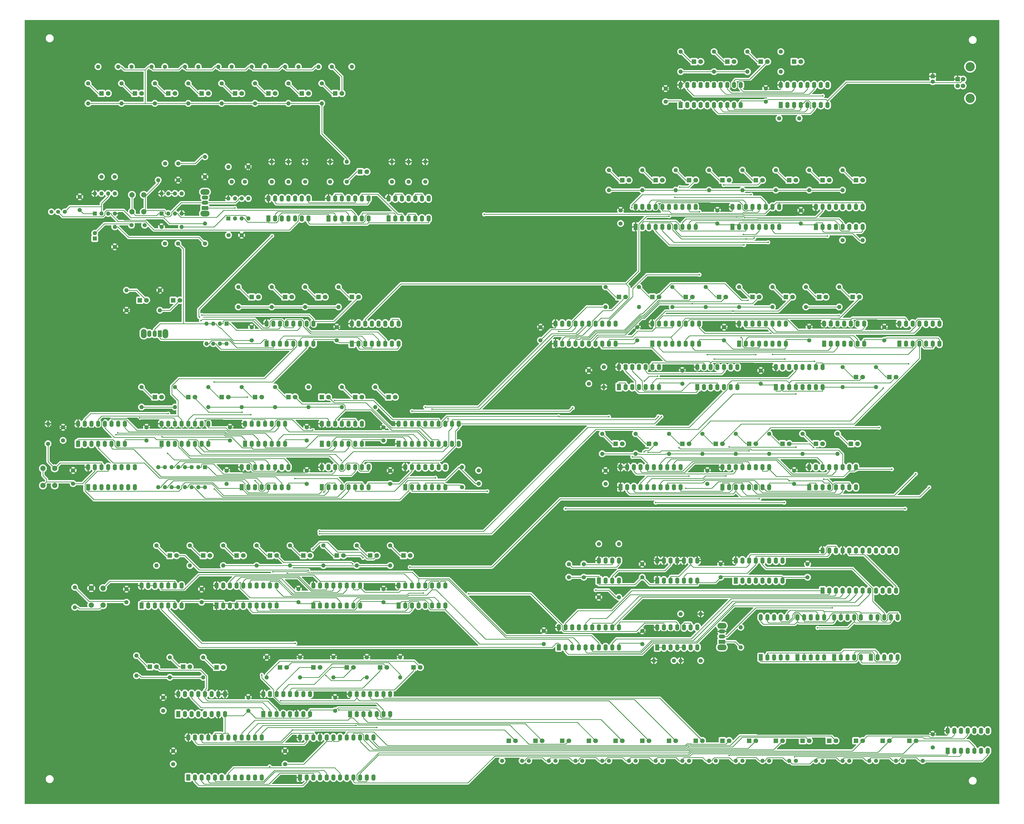
<source format=gbr>
%TF.GenerationSoftware,KiCad,Pcbnew,7.0.9*%
%TF.CreationDate,2023-12-29T18:28:01-05:00*%
%TF.ProjectId,8 Bit Computer,38204269-7420-4436-9f6d-70757465722e,rev?*%
%TF.SameCoordinates,Original*%
%TF.FileFunction,Copper,L1,Top*%
%TF.FilePolarity,Positive*%
%FSLAX46Y46*%
G04 Gerber Fmt 4.6, Leading zero omitted, Abs format (unit mm)*
G04 Created by KiCad (PCBNEW 7.0.9) date 2023-12-29 18:28:01*
%MOMM*%
%LPD*%
G01*
G04 APERTURE LIST*
%TA.AperFunction,ComponentPad*%
%ADD10C,1.600000*%
%TD*%
%TA.AperFunction,ComponentPad*%
%ADD11C,2.000000*%
%TD*%
%TA.AperFunction,ComponentPad*%
%ADD12R,1.600000X1.600000*%
%TD*%
%TA.AperFunction,ComponentPad*%
%ADD13R,1.800000X1.800000*%
%TD*%
%TA.AperFunction,ComponentPad*%
%ADD14C,1.800000*%
%TD*%
%TA.AperFunction,ComponentPad*%
%ADD15O,1.600000X1.600000*%
%TD*%
%TA.AperFunction,ComponentPad*%
%ADD16C,1.524000*%
%TD*%
%TA.AperFunction,ComponentPad*%
%ADD17O,3.500000X2.200000*%
%TD*%
%TA.AperFunction,ComponentPad*%
%ADD18R,2.500000X1.500000*%
%TD*%
%TA.AperFunction,ComponentPad*%
%ADD19O,2.500000X1.500000*%
%TD*%
%TA.AperFunction,ComponentPad*%
%ADD20O,2.200000X3.500000*%
%TD*%
%TA.AperFunction,ComponentPad*%
%ADD21R,1.500000X2.500000*%
%TD*%
%TA.AperFunction,ComponentPad*%
%ADD22O,1.500000X2.500000*%
%TD*%
%TA.AperFunction,ComponentPad*%
%ADD23R,1.600000X2.400000*%
%TD*%
%TA.AperFunction,ComponentPad*%
%ADD24O,1.600000X2.400000*%
%TD*%
%TA.AperFunction,ComponentPad*%
%ADD25R,1.524000X2.524000*%
%TD*%
%TA.AperFunction,ComponentPad*%
%ADD26O,1.524000X2.524000*%
%TD*%
%TA.AperFunction,ComponentPad*%
%ADD27R,1.700000X1.700000*%
%TD*%
%TA.AperFunction,ComponentPad*%
%ADD28C,1.700000*%
%TD*%
%TA.AperFunction,ComponentPad*%
%ADD29C,3.500000*%
%TD*%
%TA.AperFunction,ViaPad*%
%ADD30C,0.600000*%
%TD*%
%TA.AperFunction,Conductor*%
%ADD31C,0.254000*%
%TD*%
G04 APERTURE END LIST*
D10*
%TO.P,C19,1*%
%TO.N,VCC*%
X193040000Y-130175000D03*
%TO.P,C19,2*%
%TO.N,GND*%
X188040000Y-130175000D03*
%TD*%
D11*
%TO.P,SW3,1,1*%
%TO.N,GND*%
X151290000Y-121313000D03*
X151290000Y-114813000D03*
%TO.P,SW3,2,2*%
%TO.N,Net-(U28-TR)*%
X155790000Y-121313000D03*
X155790000Y-114813000D03*
%TD*%
D10*
%TO.P,C4,1*%
%TO.N,VCC*%
X374015000Y-120730000D03*
%TO.P,C4,2*%
%TO.N,GND*%
X374015000Y-125730000D03*
%TD*%
%TO.P,C5,1*%
%TO.N,VCC*%
X437515000Y-165180000D03*
%TO.P,C5,2*%
%TO.N,GND*%
X437515000Y-170180000D03*
%TD*%
%TO.P,C6,1*%
%TO.N,VCC*%
X306705000Y-165180000D03*
%TO.P,C6,2*%
%TO.N,GND*%
X306705000Y-170180000D03*
%TD*%
%TO.P,C13,1*%
%TO.N,Net-(U27-CV)*%
X139700000Y-107950000D03*
%TO.P,C13,2*%
%TO.N,GND*%
X144700000Y-107950000D03*
%TD*%
D12*
%TO.P,C14,1*%
%TO.N,Net-(U27-THR)*%
X137160000Y-131445000D03*
D10*
%TO.P,C14,2*%
%TO.N,GND*%
X137160000Y-129445000D03*
%TD*%
%TO.P,C16,1*%
%TO.N,Net-(U29-CV)*%
X194230000Y-109855000D03*
%TO.P,C16,2*%
%TO.N,GND*%
X189230000Y-109855000D03*
%TD*%
%TO.P,C18,1*%
%TO.N,VCC*%
X131445000Y-115570000D03*
%TO.P,C18,2*%
%TO.N,GND*%
X131445000Y-120570000D03*
%TD*%
%TO.P,C20,1*%
%TO.N,VCC*%
X196850000Y-165180000D03*
%TO.P,C20,2*%
%TO.N,GND*%
X196850000Y-170180000D03*
%TD*%
%TO.P,C27,1*%
%TO.N,VCC*%
X149225000Y-264875000D03*
%TO.P,C27,2*%
%TO.N,GND*%
X149225000Y-269875000D03*
%TD*%
D13*
%TO.P,D1,1,K*%
%TO.N,Net-(D1-K)*%
X139700000Y-76200000D03*
D14*
%TO.P,D1,2,A*%
%TO.N,/ALU/BUS_7*%
X142240000Y-76200000D03*
%TD*%
D13*
%TO.P,D2,1,K*%
%TO.N,Net-(D2-K)*%
X152400000Y-76200000D03*
D14*
%TO.P,D2,2,A*%
%TO.N,/ALU/BUS_6*%
X154940000Y-76200000D03*
%TD*%
D13*
%TO.P,D3,1,K*%
%TO.N,Net-(D3-K)*%
X165100000Y-76200000D03*
D14*
%TO.P,D3,2,A*%
%TO.N,/ALU/BUS_5*%
X167640000Y-76200000D03*
%TD*%
D13*
%TO.P,D4,1,K*%
%TO.N,Net-(D4-K)*%
X177800000Y-76200000D03*
D14*
%TO.P,D4,2,A*%
%TO.N,/ALU/BUS_4*%
X180340000Y-76200000D03*
%TD*%
D13*
%TO.P,D5,1,K*%
%TO.N,Net-(D5-K)*%
X190500000Y-76200000D03*
D14*
%TO.P,D5,2,A*%
%TO.N,/ALU/BUS_3*%
X193040000Y-76200000D03*
%TD*%
D13*
%TO.P,D6,1,K*%
%TO.N,Net-(D6-K)*%
X203200000Y-76200000D03*
D14*
%TO.P,D6,2,A*%
%TO.N,/ALU/BUS_2*%
X205740000Y-76200000D03*
%TD*%
D13*
%TO.P,D7,1,K*%
%TO.N,Net-(D7-K)*%
X215900000Y-76200000D03*
D14*
%TO.P,D7,2,A*%
%TO.N,/ALU/BUS_1*%
X218440000Y-76200000D03*
%TD*%
D13*
%TO.P,D8,1,K*%
%TO.N,Net-(D8-K)*%
X228600000Y-76200000D03*
D14*
%TO.P,D8,2,A*%
%TO.N,/ALU/BUS_0*%
X231140000Y-76200000D03*
%TD*%
D13*
%TO.P,D13,1,K*%
%TO.N,Net-(D13-K)*%
X337820000Y-109220000D03*
D14*
%TO.P,D13,2,A*%
%TO.N,/ALU/A_7*%
X340360000Y-109220000D03*
%TD*%
D13*
%TO.P,D14,1,K*%
%TO.N,Net-(D14-K)*%
X350520000Y-109220000D03*
D14*
%TO.P,D14,2,A*%
%TO.N,/ALU/A_6*%
X353060000Y-109220000D03*
%TD*%
D13*
%TO.P,D15,1,K*%
%TO.N,Net-(D15-K)*%
X363220000Y-109220000D03*
D14*
%TO.P,D15,2,A*%
%TO.N,/ALU/A_5*%
X365760000Y-109220000D03*
%TD*%
D13*
%TO.P,D16,1,K*%
%TO.N,Net-(D16-K)*%
X375920000Y-109220000D03*
D14*
%TO.P,D16,2,A*%
%TO.N,/ALU/A_4*%
X378460000Y-109220000D03*
%TD*%
D13*
%TO.P,D17,1,K*%
%TO.N,Net-(D17-K)*%
X388620000Y-109220000D03*
D14*
%TO.P,D17,2,A*%
%TO.N,/ALU/A_3*%
X391160000Y-109220000D03*
%TD*%
D13*
%TO.P,D18,1,K*%
%TO.N,Net-(D18-K)*%
X401320000Y-109220000D03*
D14*
%TO.P,D18,2,A*%
%TO.N,/ALU/A_2*%
X403860000Y-109220000D03*
%TD*%
D13*
%TO.P,D19,1,K*%
%TO.N,Net-(D19-K)*%
X414020000Y-109220000D03*
D14*
%TO.P,D19,2,A*%
%TO.N,/ALU/A_1*%
X416560000Y-109220000D03*
%TD*%
D13*
%TO.P,D20,1,K*%
%TO.N,Net-(D20-K)*%
X426720000Y-109220000D03*
D14*
%TO.P,D20,2,A*%
%TO.N,/ALU/A_0*%
X429260000Y-109220000D03*
%TD*%
D13*
%TO.P,D21,1,K*%
%TO.N,Net-(D21-K)*%
X426720000Y-184150000D03*
D14*
%TO.P,D21,2,A*%
%TO.N,/ALU/CF*%
X429260000Y-184150000D03*
%TD*%
D13*
%TO.P,D22,1,K*%
%TO.N,Net-(D22-K)*%
X439420000Y-184150000D03*
D14*
%TO.P,D22,2,A*%
%TO.N,/ALU/ZF*%
X441960000Y-184150000D03*
%TD*%
D13*
%TO.P,D23,1,K*%
%TO.N,Net-(D23-K)*%
X336550000Y-153670000D03*
D14*
%TO.P,D23,2,A*%
%TO.N,Net-(D23-A)*%
X339090000Y-153670000D03*
%TD*%
D13*
%TO.P,D24,1,K*%
%TO.N,Net-(D24-K)*%
X349250000Y-153670000D03*
D14*
%TO.P,D24,2,A*%
%TO.N,Net-(D24-A)*%
X351790000Y-153670000D03*
%TD*%
D13*
%TO.P,D25,1,K*%
%TO.N,Net-(D25-K)*%
X361950000Y-153670000D03*
D14*
%TO.P,D25,2,A*%
%TO.N,Net-(D25-A)*%
X364490000Y-153670000D03*
%TD*%
D13*
%TO.P,D27,1,K*%
%TO.N,Net-(D27-K)*%
X387350000Y-153670000D03*
D14*
%TO.P,D27,2,A*%
%TO.N,Net-(D27-A)*%
X389890000Y-153670000D03*
%TD*%
D13*
%TO.P,D28,1,K*%
%TO.N,Net-(D28-K)*%
X400050000Y-153670000D03*
D14*
%TO.P,D28,2,A*%
%TO.N,Net-(D28-A)*%
X402590000Y-153670000D03*
%TD*%
D13*
%TO.P,D29,1,K*%
%TO.N,Net-(D29-K)*%
X412750000Y-153670000D03*
D14*
%TO.P,D29,2,A*%
%TO.N,Net-(D29-A)*%
X415290000Y-153670000D03*
%TD*%
D13*
%TO.P,D30,1,K*%
%TO.N,Net-(D30-K)*%
X425450000Y-153670000D03*
D14*
%TO.P,D30,2,A*%
%TO.N,Net-(D30-A)*%
X427990000Y-153670000D03*
%TD*%
D13*
%TO.P,D31,1,K*%
%TO.N,Net-(D31-K)*%
X335280000Y-209550000D03*
D14*
%TO.P,D31,2,A*%
%TO.N,/ALU/B_7*%
X337820000Y-209550000D03*
%TD*%
D13*
%TO.P,D33,1,K*%
%TO.N,Net-(D33-K)*%
X360680000Y-209550000D03*
D14*
%TO.P,D33,2,A*%
%TO.N,/ALU/B_5*%
X363220000Y-209550000D03*
%TD*%
D13*
%TO.P,D34,1,K*%
%TO.N,Net-(D34-K)*%
X373380000Y-209550000D03*
D14*
%TO.P,D34,2,A*%
%TO.N,/ALU/B_4*%
X375920000Y-209550000D03*
%TD*%
D13*
%TO.P,D35,1,K*%
%TO.N,Net-(D35-K)*%
X386080000Y-209550000D03*
D14*
%TO.P,D35,2,A*%
%TO.N,/ALU/B_3*%
X388620000Y-209550000D03*
%TD*%
D13*
%TO.P,D36,1,K*%
%TO.N,Net-(D36-K)*%
X398780000Y-209550000D03*
D14*
%TO.P,D36,2,A*%
%TO.N,/ALU/B_2*%
X401320000Y-209550000D03*
%TD*%
D13*
%TO.P,D37,1,K*%
%TO.N,Net-(D37-K)*%
X411480000Y-209550000D03*
D14*
%TO.P,D37,2,A*%
%TO.N,/ALU/B_1*%
X414020000Y-209550000D03*
%TD*%
D13*
%TO.P,D38,1,K*%
%TO.N,Net-(D38-K)*%
X424815000Y-209550000D03*
D14*
%TO.P,D38,2,A*%
%TO.N,/ALU/B_0*%
X427355000Y-209550000D03*
%TD*%
D13*
%TO.P,D44,1,K*%
%TO.N,/MAR/PROG*%
X167005000Y-154940000D03*
D14*
%TO.P,D44,2,A*%
%TO.N,Net-(D44-A)*%
X169545000Y-154940000D03*
%TD*%
D13*
%TO.P,D45,1,K*%
%TO.N,Net-(D45-K)*%
X154305000Y-154940000D03*
D14*
%TO.P,D45,2,A*%
%TO.N,Net-(D45-A)*%
X156845000Y-154940000D03*
%TD*%
D13*
%TO.P,D46,1,K*%
%TO.N,Net-(D46-K)*%
X165735000Y-252095000D03*
D14*
%TO.P,D46,2,A*%
%TO.N,/Control_Logic/IR_7*%
X168275000Y-252095000D03*
%TD*%
D13*
%TO.P,D47,1,K*%
%TO.N,Net-(D47-K)*%
X178435000Y-252095000D03*
D14*
%TO.P,D47,2,A*%
%TO.N,/Control_Logic/IR_6*%
X180975000Y-252095000D03*
%TD*%
D13*
%TO.P,D48,1,K*%
%TO.N,Net-(D48-K)*%
X191135000Y-252095000D03*
D14*
%TO.P,D48,2,A*%
%TO.N,/Control_Logic/IR_5*%
X193675000Y-252095000D03*
%TD*%
D13*
%TO.P,D49,1,K*%
%TO.N,Net-(D49-K)*%
X203835000Y-252095000D03*
D14*
%TO.P,D49,2,A*%
%TO.N,/Control_Logic/IR_4*%
X206375000Y-252095000D03*
%TD*%
D13*
%TO.P,D50,1,K*%
%TO.N,Net-(D50-K)*%
X216535000Y-252095000D03*
D14*
%TO.P,D50,2,A*%
%TO.N,Net-(D50-A)*%
X219075000Y-252095000D03*
%TD*%
D13*
%TO.P,D51,1,K*%
%TO.N,Net-(D51-K)*%
X229235000Y-252095000D03*
D14*
%TO.P,D51,2,A*%
%TO.N,Net-(D51-A)*%
X231775000Y-252095000D03*
%TD*%
D13*
%TO.P,D52,1,K*%
%TO.N,Net-(D52-K)*%
X241935000Y-252095000D03*
D14*
%TO.P,D52,2,A*%
%TO.N,Net-(D52-A)*%
X244475000Y-252095000D03*
%TD*%
D10*
%TO.P,R1,1*%
%TO.N,/ALU/BUS_7*%
X138430000Y-66040000D03*
D15*
%TO.P,R1,2*%
%TO.N,GND*%
X146050000Y-66040000D03*
%TD*%
D10*
%TO.P,R2,1*%
%TO.N,/ALU/BUS_6*%
X151130000Y-66040000D03*
D15*
%TO.P,R2,2*%
%TO.N,GND*%
X158750000Y-66040000D03*
%TD*%
D10*
%TO.P,R3,1*%
%TO.N,/ALU/BUS_5*%
X163830000Y-66040000D03*
D15*
%TO.P,R3,2*%
%TO.N,GND*%
X171450000Y-66040000D03*
%TD*%
D10*
%TO.P,R4,1*%
%TO.N,/ALU/BUS_4*%
X176530000Y-66040000D03*
D15*
%TO.P,R4,2*%
%TO.N,GND*%
X184150000Y-66040000D03*
%TD*%
D10*
%TO.P,R5,1*%
%TO.N,/ALU/BUS_3*%
X189230000Y-66040000D03*
D15*
%TO.P,R5,2*%
%TO.N,GND*%
X196850000Y-66040000D03*
%TD*%
D10*
%TO.P,R6,1*%
%TO.N,/ALU/BUS_2*%
X201930000Y-66040000D03*
D15*
%TO.P,R6,2*%
%TO.N,GND*%
X209550000Y-66040000D03*
%TD*%
D10*
%TO.P,R7,1*%
%TO.N,/ALU/BUS_1*%
X214630000Y-66040000D03*
D15*
%TO.P,R7,2*%
%TO.N,GND*%
X222250000Y-66040000D03*
%TD*%
D10*
%TO.P,R8,1*%
%TO.N,/ALU/BUS_0*%
X227330000Y-66040000D03*
D15*
%TO.P,R8,2*%
%TO.N,GND*%
X234950000Y-66040000D03*
%TD*%
D10*
%TO.P,R9,1*%
%TO.N,Net-(D1-K)*%
X134620000Y-72390000D03*
D15*
%TO.P,R9,2*%
%TO.N,GND*%
X134620000Y-80010000D03*
%TD*%
D10*
%TO.P,R10,1*%
%TO.N,Net-(D2-K)*%
X147320000Y-72390000D03*
D15*
%TO.P,R10,2*%
%TO.N,GND*%
X147320000Y-80010000D03*
%TD*%
D10*
%TO.P,R11,1*%
%TO.N,Net-(D3-K)*%
X160020000Y-72390000D03*
D15*
%TO.P,R11,2*%
%TO.N,GND*%
X160020000Y-80010000D03*
%TD*%
D10*
%TO.P,R12,1*%
%TO.N,Net-(D4-K)*%
X172720000Y-72390000D03*
D15*
%TO.P,R12,2*%
%TO.N,GND*%
X172720000Y-80010000D03*
%TD*%
D10*
%TO.P,R13,1*%
%TO.N,Net-(D5-K)*%
X185420000Y-72390000D03*
D15*
%TO.P,R13,2*%
%TO.N,GND*%
X185420000Y-80010000D03*
%TD*%
D10*
%TO.P,R14,1*%
%TO.N,Net-(D6-K)*%
X198120000Y-72390000D03*
D15*
%TO.P,R14,2*%
%TO.N,GND*%
X198120000Y-80010000D03*
%TD*%
D10*
%TO.P,R15,1*%
%TO.N,Net-(D7-K)*%
X210820000Y-72390000D03*
D15*
%TO.P,R15,2*%
%TO.N,GND*%
X210820000Y-80010000D03*
%TD*%
D10*
%TO.P,R16,1*%
%TO.N,Net-(D8-K)*%
X223520000Y-72390000D03*
D15*
%TO.P,R16,2*%
%TO.N,GND*%
X223520000Y-80010000D03*
%TD*%
D10*
%TO.P,R21,1*%
%TO.N,Net-(D13-K)*%
X332740000Y-105410000D03*
D15*
%TO.P,R21,2*%
%TO.N,GND*%
X332740000Y-113030000D03*
%TD*%
D10*
%TO.P,R22,1*%
%TO.N,Net-(D14-K)*%
X345440000Y-105410000D03*
D15*
%TO.P,R22,2*%
%TO.N,GND*%
X345440000Y-113030000D03*
%TD*%
D10*
%TO.P,R23,1*%
%TO.N,Net-(D15-K)*%
X358140000Y-105410000D03*
D15*
%TO.P,R23,2*%
%TO.N,GND*%
X358140000Y-113030000D03*
%TD*%
D10*
%TO.P,R24,1*%
%TO.N,Net-(D16-K)*%
X370840000Y-105410000D03*
D15*
%TO.P,R24,2*%
%TO.N,GND*%
X370840000Y-113030000D03*
%TD*%
D10*
%TO.P,R25,1*%
%TO.N,Net-(D17-K)*%
X383540000Y-105410000D03*
D15*
%TO.P,R25,2*%
%TO.N,GND*%
X383540000Y-113030000D03*
%TD*%
D10*
%TO.P,R26,1*%
%TO.N,Net-(D18-K)*%
X396240000Y-105410000D03*
D15*
%TO.P,R26,2*%
%TO.N,GND*%
X396240000Y-113030000D03*
%TD*%
D10*
%TO.P,R27,1*%
%TO.N,Net-(D19-K)*%
X408940000Y-105410000D03*
D15*
%TO.P,R27,2*%
%TO.N,GND*%
X408940000Y-113030000D03*
%TD*%
D10*
%TO.P,R28,1*%
%TO.N,Net-(D20-K)*%
X421640000Y-105410000D03*
D15*
%TO.P,R28,2*%
%TO.N,GND*%
X421640000Y-113030000D03*
%TD*%
D10*
%TO.P,R33,1*%
%TO.N,Net-(D21-K)*%
X421640000Y-180340000D03*
D15*
%TO.P,R33,2*%
%TO.N,GND*%
X421640000Y-187960000D03*
%TD*%
D10*
%TO.P,R34,1*%
%TO.N,Net-(D22-K)*%
X434340000Y-180340000D03*
D15*
%TO.P,R34,2*%
%TO.N,GND*%
X434340000Y-187960000D03*
%TD*%
D10*
%TO.P,R35,1*%
%TO.N,Net-(D23-K)*%
X331470000Y-149860000D03*
D15*
%TO.P,R35,2*%
%TO.N,GND*%
X331470000Y-157480000D03*
%TD*%
D10*
%TO.P,R36,1*%
%TO.N,Net-(D24-K)*%
X344170000Y-149860000D03*
D15*
%TO.P,R36,2*%
%TO.N,GND*%
X344170000Y-157480000D03*
%TD*%
D10*
%TO.P,R37,1*%
%TO.N,Net-(D25-K)*%
X356870000Y-149860000D03*
D15*
%TO.P,R37,2*%
%TO.N,GND*%
X356870000Y-157480000D03*
%TD*%
D10*
%TO.P,R38,1*%
%TO.N,Net-(D26-K)*%
X369570000Y-149860000D03*
D15*
%TO.P,R38,2*%
%TO.N,GND*%
X369570000Y-157480000D03*
%TD*%
D10*
%TO.P,R39,1*%
%TO.N,Net-(D27-K)*%
X382270000Y-149860000D03*
D15*
%TO.P,R39,2*%
%TO.N,GND*%
X382270000Y-157480000D03*
%TD*%
D10*
%TO.P,R40,1*%
%TO.N,Net-(D28-K)*%
X394970000Y-149860000D03*
D15*
%TO.P,R40,2*%
%TO.N,GND*%
X394970000Y-157480000D03*
%TD*%
D10*
%TO.P,R41,1*%
%TO.N,Net-(D29-K)*%
X407670000Y-149860000D03*
D15*
%TO.P,R41,2*%
%TO.N,GND*%
X407670000Y-157480000D03*
%TD*%
D10*
%TO.P,R42,1*%
%TO.N,Net-(D30-K)*%
X420370000Y-149860000D03*
D15*
%TO.P,R42,2*%
%TO.N,GND*%
X420370000Y-157480000D03*
%TD*%
D10*
%TO.P,R43,1*%
%TO.N,Net-(D31-K)*%
X330200000Y-205740000D03*
D15*
%TO.P,R43,2*%
%TO.N,GND*%
X330200000Y-213360000D03*
%TD*%
D10*
%TO.P,R44,1*%
%TO.N,Net-(D32-K)*%
X342900000Y-205740000D03*
D15*
%TO.P,R44,2*%
%TO.N,GND*%
X342900000Y-213360000D03*
%TD*%
D10*
%TO.P,R45,1*%
%TO.N,Net-(D33-K)*%
X355600000Y-205740000D03*
D15*
%TO.P,R45,2*%
%TO.N,GND*%
X355600000Y-213360000D03*
%TD*%
D10*
%TO.P,R46,1*%
%TO.N,Net-(D34-K)*%
X368300000Y-205740000D03*
D15*
%TO.P,R46,2*%
%TO.N,GND*%
X368300000Y-213360000D03*
%TD*%
D10*
%TO.P,R47,1*%
%TO.N,Net-(D35-K)*%
X381000000Y-205740000D03*
D15*
%TO.P,R47,2*%
%TO.N,GND*%
X381000000Y-213360000D03*
%TD*%
D10*
%TO.P,R48,1*%
%TO.N,Net-(D36-K)*%
X393700000Y-205740000D03*
D15*
%TO.P,R48,2*%
%TO.N,GND*%
X393700000Y-213360000D03*
%TD*%
D10*
%TO.P,R49,1*%
%TO.N,Net-(D37-K)*%
X406400000Y-205740000D03*
D15*
%TO.P,R49,2*%
%TO.N,GND*%
X406400000Y-213360000D03*
%TD*%
D10*
%TO.P,R50,1*%
%TO.N,Net-(D38-K)*%
X419735000Y-205740000D03*
D15*
%TO.P,R50,2*%
%TO.N,GND*%
X419735000Y-213360000D03*
%TD*%
D10*
%TO.P,R53,1*%
%TO.N,Net-(SW1-A)*%
X382905000Y-287020000D03*
D15*
%TO.P,R53,2*%
%TO.N,GND*%
X382905000Y-279400000D03*
%TD*%
D10*
%TO.P,R54,1*%
%TO.N,VCC*%
X195580000Y-104140000D03*
D15*
%TO.P,R54,2*%
%TO.N,Net-(SW2-A)*%
X187960000Y-104140000D03*
%TD*%
D10*
%TO.P,R55,1*%
%TO.N,VCC*%
X168910000Y-109220000D03*
D15*
%TO.P,R55,2*%
%TO.N,Net-(U28-TR)*%
X161290000Y-109220000D03*
%TD*%
D10*
%TO.P,R57,1*%
%TO.N,VCC*%
X144780000Y-134620000D03*
D15*
%TO.P,R57,2*%
%TO.N,Net-(U27-DIS)*%
X144780000Y-127000000D03*
%TD*%
D10*
%TO.P,R58,1*%
%TO.N,Net-(U27-DIS)*%
X179070000Y-133350000D03*
D15*
%TO.P,R58,2*%
%TO.N,Net-(R58-Pad2)*%
X179070000Y-125730000D03*
%TD*%
D10*
%TO.P,R59,1*%
%TO.N,VCC*%
X179070000Y-107950000D03*
D15*
%TO.P,R59,2*%
%TO.N,Net-(U28-DIS)*%
X179070000Y-100330000D03*
%TD*%
D10*
%TO.P,R60,1*%
%TO.N,Net-(R60-Pad1)*%
X262890000Y-109855000D03*
D15*
%TO.P,R60,2*%
%TO.N,VCC*%
X262890000Y-102235000D03*
%TD*%
D10*
%TO.P,R62,1*%
%TO.N,Net-(R62-Pad1)*%
X256540000Y-109855000D03*
D15*
%TO.P,R62,2*%
%TO.N,VCC*%
X256540000Y-102235000D03*
%TD*%
D10*
%TO.P,R63,1*%
%TO.N,Net-(R63-Pad1)*%
X226695000Y-109855000D03*
D15*
%TO.P,R63,2*%
%TO.N,VCC*%
X226695000Y-102235000D03*
%TD*%
D10*
%TO.P,R64,1*%
%TO.N,Net-(R64-Pad1)*%
X210820000Y-109855000D03*
D15*
%TO.P,R64,2*%
%TO.N,VCC*%
X210820000Y-102235000D03*
%TD*%
D10*
%TO.P,R65,1*%
%TO.N,Net-(R65-Pad1)*%
X204470000Y-109855000D03*
D15*
%TO.P,R65,2*%
%TO.N,VCC*%
X204470000Y-102235000D03*
%TD*%
D10*
%TO.P,R66,1*%
%TO.N,Net-(R66-Pad1)*%
X217170000Y-109855000D03*
D15*
%TO.P,R66,2*%
%TO.N,VCC*%
X217170000Y-102235000D03*
%TD*%
D10*
%TO.P,R67,1*%
%TO.N,Net-(D39-K)*%
X233045000Y-109855000D03*
D15*
%TO.P,R67,2*%
%TO.N,GND*%
X233045000Y-102235000D03*
%TD*%
D10*
%TO.P,R72,1*%
%TO.N,VCC*%
X161925000Y-151130000D03*
D15*
%TO.P,R72,2*%
%TO.N,Net-(D44-A)*%
X161925000Y-158750000D03*
%TD*%
D10*
%TO.P,R76,1*%
%TO.N,Net-(D48-K)*%
X186055000Y-248285000D03*
D15*
%TO.P,R76,2*%
%TO.N,GND*%
X186055000Y-255905000D03*
%TD*%
D10*
%TO.P,R77,1*%
%TO.N,Net-(D49-K)*%
X198755000Y-248285000D03*
D15*
%TO.P,R77,2*%
%TO.N,GND*%
X198755000Y-255905000D03*
%TD*%
D10*
%TO.P,R78,1*%
%TO.N,Net-(D50-K)*%
X211455000Y-248285000D03*
D15*
%TO.P,R78,2*%
%TO.N,GND*%
X211455000Y-255905000D03*
%TD*%
D10*
%TO.P,R79,1*%
%TO.N,Net-(D51-K)*%
X224155000Y-248285000D03*
D15*
%TO.P,R79,2*%
%TO.N,GND*%
X224155000Y-255905000D03*
%TD*%
D10*
%TO.P,R80,1*%
%TO.N,Net-(D52-K)*%
X236855000Y-248285000D03*
D15*
%TO.P,R80,2*%
%TO.N,GND*%
X236855000Y-255905000D03*
%TD*%
D10*
%TO.P,R81,1*%
%TO.N,Net-(D53-K)*%
X249555000Y-248285000D03*
D15*
%TO.P,R81,2*%
%TO.N,GND*%
X249555000Y-255905000D03*
%TD*%
D10*
%TO.P,R91,1*%
%TO.N,GND*%
X129540000Y-264160000D03*
D15*
%TO.P,R91,2*%
%TO.N,Net-(R91-Pad2)*%
X129540000Y-271780000D03*
%TD*%
D16*
%TO.P,RV1,1,1*%
%TO.N,Net-(U27-THR)*%
X125730000Y-121285000D03*
%TO.P,RV1,2,2*%
%TO.N,Net-(R58-Pad2)*%
X123190000Y-121285000D03*
%TO.P,RV1,3,3*%
%TO.N,unconnected-(RV1-Pad3)*%
X120650000Y-121285000D03*
%TD*%
D17*
%TO.P,SW1,*%
%TO.N,*%
X375729000Y-287020000D03*
X375729000Y-278820000D03*
D18*
%TO.P,SW1,1,A*%
%TO.N,Net-(SW1-A)*%
X375729000Y-284920000D03*
D19*
%TO.P,SW1,2,B*%
%TO.N,Net-(SW1-B)*%
X375729000Y-282920000D03*
%TO.P,SW1,3,C*%
%TO.N,VCC*%
X375729000Y-280920000D03*
%TD*%
D17*
%TO.P,SW2,*%
%TO.N,*%
X179070000Y-121920000D03*
X179070000Y-113720000D03*
D18*
%TO.P,SW2,1,A*%
%TO.N,Net-(SW2-A)*%
X179070000Y-119820000D03*
D19*
%TO.P,SW2,2,B*%
%TO.N,GND*%
X179070000Y-117820000D03*
%TO.P,SW2,3,C*%
%TO.N,Net-(SW2-C)*%
X179070000Y-115820000D03*
%TD*%
D20*
%TO.P,SW4,*%
%TO.N,*%
X164025000Y-167640000D03*
X155825000Y-167640000D03*
D21*
%TO.P,SW4,1,A*%
%TO.N,/MAR/PROG*%
X161925000Y-167640000D03*
D22*
%TO.P,SW4,2,B*%
%TO.N,GND*%
X159925000Y-167640000D03*
%TO.P,SW4,3,C*%
%TO.N,Net-(D45-K)*%
X157925000Y-167640000D03*
%TD*%
D23*
%TO.P,U3,1,A->B*%
%TO.N,VCC*%
X342900000Y-127000000D03*
D24*
%TO.P,U3,2,A0*%
%TO.N,/ALU/A_7*%
X345440000Y-127000000D03*
%TO.P,U3,3,A1*%
%TO.N,/ALU/A_6*%
X347980000Y-127000000D03*
%TO.P,U3,4,A2*%
%TO.N,/ALU/A_5*%
X350520000Y-127000000D03*
%TO.P,U3,5,A3*%
%TO.N,/ALU/A_4*%
X353060000Y-127000000D03*
%TO.P,U3,6,A4*%
%TO.N,/ALU/A_3*%
X355600000Y-127000000D03*
%TO.P,U3,7,A5*%
%TO.N,/ALU/A_2*%
X358140000Y-127000000D03*
%TO.P,U3,8,A6*%
%TO.N,/ALU/A_1*%
X360680000Y-127000000D03*
%TO.P,U3,9,A7*%
%TO.N,/ALU/A_0*%
X363220000Y-127000000D03*
%TO.P,U3,10,GND*%
%TO.N,GND*%
X365760000Y-127000000D03*
%TO.P,U3,11,B7*%
%TO.N,/ALU/BUS_0*%
X365760000Y-119380000D03*
%TO.P,U3,12,B6*%
%TO.N,/ALU/BUS_1*%
X363220000Y-119380000D03*
%TO.P,U3,13,B5*%
%TO.N,/ALU/BUS_2*%
X360680000Y-119380000D03*
%TO.P,U3,14,B4*%
%TO.N,/ALU/BUS_3*%
X358140000Y-119380000D03*
%TO.P,U3,15,B3*%
%TO.N,/ALU/BUS_4*%
X355600000Y-119380000D03*
%TO.P,U3,16,B2*%
%TO.N,/ALU/BUS_5*%
X353060000Y-119380000D03*
%TO.P,U3,17,B1*%
%TO.N,/ALU/BUS_6*%
X350520000Y-119380000D03*
%TO.P,U3,18,B0*%
%TO.N,/ALU/BUS_7*%
X347980000Y-119380000D03*
%TO.P,U3,19,CE*%
%TO.N,/A_Register/~{AO}*%
X345440000Y-119380000D03*
%TO.P,U3,20,VCC*%
%TO.N,VCC*%
X342900000Y-119380000D03*
%TD*%
D23*
%TO.P,U4,1,Oe1*%
%TO.N,GND*%
X379730000Y-127000000D03*
D24*
%TO.P,U4,2,Oe2*%
X382270000Y-127000000D03*
%TO.P,U4,3,Q0*%
%TO.N,/ALU/A_7*%
X384810000Y-127000000D03*
%TO.P,U4,4,Q1*%
%TO.N,/ALU/A_6*%
X387350000Y-127000000D03*
%TO.P,U4,5,Q2*%
%TO.N,/ALU/A_5*%
X389890000Y-127000000D03*
%TO.P,U4,6,Q3*%
%TO.N,/ALU/A_4*%
X392430000Y-127000000D03*
%TO.P,U4,7,Cp*%
%TO.N,Net-(U4-Cp)*%
X394970000Y-127000000D03*
%TO.P,U4,8,GND*%
%TO.N,GND*%
X397510000Y-127000000D03*
%TO.P,U4,9,E1*%
%TO.N,/A_Register/~{AI}*%
X397510000Y-119380000D03*
%TO.P,U4,10,E2*%
X394970000Y-119380000D03*
%TO.P,U4,11,D3*%
%TO.N,/ALU/BUS_4*%
X392430000Y-119380000D03*
%TO.P,U4,12,D2*%
%TO.N,/ALU/BUS_5*%
X389890000Y-119380000D03*
%TO.P,U4,13,D1*%
%TO.N,/ALU/BUS_6*%
X387350000Y-119380000D03*
%TO.P,U4,14,D0*%
%TO.N,/ALU/BUS_7*%
X384810000Y-119380000D03*
%TO.P,U4,15,Mr*%
%TO.N,/ALU/CLR*%
X382270000Y-119380000D03*
%TO.P,U4,16,VCC*%
%TO.N,VCC*%
X379730000Y-119380000D03*
%TD*%
D23*
%TO.P,U5,1,Oe1*%
%TO.N,GND*%
X411480000Y-127000000D03*
D24*
%TO.P,U5,2,Oe2*%
X414020000Y-127000000D03*
%TO.P,U5,3,Q0*%
%TO.N,/ALU/A_3*%
X416560000Y-127000000D03*
%TO.P,U5,4,Q1*%
%TO.N,/ALU/A_2*%
X419100000Y-127000000D03*
%TO.P,U5,5,Q2*%
%TO.N,/ALU/A_1*%
X421640000Y-127000000D03*
%TO.P,U5,6,Q3*%
%TO.N,/ALU/A_0*%
X424180000Y-127000000D03*
%TO.P,U5,7,Cp*%
%TO.N,Net-(U4-Cp)*%
X426720000Y-127000000D03*
%TO.P,U5,8,GND*%
%TO.N,GND*%
X429260000Y-127000000D03*
%TO.P,U5,9,E1*%
%TO.N,/A_Register/~{AI}*%
X429260000Y-119380000D03*
%TO.P,U5,10,E2*%
X426720000Y-119380000D03*
%TO.P,U5,11,D3*%
%TO.N,/ALU/BUS_0*%
X424180000Y-119380000D03*
%TO.P,U5,12,D2*%
%TO.N,/ALU/BUS_1*%
X421640000Y-119380000D03*
%TO.P,U5,13,D1*%
%TO.N,/ALU/BUS_2*%
X419100000Y-119380000D03*
%TO.P,U5,14,D0*%
%TO.N,/ALU/BUS_3*%
X416560000Y-119380000D03*
%TO.P,U5,15,Mr*%
%TO.N,/ALU/CLR*%
X414020000Y-119380000D03*
%TO.P,U5,16,VCC*%
%TO.N,VCC*%
X411480000Y-119380000D03*
%TD*%
D23*
%TO.P,U7,1,Oe1*%
%TO.N,GND*%
X396240000Y-187960000D03*
D24*
%TO.P,U7,2,Oe2*%
X398780000Y-187960000D03*
%TO.P,U7,3,Q0*%
%TO.N,/ALU/CF*%
X401320000Y-187960000D03*
%TO.P,U7,4,Q1*%
%TO.N,/ALU/ZF*%
X403860000Y-187960000D03*
%TO.P,U7,5,Q2*%
%TO.N,unconnected-(U7-Q2-Pad5)*%
X406400000Y-187960000D03*
%TO.P,U7,6,Q3*%
%TO.N,unconnected-(U7-Q3-Pad6)*%
X408940000Y-187960000D03*
%TO.P,U7,7,Cp*%
%TO.N,/ALU/CLK*%
X411480000Y-187960000D03*
%TO.P,U7,8,GND*%
%TO.N,GND*%
X414020000Y-187960000D03*
%TO.P,U7,9,E1*%
%TO.N,/ALU/~{FI}*%
X414020000Y-180340000D03*
%TO.P,U7,10,E2*%
X411480000Y-180340000D03*
%TO.P,U7,11,D3*%
%TO.N,unconnected-(U7-D3-Pad11)*%
X408940000Y-180340000D03*
%TO.P,U7,12,D2*%
%TO.N,unconnected-(U7-D2-Pad12)*%
X406400000Y-180340000D03*
%TO.P,U7,13,D1*%
%TO.N,Net-(U7-D1)*%
X403860000Y-180340000D03*
%TO.P,U7,14,D0*%
%TO.N,Net-(U12-C4)*%
X401320000Y-180340000D03*
%TO.P,U7,15,Mr*%
%TO.N,/ALU/CLR*%
X398780000Y-180340000D03*
%TO.P,U7,16,VCC*%
%TO.N,VCC*%
X396240000Y-180340000D03*
%TD*%
D23*
%TO.P,U10,1,A->B*%
%TO.N,VCC*%
X312420000Y-171450000D03*
D24*
%TO.P,U10,2,A0*%
%TO.N,Net-(D23-A)*%
X314960000Y-171450000D03*
%TO.P,U10,3,A1*%
%TO.N,Net-(D24-A)*%
X317500000Y-171450000D03*
%TO.P,U10,4,A2*%
%TO.N,Net-(D25-A)*%
X320040000Y-171450000D03*
%TO.P,U10,5,A3*%
%TO.N,Net-(D26-A)*%
X322580000Y-171450000D03*
%TO.P,U10,6,A4*%
%TO.N,Net-(D27-A)*%
X325120000Y-171450000D03*
%TO.P,U10,7,A5*%
%TO.N,Net-(D28-A)*%
X327660000Y-171450000D03*
%TO.P,U10,8,A6*%
%TO.N,Net-(D29-A)*%
X330200000Y-171450000D03*
%TO.P,U10,9,A7*%
%TO.N,Net-(D30-A)*%
X332740000Y-171450000D03*
%TO.P,U10,10,GND*%
%TO.N,GND*%
X335280000Y-171450000D03*
%TO.P,U10,11,B7*%
%TO.N,/ALU/BUS_0*%
X335280000Y-163830000D03*
%TO.P,U10,12,B6*%
%TO.N,/ALU/BUS_1*%
X332740000Y-163830000D03*
%TO.P,U10,13,B5*%
%TO.N,/ALU/BUS_2*%
X330200000Y-163830000D03*
%TO.P,U10,14,B4*%
%TO.N,/ALU/BUS_3*%
X327660000Y-163830000D03*
%TO.P,U10,15,B3*%
%TO.N,/ALU/BUS_4*%
X325120000Y-163830000D03*
%TO.P,U10,16,B2*%
%TO.N,/ALU/BUS_5*%
X322580000Y-163830000D03*
%TO.P,U10,17,B1*%
%TO.N,/ALU/BUS_6*%
X320040000Y-163830000D03*
%TO.P,U10,18,B0*%
%TO.N,/ALU/BUS_7*%
X317500000Y-163830000D03*
%TO.P,U10,19,CE*%
%TO.N,/ALU/~{EO}*%
X314960000Y-163830000D03*
%TO.P,U10,20,VCC*%
%TO.N,VCC*%
X312420000Y-163830000D03*
%TD*%
D23*
%TO.P,U11,1*%
%TO.N,/ALU/B_5*%
X443230000Y-171450000D03*
D24*
%TO.P,U11,2*%
%TO.N,/ALU/SU*%
X445770000Y-171450000D03*
%TO.P,U11,3*%
%TO.N,Net-(U12-B2)*%
X448310000Y-171450000D03*
%TO.P,U11,4*%
%TO.N,/ALU/B_4*%
X450850000Y-171450000D03*
%TO.P,U11,5*%
%TO.N,/ALU/SU*%
X453390000Y-171450000D03*
%TO.P,U11,6*%
%TO.N,Net-(U12-B1)*%
X455930000Y-171450000D03*
%TO.P,U11,7,GND*%
%TO.N,GND*%
X458470000Y-171450000D03*
%TO.P,U11,8*%
%TO.N,Net-(U12-B4)*%
X458470000Y-163830000D03*
%TO.P,U11,9*%
%TO.N,/ALU/B_7*%
X455930000Y-163830000D03*
%TO.P,U11,10*%
%TO.N,/ALU/SU*%
X453390000Y-163830000D03*
%TO.P,U11,11*%
%TO.N,Net-(U12-B3)*%
X450850000Y-163830000D03*
%TO.P,U11,12*%
%TO.N,/ALU/B_6*%
X448310000Y-163830000D03*
%TO.P,U11,13*%
%TO.N,/ALU/SU*%
X445770000Y-163830000D03*
%TO.P,U11,14,VCC*%
%TO.N,VCC*%
X443230000Y-163830000D03*
%TD*%
D23*
%TO.P,U12,1,S2*%
%TO.N,Net-(D25-A)*%
X382270000Y-171450000D03*
D24*
%TO.P,U12,2,B2*%
%TO.N,Net-(U12-B2)*%
X384810000Y-171450000D03*
%TO.P,U12,3,A2*%
%TO.N,/ALU/A_5*%
X387350000Y-171450000D03*
%TO.P,U12,4,S1*%
%TO.N,Net-(D26-A)*%
X389890000Y-171450000D03*
%TO.P,U12,5,A1*%
%TO.N,/ALU/A_4*%
X392430000Y-171450000D03*
%TO.P,U12,6,B1*%
%TO.N,Net-(U12-B1)*%
X394970000Y-171450000D03*
%TO.P,U12,7,C0*%
%TO.N,Net-(U12-C0)*%
X397510000Y-171450000D03*
%TO.P,U12,8,GND*%
%TO.N,GND*%
X400050000Y-171450000D03*
%TO.P,U12,9,C4*%
%TO.N,Net-(U12-C4)*%
X400050000Y-163830000D03*
%TO.P,U12,10,S4*%
%TO.N,Net-(D23-A)*%
X397510000Y-163830000D03*
%TO.P,U12,11,B4*%
%TO.N,Net-(U12-B4)*%
X394970000Y-163830000D03*
%TO.P,U12,12,A4*%
%TO.N,/ALU/A_7*%
X392430000Y-163830000D03*
%TO.P,U12,13,S3*%
%TO.N,Net-(D24-A)*%
X389890000Y-163830000D03*
%TO.P,U12,14,A3*%
%TO.N,/ALU/A_6*%
X387350000Y-163830000D03*
%TO.P,U12,15,B3*%
%TO.N,Net-(U12-B3)*%
X384810000Y-163830000D03*
%TO.P,U12,16,VCC*%
%TO.N,VCC*%
X382270000Y-163830000D03*
%TD*%
D23*
%TO.P,U13,1,S2*%
%TO.N,Net-(D29-A)*%
X349250000Y-171450000D03*
D24*
%TO.P,U13,2,B2*%
%TO.N,Net-(U13-B2)*%
X351790000Y-171450000D03*
%TO.P,U13,3,A2*%
%TO.N,/ALU/A_1*%
X354330000Y-171450000D03*
%TO.P,U13,4,S1*%
%TO.N,Net-(D30-A)*%
X356870000Y-171450000D03*
%TO.P,U13,5,A1*%
%TO.N,/ALU/A_0*%
X359410000Y-171450000D03*
%TO.P,U13,6,B1*%
%TO.N,Net-(U13-B1)*%
X361950000Y-171450000D03*
%TO.P,U13,7,C0*%
%TO.N,/ALU/SU*%
X364490000Y-171450000D03*
%TO.P,U13,8,GND*%
%TO.N,GND*%
X367030000Y-171450000D03*
%TO.P,U13,9,C4*%
%TO.N,Net-(U12-C0)*%
X367030000Y-163830000D03*
%TO.P,U13,10,S4*%
%TO.N,Net-(D27-A)*%
X364490000Y-163830000D03*
%TO.P,U13,11,B4*%
%TO.N,Net-(U13-B4)*%
X361950000Y-163830000D03*
%TO.P,U13,12,A4*%
%TO.N,/ALU/A_3*%
X359410000Y-163830000D03*
%TO.P,U13,13,S3*%
%TO.N,Net-(D28-A)*%
X356870000Y-163830000D03*
%TO.P,U13,14,A3*%
%TO.N,/ALU/A_2*%
X354330000Y-163830000D03*
%TO.P,U13,15,B3*%
%TO.N,Net-(U13-B3)*%
X351790000Y-163830000D03*
%TO.P,U13,16,VCC*%
%TO.N,VCC*%
X349250000Y-163830000D03*
%TD*%
D23*
%TO.P,U14,1*%
%TO.N,/ALU/B_1*%
X414655000Y-171450000D03*
D24*
%TO.P,U14,2*%
%TO.N,/ALU/SU*%
X417195000Y-171450000D03*
%TO.P,U14,3*%
%TO.N,Net-(U13-B2)*%
X419735000Y-171450000D03*
%TO.P,U14,4*%
%TO.N,/ALU/B_0*%
X422275000Y-171450000D03*
%TO.P,U14,5*%
%TO.N,/ALU/SU*%
X424815000Y-171450000D03*
%TO.P,U14,6*%
%TO.N,Net-(U13-B1)*%
X427355000Y-171450000D03*
%TO.P,U14,7,GND*%
%TO.N,GND*%
X429895000Y-171450000D03*
%TO.P,U14,8*%
%TO.N,Net-(U13-B4)*%
X429895000Y-163830000D03*
%TO.P,U14,9*%
%TO.N,/ALU/B_3*%
X427355000Y-163830000D03*
%TO.P,U14,10*%
%TO.N,/ALU/SU*%
X424815000Y-163830000D03*
%TO.P,U14,11*%
%TO.N,Net-(U13-B3)*%
X422275000Y-163830000D03*
%TO.P,U14,12*%
%TO.N,/ALU/B_2*%
X419735000Y-163830000D03*
%TO.P,U14,13*%
%TO.N,/ALU/SU*%
X417195000Y-163830000D03*
%TO.P,U14,14,VCC*%
%TO.N,VCC*%
X414655000Y-163830000D03*
%TD*%
D23*
%TO.P,U19,1,J*%
%TO.N,VCC*%
X351155000Y-261620000D03*
D24*
%TO.P,U19,2,~{Q}*%
%TO.N,unconnected-(U19A-~{Q}-Pad2)*%
X353695000Y-261620000D03*
%TO.P,U19,3,Q*%
%TO.N,Net-(U19A-Q)*%
X356235000Y-261620000D03*
%TO.P,U19,4,K*%
%TO.N,VCC*%
X358775000Y-261620000D03*
%TO.P,U19,5,Q*%
%TO.N,Net-(U19B-Q)*%
X361315000Y-261620000D03*
%TO.P,U19,6,~{Q}*%
%TO.N,unconnected-(U19B-~{Q}-Pad6)*%
X363855000Y-261620000D03*
%TO.P,U19,7,GND*%
%TO.N,GND*%
X366395000Y-261620000D03*
%TO.P,U19,8,J*%
%TO.N,VCC*%
X366395000Y-254000000D03*
%TO.P,U19,9,C*%
%TO.N,Net-(U19A-Q)*%
X363855000Y-254000000D03*
%TO.P,U19,10,~{R}*%
%TO.N,VCC*%
X361315000Y-254000000D03*
%TO.P,U19,11,K*%
X358775000Y-254000000D03*
%TO.P,U19,12,C*%
%TO.N,Net-(U18-Q)*%
X356235000Y-254000000D03*
%TO.P,U19,13,~{R}*%
%TO.N,VCC*%
X353695000Y-254000000D03*
%TO.P,U19,14,VCC*%
X351155000Y-254000000D03*
%TD*%
D23*
%TO.P,U20,1,~{Mr}*%
%TO.N,/Control_Logic/~{CLR}*%
X313690000Y-287020000D03*
D24*
%TO.P,U20,2,Q0*%
%TO.N,Net-(U20-Q0)*%
X316230000Y-287020000D03*
%TO.P,U20,3,D0*%
%TO.N,/ALU/BUS_0*%
X318770000Y-287020000D03*
%TO.P,U20,4,D1*%
%TO.N,/ALU/BUS_1*%
X321310000Y-287020000D03*
%TO.P,U20,5,Q1*%
%TO.N,Net-(U20-Q1)*%
X323850000Y-287020000D03*
%TO.P,U20,6,Q2*%
%TO.N,Net-(U20-Q2)*%
X326390000Y-287020000D03*
%TO.P,U20,7,D2*%
%TO.N,/ALU/BUS_2*%
X328930000Y-287020000D03*
%TO.P,U20,8,D3*%
%TO.N,/ALU/BUS_3*%
X331470000Y-287020000D03*
%TO.P,U20,9,Q3*%
%TO.N,Net-(U20-Q3)*%
X334010000Y-287020000D03*
%TO.P,U20,10,GND*%
%TO.N,GND*%
X336550000Y-287020000D03*
%TO.P,U20,11,Cp*%
%TO.N,Net-(U20-Cp)*%
X336550000Y-279400000D03*
%TO.P,U20,12,Q4*%
%TO.N,Net-(U20-Q4)*%
X334010000Y-279400000D03*
%TO.P,U20,13,D4*%
%TO.N,/ALU/BUS_4*%
X331470000Y-279400000D03*
%TO.P,U20,14,D5*%
%TO.N,/ALU/BUS_5*%
X328930000Y-279400000D03*
%TO.P,U20,15,Q5*%
%TO.N,Net-(U20-Q5)*%
X326390000Y-279400000D03*
%TO.P,U20,16,Q6*%
%TO.N,Net-(U20-Q6)*%
X323850000Y-279400000D03*
%TO.P,U20,17,D6*%
%TO.N,/ALU/BUS_6*%
X321310000Y-279400000D03*
%TO.P,U20,18,D7*%
%TO.N,/ALU/BUS_7*%
X318770000Y-279400000D03*
%TO.P,U20,19,Q7*%
%TO.N,Net-(U20-Q7)*%
X316230000Y-279400000D03*
%TO.P,U20,20,VCC*%
%TO.N,VCC*%
X313690000Y-279400000D03*
%TD*%
D23*
%TO.P,U21,1,A7*%
%TO.N,Net-(U20-Q7)*%
X414020000Y-265430000D03*
D24*
%TO.P,U21,2,A6*%
%TO.N,Net-(U20-Q6)*%
X416560000Y-265430000D03*
%TO.P,U21,3,A5*%
%TO.N,Net-(U20-Q5)*%
X419100000Y-265430000D03*
%TO.P,U21,4,A4*%
%TO.N,Net-(U20-Q4)*%
X421640000Y-265430000D03*
%TO.P,U21,5,A3*%
%TO.N,Net-(U20-Q3)*%
X424180000Y-265430000D03*
%TO.P,U21,6,A2*%
%TO.N,Net-(U20-Q2)*%
X426720000Y-265430000D03*
%TO.P,U21,7,A1*%
%TO.N,Net-(U20-Q1)*%
X429260000Y-265430000D03*
%TO.P,U21,8,A0*%
%TO.N,Net-(U20-Q0)*%
X431800000Y-265430000D03*
%TO.P,U21,9,D0*%
%TO.N,Net-(U21-D0)*%
X434340000Y-265430000D03*
%TO.P,U21,10,D1*%
%TO.N,Net-(U21-D1)*%
X436880000Y-265430000D03*
%TO.P,U21,11,D2*%
%TO.N,Net-(U21-D2)*%
X439420000Y-265430000D03*
%TO.P,U21,12,GND*%
%TO.N,GND*%
X441960000Y-265430000D03*
%TO.P,U21,13,D3*%
%TO.N,Net-(U21-D3)*%
X441960000Y-250190000D03*
%TO.P,U21,14,D4*%
%TO.N,Net-(U21-D4)*%
X439420000Y-250190000D03*
%TO.P,U21,15,D5*%
%TO.N,Net-(U21-D5)*%
X436880000Y-250190000D03*
%TO.P,U21,16,D6*%
%TO.N,Net-(U21-D6)*%
X434340000Y-250190000D03*
%TO.P,U21,17,D7*%
%TO.N,Net-(U21-D7)*%
X431800000Y-250190000D03*
%TO.P,U21,18,~{CE}*%
%TO.N,GND*%
X429260000Y-250190000D03*
%TO.P,U21,19,A10*%
%TO.N,Net-(SW1-B)*%
X426720000Y-250190000D03*
%TO.P,U21,20,~{OE}*%
%TO.N,GND*%
X424180000Y-250190000D03*
%TO.P,U21,21,~{WE}*%
%TO.N,VCC*%
X421640000Y-250190000D03*
%TO.P,U21,22,A9*%
%TO.N,Net-(U19A-Q)*%
X419100000Y-250190000D03*
%TO.P,U21,23,A8*%
%TO.N,Net-(U19B-Q)*%
X416560000Y-250190000D03*
%TO.P,U21,24,VCC*%
%TO.N,VCC*%
X414020000Y-250190000D03*
%TD*%
D23*
%TO.P,U22,1,E*%
%TO.N,unconnected-(U22A-E-Pad1)*%
X381000000Y-261620000D03*
D24*
%TO.P,U22,2,A0*%
%TO.N,unconnected-(U22A-A0-Pad2)*%
X383540000Y-261620000D03*
%TO.P,U22,3,A1*%
%TO.N,unconnected-(U22A-A1-Pad3)*%
X386080000Y-261620000D03*
%TO.P,U22,4,O0*%
%TO.N,unconnected-(U22A-O0-Pad4)*%
X388620000Y-261620000D03*
%TO.P,U22,5,O1*%
%TO.N,unconnected-(U22A-O1-Pad5)*%
X391160000Y-261620000D03*
%TO.P,U22,6,O2*%
%TO.N,unconnected-(U22A-O2-Pad6)*%
X393700000Y-261620000D03*
%TO.P,U22,7,O3*%
%TO.N,unconnected-(U22A-O3-Pad7)*%
X396240000Y-261620000D03*
%TO.P,U22,8,GND*%
%TO.N,GND*%
X398780000Y-261620000D03*
%TO.P,U22,9,O3*%
%TO.N,Net-(U22B-O3)*%
X398780000Y-254000000D03*
%TO.P,U22,10,O2*%
%TO.N,Net-(U22B-O2)*%
X396240000Y-254000000D03*
%TO.P,U22,11,O1*%
%TO.N,Net-(U22B-O1)*%
X393700000Y-254000000D03*
%TO.P,U22,12,O0*%
%TO.N,Net-(U22B-O0)*%
X391160000Y-254000000D03*
%TO.P,U22,13,A1*%
%TO.N,Net-(U19B-Q)*%
X388620000Y-254000000D03*
%TO.P,U22,14,A0*%
%TO.N,Net-(U19A-Q)*%
X386080000Y-254000000D03*
%TO.P,U22,15,E*%
%TO.N,GND*%
X383540000Y-254000000D03*
%TO.P,U22,16,VCC*%
%TO.N,VCC*%
X381000000Y-254000000D03*
%TD*%
D25*
%TO.P,U23,1,E*%
%TO.N,Net-(U21-D2)*%
X390525000Y-290830000D03*
D26*
%TO.P,U23,2,D*%
%TO.N,Net-(U21-D3)*%
X393065000Y-290830000D03*
%TO.P,U23,3,CC*%
%TO.N,Net-(U22B-O3)*%
X395605000Y-290830000D03*
%TO.P,U23,4,C*%
%TO.N,Net-(U21-D4)*%
X398145000Y-290830000D03*
%TO.P,U23,5,DP*%
%TO.N,Net-(U21-D7)*%
X400685000Y-290830000D03*
%TO.P,U23,6,B*%
%TO.N,Net-(U21-D5)*%
X400685000Y-275590000D03*
%TO.P,U23,7,A*%
%TO.N,Net-(U21-D6)*%
X398145000Y-275590000D03*
%TO.P,U23,8,CC*%
%TO.N,Net-(U22B-O3)*%
X395605000Y-275590000D03*
%TO.P,U23,9,F*%
%TO.N,Net-(U21-D1)*%
X393065000Y-275590000D03*
%TO.P,U23,10,G*%
%TO.N,Net-(U21-D0)*%
X390525000Y-275590000D03*
%TD*%
D25*
%TO.P,U24,1,E*%
%TO.N,Net-(U21-D2)*%
X404495000Y-290830000D03*
D26*
%TO.P,U24,2,D*%
%TO.N,Net-(U21-D3)*%
X407035000Y-290830000D03*
%TO.P,U24,3,CC*%
%TO.N,Net-(U22B-O1)*%
X409575000Y-290830000D03*
%TO.P,U24,4,C*%
%TO.N,Net-(U21-D4)*%
X412115000Y-290830000D03*
%TO.P,U24,5,DP*%
%TO.N,Net-(U21-D7)*%
X414655000Y-290830000D03*
%TO.P,U24,6,B*%
%TO.N,Net-(U21-D5)*%
X414655000Y-275590000D03*
%TO.P,U24,7,A*%
%TO.N,Net-(U21-D6)*%
X412115000Y-275590000D03*
%TO.P,U24,8,CC*%
%TO.N,Net-(U22B-O1)*%
X409575000Y-275590000D03*
%TO.P,U24,9,F*%
%TO.N,Net-(U21-D1)*%
X407035000Y-275590000D03*
%TO.P,U24,10,G*%
%TO.N,Net-(U21-D0)*%
X404495000Y-275590000D03*
%TD*%
D25*
%TO.P,U25,1,E*%
%TO.N,Net-(U21-D2)*%
X418465000Y-290830000D03*
D26*
%TO.P,U25,2,D*%
%TO.N,Net-(U21-D3)*%
X421005000Y-290830000D03*
%TO.P,U25,3,CC*%
%TO.N,Net-(U22B-O2)*%
X423545000Y-290830000D03*
%TO.P,U25,4,C*%
%TO.N,Net-(U21-D4)*%
X426085000Y-290830000D03*
%TO.P,U25,5,DP*%
%TO.N,Net-(U21-D7)*%
X428625000Y-290830000D03*
%TO.P,U25,6,B*%
%TO.N,Net-(U21-D5)*%
X428625000Y-275590000D03*
%TO.P,U25,7,A*%
%TO.N,Net-(U21-D6)*%
X426085000Y-275590000D03*
%TO.P,U25,8,CC*%
%TO.N,Net-(U22B-O2)*%
X423545000Y-275590000D03*
%TO.P,U25,9,F*%
%TO.N,Net-(U21-D1)*%
X421005000Y-275590000D03*
%TO.P,U25,10,G*%
%TO.N,Net-(U21-D0)*%
X418465000Y-275590000D03*
%TD*%
D25*
%TO.P,U26,1,E*%
%TO.N,Net-(U21-D2)*%
X432435000Y-290830000D03*
D26*
%TO.P,U26,2,D*%
%TO.N,Net-(U21-D3)*%
X434975000Y-290830000D03*
%TO.P,U26,3,CC*%
%TO.N,Net-(U22B-O0)*%
X437515000Y-290830000D03*
%TO.P,U26,4,C*%
%TO.N,Net-(U21-D4)*%
X440055000Y-290830000D03*
%TO.P,U26,5,DP*%
%TO.N,Net-(U21-D7)*%
X442595000Y-290830000D03*
%TO.P,U26,6,B*%
%TO.N,Net-(U21-D5)*%
X442595000Y-275590000D03*
%TO.P,U26,7,A*%
%TO.N,Net-(U21-D6)*%
X440055000Y-275590000D03*
%TO.P,U26,8,CC*%
%TO.N,Net-(U22B-O0)*%
X437515000Y-275590000D03*
%TO.P,U26,9,F*%
%TO.N,Net-(U21-D1)*%
X434975000Y-275590000D03*
%TO.P,U26,10,G*%
%TO.N,Net-(U21-D0)*%
X432435000Y-275590000D03*
%TD*%
D12*
%TO.P,U27,1,GND*%
%TO.N,GND*%
X137160000Y-121920000D03*
D15*
%TO.P,U27,2,TR*%
%TO.N,Net-(U27-THR)*%
X139700000Y-121920000D03*
%TO.P,U27,3,Q*%
%TO.N,Net-(U27-Q)*%
X142240000Y-121920000D03*
%TO.P,U27,4,R*%
%TO.N,VCC*%
X144780000Y-121920000D03*
%TO.P,U27,5,CV*%
%TO.N,Net-(U27-CV)*%
X144780000Y-114300000D03*
%TO.P,U27,6,THR*%
%TO.N,Net-(U27-THR)*%
X142240000Y-114300000D03*
%TO.P,U27,7,DIS*%
%TO.N,Net-(U27-DIS)*%
X139700000Y-114300000D03*
%TO.P,U27,8,VCC*%
%TO.N,VCC*%
X137160000Y-114300000D03*
%TD*%
D12*
%TO.P,U28,1,GND*%
%TO.N,GND*%
X162560000Y-121920000D03*
D15*
%TO.P,U28,2,TR*%
%TO.N,Net-(U28-TR)*%
X165100000Y-121920000D03*
%TO.P,U28,3,Q*%
%TO.N,Net-(U28-Q)*%
X167640000Y-121920000D03*
%TO.P,U28,4,R*%
%TO.N,VCC*%
X170180000Y-121920000D03*
%TO.P,U28,5,CV*%
%TO.N,Net-(U28-CV)*%
X170180000Y-114300000D03*
%TO.P,U28,6,THR*%
%TO.N,Net-(U28-DIS)*%
X167640000Y-114300000D03*
%TO.P,U28,7,DIS*%
X165100000Y-114300000D03*
%TO.P,U28,8,VCC*%
%TO.N,VCC*%
X162560000Y-114300000D03*
%TD*%
D12*
%TO.P,U29,1,GND*%
%TO.N,GND*%
X187960000Y-123825000D03*
D15*
%TO.P,U29,2,TR*%
%TO.N,Net-(SW2-A)*%
X190500000Y-123825000D03*
%TO.P,U29,3,Q*%
%TO.N,Net-(U29-Q)*%
X193040000Y-123825000D03*
%TO.P,U29,4,R*%
%TO.N,Net-(SW2-C)*%
X195580000Y-123825000D03*
%TO.P,U29,5,CV*%
%TO.N,Net-(U29-CV)*%
X195580000Y-116205000D03*
%TO.P,U29,6,THR*%
%TO.N,GND*%
X193040000Y-116205000D03*
%TO.P,U29,7,DIS*%
%TO.N,unconnected-(U29-DIS-Pad7)*%
X190500000Y-116205000D03*
%TO.P,U29,8,VCC*%
%TO.N,VCC*%
X187960000Y-116205000D03*
%TD*%
D23*
%TO.P,U30,1*%
%TO.N,Net-(U30-Pad1)*%
X248920000Y-123825000D03*
D24*
%TO.P,U30,2*%
%TO.N,Net-(U30-Pad2)*%
X251460000Y-123825000D03*
%TO.P,U30,3*%
%TO.N,Net-(U30-Pad3)*%
X254000000Y-123825000D03*
%TO.P,U30,4*%
%TO.N,Net-(R62-Pad1)*%
X256540000Y-123825000D03*
%TO.P,U30,5*%
X259080000Y-123825000D03*
%TO.P,U30,6*%
%TO.N,unconnected-(U30-Pad6)*%
X261620000Y-123825000D03*
%TO.P,U30,7,GND*%
%TO.N,GND*%
X264160000Y-123825000D03*
%TO.P,U30,8*%
%TO.N,unconnected-(U30-Pad8)*%
X264160000Y-116205000D03*
%TO.P,U30,9*%
%TO.N,Net-(R60-Pad1)*%
X261620000Y-116205000D03*
%TO.P,U30,10*%
X259080000Y-116205000D03*
%TO.P,U30,11*%
%TO.N,unconnected-(U30-Pad11)*%
X256540000Y-116205000D03*
%TO.P,U30,12*%
%TO.N,Net-(R61-Pad1)*%
X254000000Y-116205000D03*
%TO.P,U30,13*%
X251460000Y-116205000D03*
%TO.P,U30,14,VCC*%
%TO.N,VCC*%
X248920000Y-116205000D03*
%TD*%
D23*
%TO.P,U31,1*%
%TO.N,Net-(U27-Q)*%
X226060000Y-123825000D03*
D24*
%TO.P,U31,2*%
%TO.N,Net-(U29-Q)*%
X228600000Y-123825000D03*
%TO.P,U31,3*%
%TO.N,Net-(U30-Pad1)*%
X231140000Y-123825000D03*
%TO.P,U31,4*%
%TO.N,Net-(U31-Pad4)*%
X233680000Y-123825000D03*
%TO.P,U31,5*%
%TO.N,Net-(U28-Q)*%
X236220000Y-123825000D03*
%TO.P,U31,6*%
%TO.N,Net-(U30-Pad2)*%
X238760000Y-123825000D03*
%TO.P,U31,7,GND*%
%TO.N,GND*%
X241300000Y-123825000D03*
%TO.P,U31,8*%
%TO.N,/ALU/CLK*%
X241300000Y-116205000D03*
%TO.P,U31,9*%
%TO.N,Net-(U30-Pad3)*%
X238760000Y-116205000D03*
%TO.P,U31,10*%
%TO.N,Net-(U31-Pad10)*%
X236220000Y-116205000D03*
%TO.P,U31,11*%
%TO.N,unconnected-(U31-Pad11)*%
X233680000Y-116205000D03*
%TO.P,U31,12*%
%TO.N,Net-(R63-Pad1)*%
X231140000Y-116205000D03*
%TO.P,U31,13*%
X228600000Y-116205000D03*
%TO.P,U31,14,VCC*%
%TO.N,VCC*%
X226060000Y-116205000D03*
%TD*%
D23*
%TO.P,U32,1*%
%TO.N,Net-(U29-Q)*%
X203200000Y-123825000D03*
D24*
%TO.P,U32,2*%
%TO.N,Net-(U31-Pad4)*%
X205740000Y-123825000D03*
%TO.P,U32,3*%
%TO.N,Net-(R65-Pad1)*%
X208280000Y-123825000D03*
%TO.P,U32,4*%
%TO.N,unconnected-(U32-Pad4)*%
X210820000Y-123825000D03*
%TO.P,U32,5*%
%TO.N,Net-(R66-Pad1)*%
X213360000Y-123825000D03*
%TO.P,U32,6*%
%TO.N,unconnected-(U32-Pad6)*%
X215900000Y-123825000D03*
%TO.P,U32,7,GND*%
%TO.N,GND*%
X218440000Y-123825000D03*
%TO.P,U32,8*%
%TO.N,Net-(U31-Pad10)*%
X218440000Y-116205000D03*
%TO.P,U32,9*%
%TO.N,/ClockModule/HLT*%
X215900000Y-116205000D03*
%TO.P,U32,10*%
%TO.N,unconnected-(U32-Pad10)*%
X213360000Y-116205000D03*
%TO.P,U32,11*%
%TO.N,Net-(R64-Pad1)*%
X210820000Y-116205000D03*
%TO.P,U32,12*%
%TO.N,/ClockModule/~{CLK}*%
X208280000Y-116205000D03*
%TO.P,U32,13*%
%TO.N,/ALU/CLK*%
X205740000Y-116205000D03*
%TO.P,U32,14,VCC*%
%TO.N,VCC*%
X203200000Y-116205000D03*
%TD*%
D23*
%TO.P,U33,1,S*%
%TO.N,/MAR/PROG*%
X202565000Y-171450000D03*
D24*
%TO.P,U33,2,I0a*%
%TO.N,Net-(U33-I0a)*%
X205105000Y-171450000D03*
%TO.P,U33,3,I1a*%
%TO.N,Net-(U33-I1a)*%
X207645000Y-171450000D03*
%TO.P,U33,4,Za*%
%TO.N,/MAR/A3*%
X210185000Y-171450000D03*
%TO.P,U33,5,I0b*%
%TO.N,Net-(U33-I0b)*%
X212725000Y-171450000D03*
%TO.P,U33,6,I1b*%
%TO.N,Net-(U33-I1b)*%
X215265000Y-171450000D03*
%TO.P,U33,7,Zb*%
%TO.N,/MAR/A2*%
X217805000Y-171450000D03*
%TO.P,U33,8,GND*%
%TO.N,GND*%
X220345000Y-171450000D03*
%TO.P,U33,9,Zc*%
%TO.N,/MAR/A0*%
X220345000Y-163830000D03*
%TO.P,U33,10,I1c*%
%TO.N,Net-(U33-I1c)*%
X217805000Y-163830000D03*
%TO.P,U33,11,I0c*%
%TO.N,Net-(U33-I0c)*%
X215265000Y-163830000D03*
%TO.P,U33,12,Zd*%
%TO.N,/MAR/A1*%
X212725000Y-163830000D03*
%TO.P,U33,13,I1d*%
%TO.N,Net-(U33-I1d)*%
X210185000Y-163830000D03*
%TO.P,U33,14,I0d*%
%TO.N,Net-(U33-I0d)*%
X207645000Y-163830000D03*
%TO.P,U33,15,E*%
%TO.N,GND*%
X205105000Y-163830000D03*
%TO.P,U33,16,VCC*%
%TO.N,VCC*%
X202565000Y-163830000D03*
%TD*%
D23*
%TO.P,U34,1,Oe1*%
%TO.N,GND*%
X234950000Y-171450000D03*
D24*
%TO.P,U34,2,Oe2*%
X237490000Y-171450000D03*
%TO.P,U34,3,Q0*%
%TO.N,Net-(U33-I1a)*%
X240030000Y-171450000D03*
%TO.P,U34,4,Q1*%
%TO.N,Net-(U33-I1b)*%
X242570000Y-171450000D03*
%TO.P,U34,5,Q2*%
%TO.N,Net-(U33-I1d)*%
X245110000Y-171450000D03*
%TO.P,U34,6,Q3*%
%TO.N,Net-(U33-I1c)*%
X247650000Y-171450000D03*
%TO.P,U34,7,Cp*%
%TO.N,/ALU/CLK*%
X250190000Y-171450000D03*
%TO.P,U34,8,GND*%
%TO.N,GND*%
X252730000Y-171450000D03*
%TO.P,U34,9,E1*%
%TO.N,/Control_Logic/~{MI}*%
X252730000Y-163830000D03*
%TO.P,U34,10,E2*%
X250190000Y-163830000D03*
%TO.P,U34,11,D3*%
%TO.N,/ALU/BUS_0*%
X247650000Y-163830000D03*
%TO.P,U34,12,D2*%
%TO.N,/ALU/BUS_1*%
X245110000Y-163830000D03*
%TO.P,U34,13,D1*%
%TO.N,/ALU/BUS_2*%
X242570000Y-163830000D03*
%TO.P,U34,14,D0*%
%TO.N,/ALU/BUS_3*%
X240030000Y-163830000D03*
%TO.P,U34,15,Mr*%
%TO.N,/ALU/CLR*%
X237490000Y-163830000D03*
%TO.P,U34,16,VCC*%
%TO.N,VCC*%
X234950000Y-163830000D03*
%TD*%
D23*
%TO.P,U35,1,A->B*%
%TO.N,VCC*%
X183515000Y-271145000D03*
D24*
%TO.P,U35,2,A0*%
%TO.N,GND*%
X186055000Y-271145000D03*
%TO.P,U35,3,A1*%
X188595000Y-271145000D03*
%TO.P,U35,4,A2*%
X191135000Y-271145000D03*
%TO.P,U35,5,A3*%
X193675000Y-271145000D03*
%TO.P,U35,6,A4*%
%TO.N,Net-(D50-A)*%
X196215000Y-271145000D03*
%TO.P,U35,7,A5*%
%TO.N,Net-(D51-A)*%
X198755000Y-271145000D03*
%TO.P,U35,8,A6*%
%TO.N,Net-(D52-A)*%
X201295000Y-271145000D03*
%TO.P,U35,9,A7*%
%TO.N,Net-(D53-A)*%
X203835000Y-271145000D03*
%TO.P,U35,10,GND*%
%TO.N,GND*%
X206375000Y-271145000D03*
%TO.P,U35,11,B7*%
%TO.N,/ALU/BUS_0*%
X206375000Y-263525000D03*
%TO.P,U35,12,B6*%
%TO.N,/ALU/BUS_1*%
X203835000Y-263525000D03*
%TO.P,U35,13,B5*%
%TO.N,/ALU/BUS_2*%
X201295000Y-263525000D03*
%TO.P,U35,14,B4*%
%TO.N,/ALU/BUS_3*%
X198755000Y-263525000D03*
%TO.P,U35,15,B3*%
%TO.N,/ALU/BUS_4*%
X196215000Y-263525000D03*
%TO.P,U35,16,B2*%
%TO.N,/ALU/BUS_5*%
X193675000Y-263525000D03*
%TO.P,U35,17,B1*%
%TO.N,/ALU/BUS_6*%
X191135000Y-263525000D03*
%TO.P,U35,18,B0*%
%TO.N,/ALU/BUS_7*%
X188595000Y-263525000D03*
%TO.P,U35,19,CE*%
%TO.N,/Control_Logic/~{IO}*%
X186055000Y-263525000D03*
%TO.P,U35,20,VCC*%
%TO.N,VCC*%
X183515000Y-263525000D03*
%TD*%
D23*
%TO.P,U36,1,Oe1*%
%TO.N,GND*%
X220345000Y-271145000D03*
D24*
%TO.P,U36,2,Oe2*%
X222885000Y-271145000D03*
%TO.P,U36,3,Q0*%
%TO.N,/Control_Logic/IR_7*%
X225425000Y-271145000D03*
%TO.P,U36,4,Q1*%
%TO.N,/Control_Logic/IR_6*%
X227965000Y-271145000D03*
%TO.P,U36,5,Q2*%
%TO.N,/Control_Logic/IR_5*%
X230505000Y-271145000D03*
%TO.P,U36,6,Q3*%
%TO.N,/Control_Logic/IR_4*%
X233045000Y-271145000D03*
%TO.P,U36,7,Cp*%
%TO.N,/ALU/CLK*%
X235585000Y-271145000D03*
%TO.P,U36,8,GND*%
%TO.N,GND*%
X238125000Y-271145000D03*
%TO.P,U36,9,E1*%
%TO.N,/Control_Logic/~{II}*%
X238125000Y-263525000D03*
%TO.P,U36,10,E2*%
X235585000Y-263525000D03*
%TO.P,U36,11,D3*%
%TO.N,/ALU/BUS_4*%
X233045000Y-263525000D03*
%TO.P,U36,12,D2*%
%TO.N,/ALU/BUS_5*%
X230505000Y-263525000D03*
%TO.P,U36,13,D1*%
%TO.N,/ALU/BUS_6*%
X227965000Y-263525000D03*
%TO.P,U36,14,D0*%
%TO.N,/ALU/BUS_7*%
X225425000Y-263525000D03*
%TO.P,U36,15,Mr*%
%TO.N,/ALU/CLR*%
X222885000Y-263525000D03*
%TO.P,U36,16,VCC*%
%TO.N,VCC*%
X220345000Y-263525000D03*
%TD*%
D23*
%TO.P,U37,1,Oe1*%
%TO.N,GND*%
X252730000Y-271145000D03*
D24*
%TO.P,U37,2,Oe2*%
X255270000Y-271145000D03*
%TO.P,U37,3,Q0*%
%TO.N,Net-(D50-A)*%
X257810000Y-271145000D03*
%TO.P,U37,4,Q1*%
%TO.N,Net-(D51-A)*%
X260350000Y-271145000D03*
%TO.P,U37,5,Q2*%
%TO.N,Net-(D52-A)*%
X262890000Y-271145000D03*
%TO.P,U37,6,Q3*%
%TO.N,Net-(D53-A)*%
X265430000Y-271145000D03*
%TO.P,U37,7,Cp*%
%TO.N,/ALU/CLK*%
X267970000Y-271145000D03*
%TO.P,U37,8,GND*%
%TO.N,GND*%
X270510000Y-271145000D03*
%TO.P,U37,9,E1*%
%TO.N,/Control_Logic/~{II}*%
X270510000Y-263525000D03*
%TO.P,U37,10,E2*%
X267970000Y-263525000D03*
%TO.P,U37,11,D3*%
%TO.N,/ALU/BUS_0*%
X265430000Y-263525000D03*
%TO.P,U37,12,D2*%
%TO.N,/ALU/BUS_1*%
X262890000Y-263525000D03*
%TO.P,U37,13,D1*%
%TO.N,/ALU/BUS_2*%
X260350000Y-263525000D03*
%TO.P,U37,14,D0*%
%TO.N,/ALU/BUS_3*%
X257810000Y-263525000D03*
%TO.P,U37,15,Mr*%
%TO.N,/ALU/CLR*%
X255270000Y-263525000D03*
%TO.P,U37,16,VCC*%
%TO.N,VCC*%
X252730000Y-263525000D03*
%TD*%
D23*
%TO.P,U47,1*%
%TO.N,Net-(U47-Pad1)*%
X154940000Y-271145000D03*
D24*
%TO.P,U47,2*%
X157480000Y-271145000D03*
%TO.P,U47,3*%
%TO.N,Net-(U48-~{MR})*%
X160020000Y-271145000D03*
%TO.P,U47,4*%
%TO.N,/Control_Logic/~{CLR}*%
X162560000Y-271145000D03*
%TO.P,U47,5*%
%TO.N,Net-(U49-O5)*%
X165100000Y-271145000D03*
%TO.P,U47,6*%
%TO.N,Net-(U47-Pad1)*%
X167640000Y-271145000D03*
%TO.P,U47,7,GND*%
%TO.N,GND*%
X170180000Y-271145000D03*
%TO.P,U47,8*%
%TO.N,/Control_Logic/~{CLR}*%
X170180000Y-263525000D03*
%TO.P,U47,9*%
%TO.N,Net-(R91-Pad2)*%
X167640000Y-263525000D03*
%TO.P,U47,10*%
X165100000Y-263525000D03*
%TO.P,U47,11*%
%TO.N,/ALU/CLR*%
X162560000Y-263525000D03*
%TO.P,U47,12*%
%TO.N,/Control_Logic/~{CLR}*%
X160020000Y-263525000D03*
%TO.P,U47,13*%
X157480000Y-263525000D03*
%TO.P,U47,14,VCC*%
%TO.N,VCC*%
X154940000Y-263525000D03*
%TD*%
D13*
%TO.P,D39,1,K*%
%TO.N,Net-(D39-K)*%
X238125000Y-106045000D03*
D14*
%TO.P,D39,2,A*%
%TO.N,/ALU/CLK*%
X240665000Y-106045000D03*
%TD*%
D10*
%TO.P,R73,1*%
%TO.N,VCC*%
X149225000Y-158750000D03*
D15*
%TO.P,R73,2*%
%TO.N,Net-(D45-A)*%
X149225000Y-151130000D03*
%TD*%
D10*
%TO.P,C21,1*%
%TO.N,VCC*%
X229235000Y-165180000D03*
%TO.P,C21,2*%
%TO.N,GND*%
X229235000Y-170180000D03*
%TD*%
D23*
%TO.P,U51,1,A7*%
%TO.N,VCC*%
X215265000Y-336550000D03*
D24*
%TO.P,U51,2,A6*%
%TO.N,/Control_Logic/IR_7*%
X217805000Y-336550000D03*
%TO.P,U51,3,A5*%
%TO.N,/Control_Logic/IR_6*%
X220345000Y-336550000D03*
%TO.P,U51,4,A4*%
%TO.N,/Control_Logic/IR_5*%
X222885000Y-336550000D03*
%TO.P,U51,5,A3*%
%TO.N,/Control_Logic/IR_4*%
X225425000Y-336550000D03*
%TO.P,U51,6,A2*%
%TO.N,Net-(D69-A)*%
X227965000Y-336550000D03*
%TO.P,U51,7,A1*%
%TO.N,Net-(D68-A)*%
X230505000Y-336550000D03*
%TO.P,U51,8,A0*%
%TO.N,Net-(D67-A)*%
X233045000Y-336550000D03*
%TO.P,U51,9,D0*%
%TO.N,Net-(D85-A)*%
X235585000Y-336550000D03*
%TO.P,U51,10,D1*%
%TO.N,Net-(D84-A)*%
X238125000Y-336550000D03*
%TO.P,U51,11,D2*%
%TO.N,Net-(D83-A)*%
X240665000Y-336550000D03*
%TO.P,U51,12,GND*%
%TO.N,GND*%
X243205000Y-336550000D03*
%TO.P,U51,13,D3*%
%TO.N,/Control_Logic/CE*%
X243205000Y-321310000D03*
%TO.P,U51,14,D4*%
%TO.N,/Control_Logic/OI*%
X240665000Y-321310000D03*
%TO.P,U51,15,D5*%
%TO.N,Net-(D80-A)*%
X238125000Y-321310000D03*
%TO.P,U51,16,D6*%
%TO.N,/ALU/SU*%
X235585000Y-321310000D03*
%TO.P,U51,17,D7*%
%TO.N,Net-(D78-A)*%
X233045000Y-321310000D03*
%TO.P,U51,18,~{CE}*%
%TO.N,GND*%
X230505000Y-321310000D03*
%TO.P,U51,19,A10*%
X227965000Y-321310000D03*
%TO.P,U51,20,~{OE}*%
X225425000Y-321310000D03*
%TO.P,U51,21,~{WE}*%
%TO.N,VCC*%
X222885000Y-321310000D03*
%TO.P,U51,22,A9*%
%TO.N,/ALU/ZF*%
X220345000Y-321310000D03*
%TO.P,U51,23,A8*%
%TO.N,/ALU/CF*%
X217805000Y-321310000D03*
%TO.P,U51,24,VCC*%
%TO.N,VCC*%
X215265000Y-321310000D03*
%TD*%
D11*
%TO.P,SW8,1,1*%
%TO.N,Net-(R91-Pad2)*%
X140335000Y-264499000D03*
X140335000Y-270999000D03*
%TO.P,SW8,2,2*%
%TO.N,VCC*%
X135835000Y-264499000D03*
X135835000Y-270999000D03*
%TD*%
D10*
%TO.P,C11,1*%
%TO.N,VCC*%
X345440000Y-255350000D03*
%TO.P,C11,2*%
%TO.N,GND*%
X345440000Y-260350000D03*
%TD*%
%TO.P,R101,1*%
%TO.N,Net-(D71-K)*%
X302260000Y-330200000D03*
D15*
%TO.P,R101,2*%
%TO.N,GND*%
X309880000Y-330200000D03*
%TD*%
D10*
%TO.P,R108,1*%
%TO.N,Net-(D78-K)*%
X373380000Y-330200000D03*
D15*
%TO.P,R108,2*%
%TO.N,GND*%
X381000000Y-330200000D03*
%TD*%
D10*
%TO.P,R110,1*%
%TO.N,Net-(D80-K)*%
X393700000Y-330200000D03*
D15*
%TO.P,R110,2*%
%TO.N,GND*%
X401320000Y-330200000D03*
%TD*%
D10*
%TO.P,R115,1*%
%TO.N,Net-(D85-K)*%
X444500000Y-330200000D03*
D15*
%TO.P,R115,2*%
%TO.N,GND*%
X452120000Y-330200000D03*
%TD*%
D10*
%TO.P,R112,1*%
%TO.N,Net-(D82-K)*%
X414020000Y-330200000D03*
D15*
%TO.P,R112,2*%
%TO.N,GND*%
X421640000Y-330200000D03*
%TD*%
D10*
%TO.P,R106,1*%
%TO.N,Net-(D76-K)*%
X353060000Y-330200000D03*
D15*
%TO.P,R106,2*%
%TO.N,GND*%
X360680000Y-330200000D03*
%TD*%
D10*
%TO.P,R100,1*%
%TO.N,Net-(D70-K)*%
X292100000Y-330200000D03*
D15*
%TO.P,R100,2*%
%TO.N,GND*%
X299720000Y-330200000D03*
%TD*%
D10*
%TO.P,R111,1*%
%TO.N,Net-(D81-K)*%
X403860000Y-330200000D03*
D15*
%TO.P,R111,2*%
%TO.N,GND*%
X411480000Y-330200000D03*
%TD*%
D10*
%TO.P,R103,1*%
%TO.N,Net-(D73-K)*%
X322580000Y-330200000D03*
D15*
%TO.P,R103,2*%
%TO.N,GND*%
X330200000Y-330200000D03*
%TD*%
D10*
%TO.P,R102,1*%
%TO.N,Net-(D72-K)*%
X312420000Y-330200000D03*
D15*
%TO.P,R102,2*%
%TO.N,GND*%
X320040000Y-330200000D03*
%TD*%
D10*
%TO.P,R107,1*%
%TO.N,Net-(D77-K)*%
X363220000Y-330200000D03*
D15*
%TO.P,R107,2*%
%TO.N,GND*%
X370840000Y-330200000D03*
%TD*%
D10*
%TO.P,R104,1*%
%TO.N,Net-(D74-K)*%
X332740000Y-330200000D03*
D15*
%TO.P,R104,2*%
%TO.N,GND*%
X340360000Y-330200000D03*
%TD*%
D10*
%TO.P,R113,1*%
%TO.N,Net-(D83-K)*%
X424180000Y-330200000D03*
D15*
%TO.P,R113,2*%
%TO.N,GND*%
X431800000Y-330200000D03*
%TD*%
D10*
%TO.P,R109,1*%
%TO.N,Net-(D79-K)*%
X383540000Y-330200000D03*
D15*
%TO.P,R109,2*%
%TO.N,GND*%
X391160000Y-330200000D03*
%TD*%
D10*
%TO.P,R114,1*%
%TO.N,Net-(D84-K)*%
X434340000Y-330200000D03*
D15*
%TO.P,R114,2*%
%TO.N,GND*%
X441960000Y-330200000D03*
%TD*%
D10*
%TO.P,R105,1*%
%TO.N,Net-(D75-K)*%
X342900000Y-330200000D03*
D15*
%TO.P,R105,2*%
%TO.N,GND*%
X350520000Y-330200000D03*
%TD*%
D13*
%TO.P,D72,1,K*%
%TO.N,Net-(D72-K)*%
X314960000Y-322580000D03*
D14*
%TO.P,D72,2,A*%
%TO.N,/Control_Logic/RI*%
X317500000Y-322580000D03*
%TD*%
D13*
%TO.P,D71,1,K*%
%TO.N,Net-(D71-K)*%
X304800000Y-322580000D03*
D14*
%TO.P,D71,2,A*%
%TO.N,Net-(D71-A)*%
X307340000Y-322580000D03*
%TD*%
D13*
%TO.P,D70,1,K*%
%TO.N,Net-(D70-K)*%
X294640000Y-322580000D03*
D14*
%TO.P,D70,2,A*%
%TO.N,/ClockModule/HLT*%
X297180000Y-322580000D03*
%TD*%
D13*
%TO.P,D73,1,K*%
%TO.N,Net-(D73-K)*%
X325120000Y-322580000D03*
D14*
%TO.P,D73,2,A*%
%TO.N,Net-(D73-A)*%
X327660000Y-322580000D03*
%TD*%
D13*
%TO.P,D74,1,K*%
%TO.N,Net-(D74-K)*%
X335280000Y-322580000D03*
D14*
%TO.P,D74,2,A*%
%TO.N,Net-(D74-A)*%
X337820000Y-322580000D03*
%TD*%
D13*
%TO.P,D82,1,K*%
%TO.N,Net-(D82-K)*%
X416560000Y-322580000D03*
D14*
%TO.P,D82,2,A*%
%TO.N,/Control_Logic/CE*%
X419100000Y-322580000D03*
%TD*%
D13*
%TO.P,D80,1,K*%
%TO.N,Net-(D80-K)*%
X396240000Y-322580000D03*
D14*
%TO.P,D80,2,A*%
%TO.N,Net-(D80-A)*%
X398780000Y-322580000D03*
%TD*%
D13*
%TO.P,D85,1,K*%
%TO.N,Net-(D85-K)*%
X447040000Y-322580000D03*
D14*
%TO.P,D85,2,A*%
%TO.N,Net-(D85-A)*%
X449580000Y-322580000D03*
%TD*%
D13*
%TO.P,D83,1,K*%
%TO.N,Net-(D83-K)*%
X426720000Y-322580000D03*
D14*
%TO.P,D83,2,A*%
%TO.N,Net-(D83-A)*%
X429260000Y-322580000D03*
%TD*%
D13*
%TO.P,D77,1,K*%
%TO.N,Net-(D77-K)*%
X365760000Y-322580000D03*
D14*
%TO.P,D77,2,A*%
%TO.N,Net-(D77-A)*%
X368300000Y-322580000D03*
%TD*%
D13*
%TO.P,D75,1,K*%
%TO.N,Net-(D75-K)*%
X345440000Y-322580000D03*
D14*
%TO.P,D75,2,A*%
%TO.N,Net-(D75-A)*%
X347980000Y-322580000D03*
%TD*%
D13*
%TO.P,D79,1,K*%
%TO.N,Net-(D79-K)*%
X386080000Y-322580000D03*
D14*
%TO.P,D79,2,A*%
%TO.N,/ALU/SU*%
X388620000Y-322580000D03*
%TD*%
D13*
%TO.P,D78,1,K*%
%TO.N,Net-(D78-K)*%
X375920000Y-322580000D03*
D14*
%TO.P,D78,2,A*%
%TO.N,Net-(D78-A)*%
X378460000Y-322580000D03*
%TD*%
D13*
%TO.P,D76,1,K*%
%TO.N,Net-(D76-K)*%
X355600000Y-322580000D03*
D14*
%TO.P,D76,2,A*%
%TO.N,Net-(D76-A)*%
X358140000Y-322580000D03*
%TD*%
D13*
%TO.P,D84,1,K*%
%TO.N,Net-(D84-K)*%
X436880000Y-322580000D03*
D14*
%TO.P,D84,2,A*%
%TO.N,Net-(D84-A)*%
X439420000Y-322580000D03*
%TD*%
D13*
%TO.P,D81,1,K*%
%TO.N,Net-(D81-K)*%
X406400000Y-322580000D03*
D14*
%TO.P,D81,2,A*%
%TO.N,/Control_Logic/OI*%
X408940000Y-322580000D03*
%TD*%
D10*
%TO.P,R74,1*%
%TO.N,Net-(D46-K)*%
X160655000Y-248285000D03*
D15*
%TO.P,R74,2*%
%TO.N,GND*%
X160655000Y-255905000D03*
%TD*%
D10*
%TO.P,R75,1*%
%TO.N,Net-(D47-K)*%
X173355000Y-248285000D03*
D15*
%TO.P,R75,2*%
%TO.N,GND*%
X173355000Y-255905000D03*
%TD*%
D13*
%TO.P,D53,1,K*%
%TO.N,Net-(D53-K)*%
X254635000Y-252095000D03*
D14*
%TO.P,D53,2,A*%
%TO.N,Net-(D53-A)*%
X257175000Y-252095000D03*
%TD*%
D11*
%TO.P,SW6,1,1*%
%TO.N,GND*%
X117420000Y-225425000D03*
X117420000Y-218925000D03*
%TO.P,SW6,2,2*%
%TO.N,Net-(U40-I0d)*%
X121920000Y-225425000D03*
X121920000Y-218925000D03*
%TD*%
D12*
%TO.P,SW7,1*%
%TO.N,Net-(U46-I0c)*%
X179070000Y-218440000D03*
D15*
%TO.P,SW7,2*%
%TO.N,Net-(U46-I0d)*%
X176530000Y-218440000D03*
%TO.P,SW7,3*%
%TO.N,GND*%
X173990000Y-218440000D03*
%TO.P,SW7,4*%
X171450000Y-218440000D03*
%TO.P,SW7,5*%
%TO.N,Net-(U45-I0c)*%
X168910000Y-218440000D03*
%TO.P,SW7,6*%
%TO.N,Net-(U45-I0d)*%
X166370000Y-218440000D03*
%TO.P,SW7,7*%
%TO.N,GND*%
X163830000Y-218440000D03*
%TO.P,SW7,8*%
X161290000Y-218440000D03*
%TO.P,SW7,9*%
%TO.N,Net-(U45-I0a)*%
X161290000Y-226060000D03*
%TO.P,SW7,10*%
%TO.N,Net-(U45-I0b)*%
X163830000Y-226060000D03*
%TO.P,SW7,11*%
%TO.N,GND*%
X166370000Y-226060000D03*
%TO.P,SW7,12*%
X168910000Y-226060000D03*
%TO.P,SW7,13*%
%TO.N,Net-(U46-I0a)*%
X171450000Y-226060000D03*
%TO.P,SW7,14*%
%TO.N,Net-(U46-I0b)*%
X173990000Y-226060000D03*
%TO.P,SW7,15*%
%TO.N,GND*%
X176530000Y-226060000D03*
%TO.P,SW7,16*%
X179070000Y-226060000D03*
%TD*%
D23*
%TO.P,U46,1,S*%
%TO.N,/MAR/PROG*%
X223520000Y-226060000D03*
D24*
%TO.P,U46,2,I0a*%
%TO.N,Net-(U46-I0a)*%
X226060000Y-226060000D03*
%TO.P,U46,3,I1a*%
%TO.N,/ALU/BUS_3*%
X228600000Y-226060000D03*
%TO.P,U46,4,Za*%
%TO.N,Net-(U44-D4)*%
X231140000Y-226060000D03*
%TO.P,U46,5,I0b*%
%TO.N,Net-(U46-I0b)*%
X233680000Y-226060000D03*
%TO.P,U46,6,I1b*%
%TO.N,/ALU/BUS_2*%
X236220000Y-226060000D03*
%TO.P,U46,7,Zb*%
%TO.N,Net-(U44-D3)*%
X238760000Y-226060000D03*
%TO.P,U46,8,GND*%
%TO.N,GND*%
X241300000Y-226060000D03*
%TO.P,U46,9,Zc*%
%TO.N,Net-(U44-D1)*%
X241300000Y-218440000D03*
%TO.P,U46,10,I1c*%
%TO.N,/ALU/BUS_0*%
X238760000Y-218440000D03*
%TO.P,U46,11,I0c*%
%TO.N,Net-(U46-I0c)*%
X236220000Y-218440000D03*
%TO.P,U46,12,Zd*%
%TO.N,Net-(U44-D2)*%
X233680000Y-218440000D03*
%TO.P,U46,13,I1d*%
%TO.N,/ALU/BUS_1*%
X231140000Y-218440000D03*
%TO.P,U46,14,I0d*%
%TO.N,Net-(U46-I0d)*%
X228600000Y-218440000D03*
%TO.P,U46,15,E*%
%TO.N,GND*%
X226060000Y-218440000D03*
%TO.P,U46,16,VCC*%
%TO.N,VCC*%
X223520000Y-218440000D03*
%TD*%
D23*
%TO.P,U44,1,A0*%
%TO.N,/MAR/A0*%
X162560000Y-209550000D03*
D24*
%TO.P,U44,2,~{CS}*%
%TO.N,GND*%
X165100000Y-209550000D03*
%TO.P,U44,3,~{WE}*%
%TO.N,Net-(U40-Zd)*%
X167640000Y-209550000D03*
%TO.P,U44,4,D1*%
%TO.N,Net-(U44-D1)*%
X170180000Y-209550000D03*
%TO.P,U44,5,~{O1}*%
%TO.N,Net-(U44-~{O1})*%
X172720000Y-209550000D03*
%TO.P,U44,6,D2*%
%TO.N,Net-(U44-D2)*%
X175260000Y-209550000D03*
%TO.P,U44,7,~{O2}*%
%TO.N,Net-(U44-~{O2})*%
X177800000Y-209550000D03*
%TO.P,U44,8,GND*%
%TO.N,GND*%
X180340000Y-209550000D03*
%TO.P,U44,9,~{O3}*%
%TO.N,Net-(U44-~{O3})*%
X180340000Y-201930000D03*
%TO.P,U44,10,D3*%
%TO.N,Net-(U44-D3)*%
X177800000Y-201930000D03*
%TO.P,U44,11,~{O4}*%
%TO.N,Net-(U44-~{O4})*%
X175260000Y-201930000D03*
%TO.P,U44,12,D4*%
%TO.N,Net-(U44-D4)*%
X172720000Y-201930000D03*
%TO.P,U44,13,A3*%
%TO.N,/MAR/A3*%
X170180000Y-201930000D03*
%TO.P,U44,14,A2*%
%TO.N,/MAR/A2*%
X167640000Y-201930000D03*
%TO.P,U44,15,A1*%
%TO.N,/MAR/A1*%
X165100000Y-201930000D03*
%TO.P,U44,16,VCC*%
%TO.N,VCC*%
X162560000Y-201930000D03*
%TD*%
D23*
%TO.P,U43,1,A->B*%
%TO.N,VCC*%
X252730000Y-209550000D03*
D24*
%TO.P,U43,2,A0*%
%TO.N,Net-(D54-A)*%
X255270000Y-209550000D03*
%TO.P,U43,3,A1*%
%TO.N,Net-(D55-A)*%
X257810000Y-209550000D03*
%TO.P,U43,4,A2*%
%TO.N,Net-(D56-A)*%
X260350000Y-209550000D03*
%TO.P,U43,5,A3*%
%TO.N,Net-(D57-A)*%
X262890000Y-209550000D03*
%TO.P,U43,6,A4*%
%TO.N,Net-(D58-A)*%
X265430000Y-209550000D03*
%TO.P,U43,7,A5*%
%TO.N,Net-(D59-A)*%
X267970000Y-209550000D03*
%TO.P,U43,8,A6*%
%TO.N,Net-(D60-A)*%
X270510000Y-209550000D03*
%TO.P,U43,9,A7*%
%TO.N,Net-(D61-A)*%
X273050000Y-209550000D03*
%TO.P,U43,10,GND*%
%TO.N,GND*%
X275590000Y-209550000D03*
%TO.P,U43,11,B7*%
%TO.N,/ALU/BUS_0*%
X275590000Y-201930000D03*
%TO.P,U43,12,B6*%
%TO.N,/ALU/BUS_1*%
X273050000Y-201930000D03*
%TO.P,U43,13,B5*%
%TO.N,/ALU/BUS_2*%
X270510000Y-201930000D03*
%TO.P,U43,14,B4*%
%TO.N,/ALU/BUS_3*%
X267970000Y-201930000D03*
%TO.P,U43,15,B3*%
%TO.N,/ALU/BUS_4*%
X265430000Y-201930000D03*
%TO.P,U43,16,B2*%
%TO.N,/ALU/BUS_5*%
X262890000Y-201930000D03*
%TO.P,U43,17,B1*%
%TO.N,/ALU/BUS_6*%
X260350000Y-201930000D03*
%TO.P,U43,18,B0*%
%TO.N,/ALU/BUS_7*%
X257810000Y-201930000D03*
%TO.P,U43,19,CE*%
%TO.N,/Control_Logic/~{RO}*%
X255270000Y-201930000D03*
%TO.P,U43,20,VCC*%
%TO.N,VCC*%
X252730000Y-201930000D03*
%TD*%
D23*
%TO.P,U42,1*%
%TO.N,Net-(C24-Pad2)*%
X255270000Y-226060000D03*
D24*
%TO.P,U42,2*%
%TO.N,/Control_Logic/RI*%
X257810000Y-226060000D03*
%TO.P,U42,3*%
%TO.N,Net-(U40-I1d)*%
X260350000Y-226060000D03*
%TO.P,U42,4*%
%TO.N,GND*%
X262890000Y-226060000D03*
%TO.P,U42,5*%
X265430000Y-226060000D03*
%TO.P,U42,6*%
%TO.N,unconnected-(U42-Pad6)*%
X267970000Y-226060000D03*
%TO.P,U42,7,GND*%
%TO.N,GND*%
X270510000Y-226060000D03*
%TO.P,U42,8*%
%TO.N,unconnected-(U42-Pad8)*%
X270510000Y-218440000D03*
%TO.P,U42,9*%
%TO.N,GND*%
X267970000Y-218440000D03*
%TO.P,U42,10*%
X265430000Y-218440000D03*
%TO.P,U42,11*%
%TO.N,unconnected-(U42-Pad11)*%
X262890000Y-218440000D03*
%TO.P,U42,12*%
%TO.N,GND*%
X260350000Y-218440000D03*
%TO.P,U42,13*%
X257810000Y-218440000D03*
%TO.P,U42,14,VCC*%
%TO.N,VCC*%
X255270000Y-218440000D03*
%TD*%
D23*
%TO.P,U41,1,A0*%
%TO.N,/MAR/A0*%
X130810000Y-209550000D03*
D24*
%TO.P,U41,2,~{CS}*%
%TO.N,GND*%
X133350000Y-209550000D03*
%TO.P,U41,3,~{WE}*%
%TO.N,Net-(U40-Zd)*%
X135890000Y-209550000D03*
%TO.P,U41,4,D1*%
%TO.N,Net-(U41-D1)*%
X138430000Y-209550000D03*
%TO.P,U41,5,~{O1}*%
%TO.N,Net-(U41-~{O1})*%
X140970000Y-209550000D03*
%TO.P,U41,6,D2*%
%TO.N,Net-(U41-D2)*%
X143510000Y-209550000D03*
%TO.P,U41,7,~{O2}*%
%TO.N,Net-(U41-~{O2})*%
X146050000Y-209550000D03*
%TO.P,U41,8,GND*%
%TO.N,GND*%
X148590000Y-209550000D03*
%TO.P,U41,9,~{O3}*%
%TO.N,Net-(U41-~{O3})*%
X148590000Y-201930000D03*
%TO.P,U41,10,D3*%
%TO.N,Net-(U41-D3)*%
X146050000Y-201930000D03*
%TO.P,U41,11,~{O4}*%
%TO.N,Net-(U41-~{O4})*%
X143510000Y-201930000D03*
%TO.P,U41,12,D4*%
%TO.N,Net-(U41-D4)*%
X140970000Y-201930000D03*
%TO.P,U41,13,A3*%
%TO.N,/MAR/A3*%
X138430000Y-201930000D03*
%TO.P,U41,14,A2*%
%TO.N,/MAR/A2*%
X135890000Y-201930000D03*
%TO.P,U41,15,A1*%
%TO.N,/MAR/A1*%
X133350000Y-201930000D03*
%TO.P,U41,16,VCC*%
%TO.N,VCC*%
X130810000Y-201930000D03*
%TD*%
D23*
%TO.P,U39,1*%
%TO.N,Net-(U44-~{O3})*%
X223520000Y-209550000D03*
D24*
%TO.P,U39,2*%
%TO.N,Net-(D59-A)*%
X226060000Y-209550000D03*
%TO.P,U39,3*%
%TO.N,Net-(U44-~{O2})*%
X228600000Y-209550000D03*
%TO.P,U39,4*%
%TO.N,Net-(D60-A)*%
X231140000Y-209550000D03*
%TO.P,U39,5*%
%TO.N,Net-(U44-~{O1})*%
X233680000Y-209550000D03*
%TO.P,U39,6*%
%TO.N,Net-(D61-A)*%
X236220000Y-209550000D03*
%TO.P,U39,7,GND*%
%TO.N,GND*%
X238760000Y-209550000D03*
%TO.P,U39,8*%
%TO.N,unconnected-(U39-Pad8)*%
X238760000Y-201930000D03*
%TO.P,U39,9*%
%TO.N,GND*%
X236220000Y-201930000D03*
%TO.P,U39,10*%
%TO.N,unconnected-(U39-Pad10)*%
X233680000Y-201930000D03*
%TO.P,U39,11*%
%TO.N,GND*%
X231140000Y-201930000D03*
%TO.P,U39,12*%
%TO.N,Net-(D58-A)*%
X228600000Y-201930000D03*
%TO.P,U39,13*%
%TO.N,Net-(U44-~{O4})*%
X226060000Y-201930000D03*
%TO.P,U39,14,VCC*%
%TO.N,VCC*%
X223520000Y-201930000D03*
%TD*%
D23*
%TO.P,U40,1,S*%
%TO.N,/MAR/PROG*%
X134620000Y-226060000D03*
D24*
%TO.P,U40,2,I0a*%
%TO.N,unconnected-(U40-I0a-Pad2)*%
X137160000Y-226060000D03*
%TO.P,U40,3,I1a*%
%TO.N,unconnected-(U40-I1a-Pad3)*%
X139700000Y-226060000D03*
%TO.P,U40,4,Za*%
%TO.N,unconnected-(U40-Za-Pad4)*%
X142240000Y-226060000D03*
%TO.P,U40,5,I0b*%
%TO.N,unconnected-(U40-I0b-Pad5)*%
X144780000Y-226060000D03*
%TO.P,U40,6,I1b*%
%TO.N,unconnected-(U40-I1b-Pad6)*%
X147320000Y-226060000D03*
%TO.P,U40,7,Zb*%
%TO.N,unconnected-(U40-Zb-Pad7)*%
X149860000Y-226060000D03*
%TO.P,U40,8,GND*%
%TO.N,GND*%
X152400000Y-226060000D03*
%TO.P,U40,9,Zc*%
%TO.N,unconnected-(U40-Zc-Pad9)*%
X152400000Y-218440000D03*
%TO.P,U40,10,I1c*%
%TO.N,unconnected-(U40-I1c-Pad10)*%
X149860000Y-218440000D03*
%TO.P,U40,11,I0c*%
%TO.N,unconnected-(U40-I0c-Pad11)*%
X147320000Y-218440000D03*
%TO.P,U40,12,Zd*%
%TO.N,Net-(U40-Zd)*%
X144780000Y-218440000D03*
%TO.P,U40,13,I1d*%
%TO.N,Net-(U40-I1d)*%
X142240000Y-218440000D03*
%TO.P,U40,14,I0d*%
%TO.N,Net-(U40-I0d)*%
X139700000Y-218440000D03*
%TO.P,U40,15,E*%
%TO.N,GND*%
X137160000Y-218440000D03*
%TO.P,U40,16,VCC*%
%TO.N,VCC*%
X134620000Y-218440000D03*
%TD*%
D13*
%TO.P,D60,1,K*%
%TO.N,Net-(D60-K)*%
X236220000Y-191770000D03*
D14*
%TO.P,D60,2,A*%
%TO.N,Net-(D60-A)*%
X238760000Y-191770000D03*
%TD*%
D13*
%TO.P,D58,1,K*%
%TO.N,Net-(D58-K)*%
X210820000Y-191770000D03*
D14*
%TO.P,D58,2,A*%
%TO.N,Net-(D58-A)*%
X213360000Y-191770000D03*
%TD*%
D13*
%TO.P,D56,1,K*%
%TO.N,Net-(D56-K)*%
X185420000Y-191770000D03*
D14*
%TO.P,D56,2,A*%
%TO.N,Net-(D56-A)*%
X187960000Y-191770000D03*
%TD*%
D13*
%TO.P,D59,1,K*%
%TO.N,Net-(D59-K)*%
X223520000Y-191770000D03*
D14*
%TO.P,D59,2,A*%
%TO.N,Net-(D59-A)*%
X226060000Y-191770000D03*
%TD*%
D13*
%TO.P,D61,1,K*%
%TO.N,Net-(D61-K)*%
X248920000Y-191770000D03*
D14*
%TO.P,D61,2,A*%
%TO.N,Net-(D61-A)*%
X251460000Y-191770000D03*
%TD*%
D13*
%TO.P,D57,1,K*%
%TO.N,Net-(D57-K)*%
X198120000Y-191770000D03*
D14*
%TO.P,D57,2,A*%
%TO.N,Net-(D57-A)*%
X200660000Y-191770000D03*
%TD*%
D13*
%TO.P,D55,1,K*%
%TO.N,Net-(D55-K)*%
X172720000Y-191770000D03*
D14*
%TO.P,D55,2,A*%
%TO.N,Net-(D55-A)*%
X175260000Y-191770000D03*
%TD*%
D13*
%TO.P,D54,1,K*%
%TO.N,Net-(D54-K)*%
X160020000Y-191770000D03*
D14*
%TO.P,D54,2,A*%
%TO.N,Net-(D54-A)*%
X162560000Y-191770000D03*
%TD*%
D10*
%TO.P,C24,1*%
%TO.N,/ALU/CLK*%
X283210000Y-219710000D03*
%TO.P,C24,2*%
%TO.N,Net-(C24-Pad2)*%
X283210000Y-224710000D03*
%TD*%
%TO.P,C25,1*%
%TO.N,VCC*%
X128905000Y-219710000D03*
%TO.P,C25,2*%
%TO.N,GND*%
X128905000Y-224710000D03*
%TD*%
%TO.P,C26,1*%
%TO.N,VCC*%
X125095000Y-203280000D03*
%TO.P,C26,2*%
%TO.N,GND*%
X125095000Y-208280000D03*
%TD*%
%TO.P,R89,1*%
%TO.N,Net-(D61-K)*%
X243840000Y-187960000D03*
D15*
%TO.P,R89,2*%
%TO.N,GND*%
X243840000Y-195580000D03*
%TD*%
D10*
%TO.P,R85,1*%
%TO.N,Net-(D57-K)*%
X193040000Y-187960000D03*
D15*
%TO.P,R85,2*%
%TO.N,GND*%
X193040000Y-195580000D03*
%TD*%
D10*
%TO.P,R86,1*%
%TO.N,Net-(D58-K)*%
X205740000Y-187960000D03*
D15*
%TO.P,R86,2*%
%TO.N,GND*%
X205740000Y-195580000D03*
%TD*%
D10*
%TO.P,R90,1*%
%TO.N,GND*%
X276860000Y-226060000D03*
D15*
%TO.P,R90,2*%
%TO.N,Net-(C24-Pad2)*%
X276860000Y-218440000D03*
%TD*%
D10*
%TO.P,R88,1*%
%TO.N,Net-(D60-K)*%
X231140000Y-187960000D03*
D15*
%TO.P,R88,2*%
%TO.N,GND*%
X231140000Y-195580000D03*
%TD*%
D10*
%TO.P,R87,1*%
%TO.N,Net-(D59-K)*%
X218440000Y-187960000D03*
D15*
%TO.P,R87,2*%
%TO.N,GND*%
X218440000Y-195580000D03*
%TD*%
D10*
%TO.P,R83,1*%
%TO.N,Net-(D55-K)*%
X167640000Y-187960000D03*
D15*
%TO.P,R83,2*%
%TO.N,GND*%
X167640000Y-195580000D03*
%TD*%
D10*
%TO.P,R84,1*%
%TO.N,Net-(D56-K)*%
X180340000Y-187960000D03*
D15*
%TO.P,R84,2*%
%TO.N,GND*%
X180340000Y-195580000D03*
%TD*%
D10*
%TO.P,R82,1*%
%TO.N,Net-(D54-K)*%
X154940000Y-187960000D03*
D15*
%TO.P,R82,2*%
%TO.N,GND*%
X154940000Y-195580000D03*
%TD*%
D23*
%TO.P,U45,1,S*%
%TO.N,/MAR/PROG*%
X193040000Y-226060000D03*
D24*
%TO.P,U45,2,I0a*%
%TO.N,Net-(U45-I0a)*%
X195580000Y-226060000D03*
%TO.P,U45,3,I1a*%
%TO.N,/ALU/BUS_7*%
X198120000Y-226060000D03*
%TO.P,U45,4,Za*%
%TO.N,Net-(U41-D1)*%
X200660000Y-226060000D03*
%TO.P,U45,5,I0b*%
%TO.N,Net-(U45-I0b)*%
X203200000Y-226060000D03*
%TO.P,U45,6,I1b*%
%TO.N,/ALU/BUS_6*%
X205740000Y-226060000D03*
%TO.P,U45,7,Zb*%
%TO.N,Net-(U41-D2)*%
X208280000Y-226060000D03*
%TO.P,U45,8,GND*%
%TO.N,GND*%
X210820000Y-226060000D03*
%TO.P,U45,9,Zc*%
%TO.N,Net-(U41-D4)*%
X210820000Y-218440000D03*
%TO.P,U45,10,I1c*%
%TO.N,/ALU/BUS_4*%
X208280000Y-218440000D03*
%TO.P,U45,11,I0c*%
%TO.N,Net-(U45-I0c)*%
X205740000Y-218440000D03*
%TO.P,U45,12,Zd*%
%TO.N,Net-(U41-D3)*%
X203200000Y-218440000D03*
%TO.P,U45,13,I1d*%
%TO.N,/ALU/BUS_5*%
X200660000Y-218440000D03*
%TO.P,U45,14,I0d*%
%TO.N,Net-(U45-I0d)*%
X198120000Y-218440000D03*
%TO.P,U45,15,E*%
%TO.N,GND*%
X195580000Y-218440000D03*
%TO.P,U45,16,VCC*%
%TO.N,VCC*%
X193040000Y-218440000D03*
%TD*%
D23*
%TO.P,U1,1,A->B*%
%TO.N,GND*%
X360045000Y-80645000D03*
D24*
%TO.P,U1,2,A0*%
%TO.N,unconnected-(U1-A0-Pad2)*%
X362585000Y-80645000D03*
%TO.P,U1,3,A1*%
%TO.N,unconnected-(U1-A1-Pad3)*%
X365125000Y-80645000D03*
%TO.P,U1,4,A2*%
%TO.N,unconnected-(U1-A2-Pad4)*%
X367665000Y-80645000D03*
%TO.P,U1,5,A3*%
%TO.N,unconnected-(U1-A3-Pad5)*%
X370205000Y-80645000D03*
%TO.P,U1,6,A4*%
%TO.N,/ALU/BUS_3*%
X372745000Y-80645000D03*
%TO.P,U1,7,A5*%
%TO.N,/ALU/BUS_2*%
X375285000Y-80645000D03*
%TO.P,U1,8,A6*%
%TO.N,/ALU/BUS_1*%
X377825000Y-80645000D03*
%TO.P,U1,9,A7*%
%TO.N,/ALU/BUS_0*%
X380365000Y-80645000D03*
%TO.P,U1,10,GND*%
%TO.N,GND*%
X382905000Y-80645000D03*
%TO.P,U1,11,B7*%
%TO.N,Net-(D12-A)*%
X382905000Y-73025000D03*
%TO.P,U1,12,B6*%
%TO.N,Net-(D11-A)*%
X380365000Y-73025000D03*
%TO.P,U1,13,B5*%
%TO.N,Net-(D10-A)*%
X377825000Y-73025000D03*
%TO.P,U1,14,B4*%
%TO.N,Net-(D9-A)*%
X375285000Y-73025000D03*
%TO.P,U1,15,B3*%
%TO.N,unconnected-(U1-B3-Pad15)*%
X372745000Y-73025000D03*
%TO.P,U1,16,B2*%
%TO.N,unconnected-(U1-B2-Pad16)*%
X370205000Y-73025000D03*
%TO.P,U1,17,B1*%
%TO.N,unconnected-(U1-B1-Pad17)*%
X367665000Y-73025000D03*
%TO.P,U1,18,B0*%
%TO.N,unconnected-(U1-B0-Pad18)*%
X365125000Y-73025000D03*
%TO.P,U1,19,CE*%
%TO.N,/Control_Logic/~{CO}*%
X362585000Y-73025000D03*
%TO.P,U1,20,VCC*%
%TO.N,VCC*%
X360045000Y-73025000D03*
%TD*%
D23*
%TO.P,U2,1,~{MR}*%
%TO.N,/Control_Logic/~{CLR}*%
X398145000Y-80645000D03*
D24*
%TO.P,U2,2,CP*%
%TO.N,Net-(U2-CP)*%
X400685000Y-80645000D03*
%TO.P,U2,3,D0*%
%TO.N,/ALU/BUS_0*%
X403225000Y-80645000D03*
%TO.P,U2,4,D1*%
%TO.N,/ALU/BUS_1*%
X405765000Y-80645000D03*
%TO.P,U2,5,D2*%
%TO.N,/ALU/BUS_2*%
X408305000Y-80645000D03*
%TO.P,U2,6,D3*%
%TO.N,/ALU/BUS_3*%
X410845000Y-80645000D03*
%TO.P,U2,7,CEP*%
%TO.N,/Control_Logic/CE*%
X413385000Y-80645000D03*
%TO.P,U2,8,GND*%
%TO.N,GND*%
X415925000Y-80645000D03*
%TO.P,U2,9,~{PE}*%
%TO.N,/Control_Logic/~{J}*%
X415925000Y-73025000D03*
%TO.P,U2,10,CET*%
%TO.N,/Control_Logic/CE*%
X413385000Y-73025000D03*
%TO.P,U2,11,Q3*%
%TO.N,Net-(D9-A)*%
X410845000Y-73025000D03*
%TO.P,U2,12,Q2*%
%TO.N,Net-(D10-A)*%
X408305000Y-73025000D03*
%TO.P,U2,13,Q1*%
%TO.N,Net-(D11-A)*%
X405765000Y-73025000D03*
%TO.P,U2,14,Q0*%
%TO.N,Net-(D12-A)*%
X403225000Y-73025000D03*
%TO.P,U2,15,TC*%
%TO.N,unconnected-(U2-TC-Pad15)*%
X400685000Y-73025000D03*
%TO.P,U2,16,VCC*%
%TO.N,VCC*%
X398145000Y-73025000D03*
%TD*%
D13*
%TO.P,D10,1,K*%
%TO.N,Net-(D10-K)*%
X377825000Y-64135000D03*
D14*
%TO.P,D10,2,A*%
%TO.N,Net-(D10-A)*%
X380365000Y-64135000D03*
%TD*%
D13*
%TO.P,D11,1,K*%
%TO.N,Net-(D11-K)*%
X390525000Y-64135000D03*
D14*
%TO.P,D11,2,A*%
%TO.N,Net-(D11-A)*%
X393065000Y-64135000D03*
%TD*%
D13*
%TO.P,D12,1,K*%
%TO.N,Net-(D12-K)*%
X403225000Y-64135000D03*
D14*
%TO.P,D12,2,A*%
%TO.N,Net-(D12-A)*%
X405765000Y-64135000D03*
%TD*%
D13*
%TO.P,D9,1,K*%
%TO.N,Net-(D9-K)*%
X365125000Y-64135000D03*
D14*
%TO.P,D9,2,A*%
%TO.N,Net-(D9-A)*%
X367665000Y-64135000D03*
%TD*%
D10*
%TO.P,C2,1*%
%TO.N,VCC*%
X354330000Y-74375000D03*
%TO.P,C2,2*%
%TO.N,GND*%
X354330000Y-79375000D03*
%TD*%
%TO.P,C1,1*%
%TO.N,VCC*%
X392430000Y-74375000D03*
%TO.P,C1,2*%
%TO.N,GND*%
X392430000Y-79375000D03*
%TD*%
%TO.P,R20,1*%
%TO.N,Net-(D12-K)*%
X398145000Y-60325000D03*
D15*
%TO.P,R20,2*%
%TO.N,GND*%
X398145000Y-67945000D03*
%TD*%
D10*
%TO.P,R19,1*%
%TO.N,Net-(D11-K)*%
X385445000Y-60325000D03*
D15*
%TO.P,R19,2*%
%TO.N,GND*%
X385445000Y-67945000D03*
%TD*%
D10*
%TO.P,R17,1*%
%TO.N,Net-(D9-K)*%
X360045000Y-60325000D03*
D15*
%TO.P,R17,2*%
%TO.N,GND*%
X360045000Y-67945000D03*
%TD*%
D10*
%TO.P,R18,1*%
%TO.N,Net-(D10-K)*%
X372745000Y-60325000D03*
D15*
%TO.P,R18,2*%
%TO.N,GND*%
X372745000Y-67945000D03*
%TD*%
D12*
%TO.P,SW5,1*%
%TO.N,Net-(U33-I0c)*%
X187325000Y-163830000D03*
D15*
%TO.P,SW5,2*%
%TO.N,Net-(U33-I0d)*%
X184785000Y-163830000D03*
%TO.P,SW5,3*%
%TO.N,GND*%
X182245000Y-163830000D03*
%TO.P,SW5,4*%
X179705000Y-163830000D03*
%TO.P,SW5,5*%
%TO.N,Net-(U33-I0a)*%
X179705000Y-171450000D03*
%TO.P,SW5,6*%
%TO.N,Net-(U33-I0b)*%
X182245000Y-171450000D03*
%TO.P,SW5,7*%
%TO.N,GND*%
X184785000Y-171450000D03*
%TO.P,SW5,8*%
X187325000Y-171450000D03*
%TD*%
D10*
%TO.P,R71,1*%
%TO.N,Net-(D43-K)*%
X229870000Y-149860000D03*
D15*
%TO.P,R71,2*%
%TO.N,GND*%
X229870000Y-157480000D03*
%TD*%
D10*
%TO.P,R70,1*%
%TO.N,Net-(D42-K)*%
X217170000Y-149860000D03*
D15*
%TO.P,R70,2*%
%TO.N,GND*%
X217170000Y-157480000D03*
%TD*%
D10*
%TO.P,R69,1*%
%TO.N,Net-(D41-K)*%
X204470000Y-149860000D03*
D15*
%TO.P,R69,2*%
%TO.N,GND*%
X204470000Y-157480000D03*
%TD*%
D13*
%TO.P,D41,1,K*%
%TO.N,Net-(D41-K)*%
X209550000Y-153670000D03*
D14*
%TO.P,D41,2,A*%
%TO.N,/MAR/A2*%
X212090000Y-153670000D03*
%TD*%
D13*
%TO.P,D40,1,K*%
%TO.N,Net-(D40-K)*%
X196850000Y-153670000D03*
D14*
%TO.P,D40,2,A*%
%TO.N,/MAR/A3*%
X199390000Y-153670000D03*
%TD*%
D13*
%TO.P,D42,1,K*%
%TO.N,Net-(D42-K)*%
X222250000Y-153670000D03*
D14*
%TO.P,D42,2,A*%
%TO.N,/MAR/A1*%
X224790000Y-153670000D03*
%TD*%
D13*
%TO.P,D43,1,K*%
%TO.N,Net-(D43-K)*%
X234950000Y-153670000D03*
D14*
%TO.P,D43,2,A*%
%TO.N,/MAR/A0*%
X237490000Y-153670000D03*
%TD*%
D10*
%TO.P,R68,1*%
%TO.N,Net-(D40-K)*%
X191770000Y-149860000D03*
D15*
%TO.P,R68,2*%
%TO.N,GND*%
X191770000Y-157480000D03*
%TD*%
D13*
%TO.P,D32,1,K*%
%TO.N,Net-(D32-K)*%
X347980000Y-209550000D03*
D14*
%TO.P,D32,2,A*%
%TO.N,/ALU/B_6*%
X350520000Y-209550000D03*
%TD*%
D10*
%TO.P,C3,1*%
%TO.N,VCC*%
X337185000Y-120730000D03*
%TO.P,C3,2*%
%TO.N,GND*%
X337185000Y-125730000D03*
%TD*%
D23*
%TO.P,U17,1,Oe1*%
%TO.N,GND*%
X408940000Y-226060000D03*
D24*
%TO.P,U17,2,Oe2*%
X411480000Y-226060000D03*
%TO.P,U17,3,Q0*%
%TO.N,/ALU/B_3*%
X414020000Y-226060000D03*
%TO.P,U17,4,Q1*%
%TO.N,/ALU/B_2*%
X416560000Y-226060000D03*
%TO.P,U17,5,Q2*%
%TO.N,/ALU/B_1*%
X419100000Y-226060000D03*
%TO.P,U17,6,Q3*%
%TO.N,/ALU/B_0*%
X421640000Y-226060000D03*
%TO.P,U17,7,Cp*%
%TO.N,/ALU/CLK*%
X424180000Y-226060000D03*
%TO.P,U17,8,GND*%
%TO.N,GND*%
X426720000Y-226060000D03*
%TO.P,U17,9,E1*%
%TO.N,/B_Register/~{BI}*%
X426720000Y-218440000D03*
%TO.P,U17,10,E2*%
X424180000Y-218440000D03*
%TO.P,U17,11,D3*%
%TO.N,/ALU/BUS_0*%
X421640000Y-218440000D03*
%TO.P,U17,12,D2*%
%TO.N,/ALU/BUS_1*%
X419100000Y-218440000D03*
%TO.P,U17,13,D1*%
%TO.N,/ALU/BUS_2*%
X416560000Y-218440000D03*
%TO.P,U17,14,D0*%
%TO.N,/ALU/BUS_3*%
X414020000Y-218440000D03*
%TO.P,U17,15,Mr*%
%TO.N,/ALU/CLR*%
X411480000Y-218440000D03*
%TO.P,U17,16,VCC*%
%TO.N,VCC*%
X408940000Y-218440000D03*
%TD*%
D23*
%TO.P,U16,1,Oe1*%
%TO.N,GND*%
X375920000Y-226060000D03*
D24*
%TO.P,U16,2,Oe2*%
X378460000Y-226060000D03*
%TO.P,U16,3,Q0*%
%TO.N,/ALU/B_7*%
X381000000Y-226060000D03*
%TO.P,U16,4,Q1*%
%TO.N,/ALU/B_6*%
X383540000Y-226060000D03*
%TO.P,U16,5,Q2*%
%TO.N,/ALU/B_5*%
X386080000Y-226060000D03*
%TO.P,U16,6,Q3*%
%TO.N,/ALU/B_4*%
X388620000Y-226060000D03*
%TO.P,U16,7,Cp*%
%TO.N,/ALU/CLK*%
X391160000Y-226060000D03*
%TO.P,U16,8,GND*%
%TO.N,GND*%
X393700000Y-226060000D03*
%TO.P,U16,9,E1*%
%TO.N,/B_Register/~{BI}*%
X393700000Y-218440000D03*
%TO.P,U16,10,E2*%
X391160000Y-218440000D03*
%TO.P,U16,11,D3*%
%TO.N,/ALU/BUS_4*%
X388620000Y-218440000D03*
%TO.P,U16,12,D2*%
%TO.N,/ALU/BUS_5*%
X386080000Y-218440000D03*
%TO.P,U16,13,D1*%
%TO.N,/ALU/BUS_6*%
X383540000Y-218440000D03*
%TO.P,U16,14,D0*%
%TO.N,/ALU/BUS_7*%
X381000000Y-218440000D03*
%TO.P,U16,15,Mr*%
%TO.N,/ALU/CLR*%
X378460000Y-218440000D03*
%TO.P,U16,16,VCC*%
%TO.N,VCC*%
X375920000Y-218440000D03*
%TD*%
D23*
%TO.P,U15,1,A->B*%
%TO.N,VCC*%
X337185000Y-226060000D03*
D24*
%TO.P,U15,2,A0*%
%TO.N,/ALU/B_7*%
X339725000Y-226060000D03*
%TO.P,U15,3,A1*%
%TO.N,/ALU/B_6*%
X342265000Y-226060000D03*
%TO.P,U15,4,A2*%
%TO.N,/ALU/B_5*%
X344805000Y-226060000D03*
%TO.P,U15,5,A3*%
%TO.N,/ALU/B_4*%
X347345000Y-226060000D03*
%TO.P,U15,6,A4*%
%TO.N,/ALU/B_3*%
X349885000Y-226060000D03*
%TO.P,U15,7,A5*%
%TO.N,/ALU/B_2*%
X352425000Y-226060000D03*
%TO.P,U15,8,A6*%
%TO.N,/ALU/B_1*%
X354965000Y-226060000D03*
%TO.P,U15,9,A7*%
%TO.N,/ALU/B_0*%
X357505000Y-226060000D03*
%TO.P,U15,10,GND*%
%TO.N,GND*%
X360045000Y-226060000D03*
%TO.P,U15,11,B7*%
%TO.N,/ALU/BUS_0*%
X360045000Y-218440000D03*
%TO.P,U15,12,B6*%
%TO.N,/ALU/BUS_1*%
X357505000Y-218440000D03*
%TO.P,U15,13,B5*%
%TO.N,/ALU/BUS_2*%
X354965000Y-218440000D03*
%TO.P,U15,14,B4*%
%TO.N,/ALU/BUS_3*%
X352425000Y-218440000D03*
%TO.P,U15,15,B3*%
%TO.N,/ALU/BUS_4*%
X349885000Y-218440000D03*
%TO.P,U15,16,B2*%
%TO.N,/ALU/BUS_5*%
X347345000Y-218440000D03*
%TO.P,U15,17,B1*%
%TO.N,/ALU/BUS_6*%
X344805000Y-218440000D03*
%TO.P,U15,18,B0*%
%TO.N,/ALU/BUS_7*%
X342265000Y-218440000D03*
%TO.P,U15,19,CE*%
%TO.N,VCC*%
X339725000Y-218440000D03*
%TO.P,U15,20,VCC*%
X337185000Y-218440000D03*
%TD*%
D10*
%TO.P,C8,1*%
%TO.N,VCC*%
X403225000Y-219790000D03*
%TO.P,C8,2*%
%TO.N,GND*%
X403225000Y-224790000D03*
%TD*%
%TO.P,C7,1*%
%TO.N,VCC*%
X331470000Y-219790000D03*
%TO.P,C7,2*%
%TO.N,GND*%
X331470000Y-224790000D03*
%TD*%
D13*
%TO.P,D26,1,K*%
%TO.N,Net-(D26-K)*%
X374650000Y-153670000D03*
D14*
%TO.P,D26,2,A*%
%TO.N,Net-(D26-A)*%
X377190000Y-153670000D03*
%TD*%
D10*
%TO.P,R61,1*%
%TO.N,Net-(R61-Pad1)*%
X250190000Y-109855000D03*
D15*
%TO.P,R61,2*%
%TO.N,VCC*%
X250190000Y-102235000D03*
%TD*%
D10*
%TO.P,C17,1*%
%TO.N,Net-(U28-DIS)*%
X168910000Y-102870000D03*
%TO.P,C17,2*%
%TO.N,GND*%
X163910000Y-102870000D03*
%TD*%
%TO.P,R99,1*%
%TO.N,Net-(D69-K)*%
X153035000Y-290195000D03*
D15*
%TO.P,R99,2*%
%TO.N,GND*%
X153035000Y-297815000D03*
%TD*%
D10*
%TO.P,R98,1*%
%TO.N,Net-(D68-K)*%
X165735000Y-290830000D03*
D15*
%TO.P,R98,2*%
%TO.N,GND*%
X165735000Y-298450000D03*
%TD*%
D10*
%TO.P,R97,1*%
%TO.N,Net-(D67-K)*%
X178435000Y-290830000D03*
D15*
%TO.P,R97,2*%
%TO.N,GND*%
X178435000Y-298450000D03*
%TD*%
D23*
%TO.P,U48,1,~{MR}*%
%TO.N,Net-(U48-~{MR})*%
X168910000Y-312420000D03*
D24*
%TO.P,U48,2,CP*%
%TO.N,/ClockModule/~{CLK}*%
X171450000Y-312420000D03*
%TO.P,U48,3,D0*%
%TO.N,unconnected-(U48-D0-Pad3)*%
X173990000Y-312420000D03*
%TO.P,U48,4,D1*%
%TO.N,unconnected-(U48-D1-Pad4)*%
X176530000Y-312420000D03*
%TO.P,U48,5,D2*%
%TO.N,unconnected-(U48-D2-Pad5)*%
X179070000Y-312420000D03*
%TO.P,U48,6,D3*%
%TO.N,unconnected-(U48-D3-Pad6)*%
X181610000Y-312420000D03*
%TO.P,U48,7,CEP*%
%TO.N,VCC*%
X184150000Y-312420000D03*
%TO.P,U48,8,GND*%
%TO.N,GND*%
X186690000Y-312420000D03*
%TO.P,U48,9,~{PE}*%
%TO.N,VCC*%
X186690000Y-304800000D03*
%TO.P,U48,10,CET*%
X184150000Y-304800000D03*
%TO.P,U48,11,Q3*%
%TO.N,unconnected-(U48-Q3-Pad11)*%
X181610000Y-304800000D03*
%TO.P,U48,12,Q2*%
%TO.N,Net-(D69-A)*%
X179070000Y-304800000D03*
%TO.P,U48,13,Q1*%
%TO.N,Net-(D68-A)*%
X176530000Y-304800000D03*
%TO.P,U48,14,Q0*%
%TO.N,Net-(D67-A)*%
X173990000Y-304800000D03*
%TO.P,U48,15,TC*%
%TO.N,unconnected-(U48-TC-Pad15)*%
X171450000Y-304800000D03*
%TO.P,U48,16,VCC*%
%TO.N,VCC*%
X168910000Y-304800000D03*
%TD*%
D23*
%TO.P,U50,1,A7*%
%TO.N,GND*%
X172720000Y-336550000D03*
D24*
%TO.P,U50,2,A6*%
%TO.N,/Control_Logic/IR_7*%
X175260000Y-336550000D03*
%TO.P,U50,3,A5*%
%TO.N,/Control_Logic/IR_6*%
X177800000Y-336550000D03*
%TO.P,U50,4,A4*%
%TO.N,/Control_Logic/IR_5*%
X180340000Y-336550000D03*
%TO.P,U50,5,A3*%
%TO.N,/Control_Logic/IR_4*%
X182880000Y-336550000D03*
%TO.P,U50,6,A2*%
%TO.N,Net-(D69-A)*%
X185420000Y-336550000D03*
%TO.P,U50,7,A1*%
%TO.N,Net-(D68-A)*%
X187960000Y-336550000D03*
%TO.P,U50,8,A0*%
%TO.N,Net-(D67-A)*%
X190500000Y-336550000D03*
%TO.P,U50,9,D0*%
%TO.N,Net-(D77-A)*%
X193040000Y-336550000D03*
%TO.P,U50,10,D1*%
%TO.N,Net-(D76-A)*%
X195580000Y-336550000D03*
%TO.P,U50,11,D2*%
%TO.N,Net-(D75-A)*%
X198120000Y-336550000D03*
%TO.P,U50,12,GND*%
%TO.N,GND*%
X200660000Y-336550000D03*
%TO.P,U50,13,D3*%
%TO.N,Net-(D74-A)*%
X200660000Y-321310000D03*
%TO.P,U50,14,D4*%
%TO.N,Net-(D73-A)*%
X198120000Y-321310000D03*
%TO.P,U50,15,D5*%
%TO.N,/Control_Logic/RI*%
X195580000Y-321310000D03*
%TO.P,U50,16,D6*%
%TO.N,Net-(D71-A)*%
X193040000Y-321310000D03*
%TO.P,U50,17,D7*%
%TO.N,/ClockModule/HLT*%
X190500000Y-321310000D03*
%TO.P,U50,18,~{CE}*%
%TO.N,GND*%
X187960000Y-321310000D03*
%TO.P,U50,19,A10*%
X185420000Y-321310000D03*
%TO.P,U50,20,~{OE}*%
X182880000Y-321310000D03*
%TO.P,U50,21,~{WE}*%
%TO.N,VCC*%
X180340000Y-321310000D03*
%TO.P,U50,22,A9*%
%TO.N,/ALU/ZF*%
X177800000Y-321310000D03*
%TO.P,U50,23,A8*%
%TO.N,/ALU/CF*%
X175260000Y-321310000D03*
%TO.P,U50,24,VCC*%
%TO.N,VCC*%
X172720000Y-321310000D03*
%TD*%
D23*
%TO.P,U49,1,A0*%
%TO.N,Net-(D67-A)*%
X201295000Y-312420000D03*
D24*
%TO.P,U49,2,A1*%
%TO.N,Net-(D68-A)*%
X203835000Y-312420000D03*
%TO.P,U49,3,A2*%
%TO.N,Net-(D69-A)*%
X206375000Y-312420000D03*
%TO.P,U49,4,E1*%
%TO.N,GND*%
X208915000Y-312420000D03*
%TO.P,U49,5,E2*%
X211455000Y-312420000D03*
%TO.P,U49,6,E3*%
%TO.N,VCC*%
X213995000Y-312420000D03*
%TO.P,U49,7,O7*%
%TO.N,unconnected-(U49-O7-Pad7)*%
X216535000Y-312420000D03*
%TO.P,U49,8,GND*%
%TO.N,GND*%
X219075000Y-312420000D03*
%TO.P,U49,9,O6*%
%TO.N,unconnected-(U49-O6-Pad9)*%
X219075000Y-304800000D03*
%TO.P,U49,10,O5*%
%TO.N,Net-(U49-O5)*%
X216535000Y-304800000D03*
%TO.P,U49,11,O4*%
%TO.N,Net-(D62-K)*%
X213995000Y-304800000D03*
%TO.P,U49,12,O3*%
%TO.N,Net-(D63-K)*%
X211455000Y-304800000D03*
%TO.P,U49,13,O2*%
%TO.N,Net-(D64-K)*%
X208915000Y-304800000D03*
%TO.P,U49,14,O1*%
%TO.N,Net-(D65-K)*%
X206375000Y-304800000D03*
%TO.P,U49,15,O0*%
%TO.N,Net-(D66-K)*%
X203835000Y-304800000D03*
%TO.P,U49,16,VCC*%
%TO.N,VCC*%
X201295000Y-304800000D03*
%TD*%
D23*
%TO.P,U52,1*%
%TO.N,Net-(D71-A)*%
X234315000Y-312420000D03*
D24*
%TO.P,U52,2*%
%TO.N,/Control_Logic/~{MI}*%
X236855000Y-312420000D03*
%TO.P,U52,3*%
%TO.N,Net-(D73-A)*%
X239395000Y-312420000D03*
%TO.P,U52,4*%
%TO.N,/Control_Logic/~{RO}*%
X241935000Y-312420000D03*
%TO.P,U52,5*%
%TO.N,Net-(D74-A)*%
X244475000Y-312420000D03*
%TO.P,U52,6*%
%TO.N,/Control_Logic/~{IO}*%
X247015000Y-312420000D03*
%TO.P,U52,7,GND*%
%TO.N,GND*%
X249555000Y-312420000D03*
%TO.P,U52,8*%
%TO.N,/A_Register/~{AO}*%
X249555000Y-304800000D03*
%TO.P,U52,9*%
%TO.N,Net-(D77-A)*%
X247015000Y-304800000D03*
%TO.P,U52,10*%
%TO.N,/A_Register/~{AI}*%
X244475000Y-304800000D03*
%TO.P,U52,11*%
%TO.N,Net-(D76-A)*%
X241935000Y-304800000D03*
%TO.P,U52,12*%
%TO.N,/Control_Logic/~{II}*%
X239395000Y-304800000D03*
%TO.P,U52,13*%
%TO.N,Net-(D75-A)*%
X236855000Y-304800000D03*
%TO.P,U52,14,VCC*%
%TO.N,VCC*%
X234315000Y-304800000D03*
%TD*%
D13*
%TO.P,D62,1,K*%
%TO.N,Net-(D62-K)*%
X258445000Y-294640000D03*
D14*
%TO.P,D62,2,A*%
%TO.N,Net-(D62-A)*%
X260985000Y-294640000D03*
%TD*%
D13*
%TO.P,D63,1,K*%
%TO.N,Net-(D63-K)*%
X245745000Y-294640000D03*
D14*
%TO.P,D63,2,A*%
%TO.N,Net-(D63-A)*%
X248285000Y-294640000D03*
%TD*%
D13*
%TO.P,D69,1,K*%
%TO.N,Net-(D69-K)*%
X158115000Y-294448000D03*
D14*
%TO.P,D69,2,A*%
%TO.N,Net-(D69-A)*%
X160655000Y-294448000D03*
%TD*%
D13*
%TO.P,D67,1,K*%
%TO.N,Net-(D67-K)*%
X183515000Y-294640000D03*
D14*
%TO.P,D67,2,A*%
%TO.N,Net-(D67-A)*%
X186055000Y-294640000D03*
%TD*%
D13*
%TO.P,D64,1,K*%
%TO.N,Net-(D64-K)*%
X233045000Y-294640000D03*
D14*
%TO.P,D64,2,A*%
%TO.N,Net-(D64-A)*%
X235585000Y-294640000D03*
%TD*%
D13*
%TO.P,D66,1,K*%
%TO.N,Net-(D66-K)*%
X207645000Y-294640000D03*
D14*
%TO.P,D66,2,A*%
%TO.N,Net-(D66-A)*%
X210185000Y-294640000D03*
%TD*%
D13*
%TO.P,D68,1,K*%
%TO.N,Net-(D68-K)*%
X170815000Y-294448000D03*
D14*
%TO.P,D68,2,A*%
%TO.N,Net-(D68-A)*%
X173355000Y-294448000D03*
%TD*%
D10*
%TO.P,R96,1*%
%TO.N,VCC*%
X253365000Y-290830000D03*
D15*
%TO.P,R96,2*%
%TO.N,Net-(D66-A)*%
X253365000Y-298450000D03*
%TD*%
D10*
%TO.P,R95,1*%
%TO.N,VCC*%
X240665000Y-290830000D03*
D15*
%TO.P,R95,2*%
%TO.N,Net-(D65-A)*%
X240665000Y-298450000D03*
%TD*%
D10*
%TO.P,R94,1*%
%TO.N,VCC*%
X227965000Y-290830000D03*
D15*
%TO.P,R94,2*%
%TO.N,Net-(D64-A)*%
X227965000Y-298450000D03*
%TD*%
D10*
%TO.P,R93,1*%
%TO.N,VCC*%
X215265000Y-290830000D03*
D15*
%TO.P,R93,2*%
%TO.N,Net-(D63-A)*%
X215265000Y-298450000D03*
%TD*%
D10*
%TO.P,R92,1*%
%TO.N,VCC*%
X202565000Y-290830000D03*
D15*
%TO.P,R92,2*%
%TO.N,Net-(D62-A)*%
X202565000Y-298450000D03*
%TD*%
D10*
%TO.P,R29,1*%
%TO.N,Net-(R29-Pad1)*%
X330835000Y-180340000D03*
D15*
%TO.P,R29,2*%
%TO.N,VCC*%
X330835000Y-187960000D03*
%TD*%
D10*
%TO.P,R30,1*%
%TO.N,Net-(R30-Pad1)*%
X367665000Y-292100000D03*
D15*
%TO.P,R30,2*%
%TO.N,VCC*%
X360045000Y-292100000D03*
%TD*%
D10*
%TO.P,R31,1*%
%TO.N,Net-(R31-Pad1)*%
X360045000Y-274320000D03*
D15*
%TO.P,R31,2*%
%TO.N,VCC*%
X367665000Y-274320000D03*
%TD*%
D10*
%TO.P,R32,1*%
%TO.N,Net-(R32-Pad1)*%
X357505000Y-292100000D03*
D15*
%TO.P,R32,2*%
%TO.N,VCC*%
X349885000Y-292100000D03*
%TD*%
D23*
%TO.P,U6,1*%
%TO.N,Net-(R32-Pad1)*%
X351155000Y-287020000D03*
D24*
%TO.P,U6,2*%
X353695000Y-287020000D03*
%TO.P,U6,3*%
%TO.N,unconnected-(U6-Pad3)*%
X356235000Y-287020000D03*
%TO.P,U6,4*%
%TO.N,Net-(R30-Pad1)*%
X358775000Y-287020000D03*
%TO.P,U6,5*%
X361315000Y-287020000D03*
%TO.P,U6,6*%
%TO.N,unconnected-(U6-Pad6)*%
X363855000Y-287020000D03*
%TO.P,U6,7,GND*%
%TO.N,GND*%
X366395000Y-287020000D03*
%TO.P,U6,8*%
%TO.N,unconnected-(U6-Pad8)*%
X366395000Y-279400000D03*
%TO.P,U6,9*%
%TO.N,Net-(R31-Pad1)*%
X363855000Y-279400000D03*
%TO.P,U6,10*%
X361315000Y-279400000D03*
%TO.P,U6,11*%
%TO.N,Net-(U20-Cp)*%
X358775000Y-279400000D03*
%TO.P,U6,12*%
%TO.N,/Control_Logic/OI*%
X356235000Y-279400000D03*
%TO.P,U6,13*%
%TO.N,/ALU/CLK*%
X353695000Y-279400000D03*
%TO.P,U6,14,VCC*%
%TO.N,VCC*%
X351155000Y-279400000D03*
%TD*%
D23*
%TO.P,U8,1*%
%TO.N,Net-(R29-Pad1)*%
X336550000Y-187960000D03*
D24*
%TO.P,U8,2*%
X339090000Y-187960000D03*
%TO.P,U8,3*%
%TO.N,unconnected-(U8-Pad3)*%
X341630000Y-187960000D03*
%TO.P,U8,4*%
%TO.N,Net-(U8-Pad4)*%
X344170000Y-187960000D03*
%TO.P,U8,5*%
%TO.N,Net-(U8-Pad11)*%
X346710000Y-187960000D03*
%TO.P,U8,6*%
%TO.N,Net-(U7-D1)*%
X349250000Y-187960000D03*
%TO.P,U8,7,GND*%
%TO.N,GND*%
X351790000Y-187960000D03*
%TO.P,U8,8*%
%TO.N,Net-(U8-Pad4)*%
X351790000Y-180340000D03*
%TO.P,U8,9*%
%TO.N,Net-(U8-Pad9)*%
X349250000Y-180340000D03*
%TO.P,U8,10*%
%TO.N,Net-(U8-Pad10)*%
X346710000Y-180340000D03*
%TO.P,U8,11*%
%TO.N,Net-(U8-Pad11)*%
X344170000Y-180340000D03*
%TO.P,U8,12*%
%TO.N,Net-(U8-Pad12)*%
X341630000Y-180340000D03*
%TO.P,U8,13*%
%TO.N,Net-(U8-Pad13)*%
X339090000Y-180340000D03*
%TO.P,U8,14,VCC*%
%TO.N,VCC*%
X336550000Y-180340000D03*
%TD*%
D10*
%TO.P,R116,1*%
%TO.N,Net-(U2-CP)*%
X397510000Y-85725000D03*
D15*
%TO.P,R116,2*%
%TO.N,/ALU/CLK*%
X405130000Y-85725000D03*
%TD*%
D10*
%TO.P,R117,1*%
%TO.N,/ALU/CLK*%
X421640000Y-132080000D03*
D15*
%TO.P,R117,2*%
%TO.N,Net-(U4-Cp)*%
X429260000Y-132080000D03*
%TD*%
D10*
%TO.P,C22,1*%
%TO.N,VCC*%
X405765000Y-120730000D03*
%TO.P,C22,2*%
%TO.N,GND*%
X405765000Y-125730000D03*
%TD*%
%TO.P,C29,1*%
%TO.N,VCC*%
X376555000Y-165180000D03*
%TO.P,C29,2*%
%TO.N,GND*%
X376555000Y-170180000D03*
%TD*%
%TO.P,C30,1*%
%TO.N,VCC*%
X390525000Y-181690000D03*
%TO.P,C30,2*%
%TO.N,GND*%
X390525000Y-186690000D03*
%TD*%
%TO.P,C31,1*%
%TO.N,VCC*%
X343535000Y-165180000D03*
%TO.P,C31,2*%
%TO.N,GND*%
X343535000Y-170180000D03*
%TD*%
%TO.P,C32,1*%
%TO.N,VCC*%
X325120000Y-181690000D03*
%TO.P,C32,2*%
%TO.N,GND*%
X325120000Y-186690000D03*
%TD*%
%TO.P,C33,1*%
%TO.N,VCC*%
X360680000Y-181690000D03*
%TO.P,C33,2*%
%TO.N,GND*%
X360680000Y-186690000D03*
%TD*%
%TO.P,C34,1*%
%TO.N,VCC*%
X370205000Y-219790000D03*
%TO.P,C34,2*%
%TO.N,GND*%
X370205000Y-224790000D03*
%TD*%
%TO.P,C35,1*%
%TO.N,VCC*%
X345440000Y-280750000D03*
%TO.P,C35,2*%
%TO.N,GND*%
X345440000Y-285750000D03*
%TD*%
%TO.P,C36,1*%
%TO.N,VCC*%
X307975000Y-280750000D03*
%TO.P,C36,2*%
%TO.N,GND*%
X307975000Y-285750000D03*
%TD*%
%TO.P,C37,1*%
%TO.N,VCC*%
X408305000Y-255350000D03*
%TO.P,C37,2*%
%TO.N,GND*%
X408305000Y-260350000D03*
%TD*%
%TO.P,C38,1*%
%TO.N,VCC*%
X177800000Y-264875000D03*
%TO.P,C38,2*%
%TO.N,GND*%
X177800000Y-269875000D03*
%TD*%
%TO.P,C39,1*%
%TO.N,VCC*%
X247015000Y-264875000D03*
%TO.P,C39,2*%
%TO.N,GND*%
X247015000Y-269875000D03*
%TD*%
%TO.P,C41,1*%
%TO.N,VCC*%
X156845000Y-203280000D03*
%TO.P,C41,2*%
%TO.N,GND*%
X156845000Y-208280000D03*
%TD*%
%TO.P,C42,1*%
%TO.N,VCC*%
X188595000Y-203280000D03*
%TO.P,C42,2*%
%TO.N,GND*%
X188595000Y-208280000D03*
%TD*%
%TO.P,C43,1*%
%TO.N,VCC*%
X217805000Y-203280000D03*
%TO.P,C43,2*%
%TO.N,GND*%
X217805000Y-208280000D03*
%TD*%
%TO.P,C44,1*%
%TO.N,VCC*%
X187325000Y-219790000D03*
%TO.P,C44,2*%
%TO.N,GND*%
X187325000Y-224790000D03*
%TD*%
%TO.P,C45,1*%
%TO.N,VCC*%
X217805000Y-219790000D03*
%TO.P,C45,2*%
%TO.N,GND*%
X217805000Y-224790000D03*
%TD*%
%TO.P,C46,1*%
%TO.N,VCC*%
X247015000Y-203280000D03*
%TO.P,C46,2*%
%TO.N,GND*%
X247015000Y-208280000D03*
%TD*%
%TO.P,C47,1*%
%TO.N,VCC*%
X249555000Y-219790000D03*
%TO.P,C47,2*%
%TO.N,GND*%
X249555000Y-224790000D03*
%TD*%
%TO.P,C48,1*%
%TO.N,VCC*%
X163195000Y-306150000D03*
%TO.P,C48,2*%
%TO.N,GND*%
X163195000Y-311150000D03*
%TD*%
%TO.P,C49,1*%
%TO.N,VCC*%
X195580000Y-306150000D03*
%TO.P,C49,2*%
%TO.N,GND*%
X195580000Y-311150000D03*
%TD*%
%TO.P,C50,1*%
%TO.N,VCC*%
X228600000Y-306150000D03*
%TO.P,C50,2*%
%TO.N,GND*%
X228600000Y-311150000D03*
%TD*%
%TO.P,C51,1*%
%TO.N,VCC*%
X167005000Y-326470000D03*
%TO.P,C51,2*%
%TO.N,GND*%
X167005000Y-331470000D03*
%TD*%
%TO.P,C52,1*%
%TO.N,VCC*%
X209550000Y-326470000D03*
%TO.P,C52,2*%
%TO.N,GND*%
X209550000Y-331470000D03*
%TD*%
D23*
%TO.P,U9,1*%
%TO.N,Net-(U8-Pad13)*%
X366395000Y-187960000D03*
D24*
%TO.P,U9,2*%
%TO.N,Net-(D24-A)*%
X368935000Y-187960000D03*
%TO.P,U9,3*%
%TO.N,Net-(D23-A)*%
X371475000Y-187960000D03*
%TO.P,U9,4*%
%TO.N,Net-(U8-Pad12)*%
X374015000Y-187960000D03*
%TO.P,U9,5*%
%TO.N,Net-(D26-A)*%
X376555000Y-187960000D03*
%TO.P,U9,6*%
%TO.N,Net-(D25-A)*%
X379095000Y-187960000D03*
%TO.P,U9,7,GND*%
%TO.N,GND*%
X381635000Y-187960000D03*
%TO.P,U9,8*%
%TO.N,Net-(D28-A)*%
X381635000Y-180340000D03*
%TO.P,U9,9*%
%TO.N,Net-(D27-A)*%
X379095000Y-180340000D03*
%TO.P,U9,10*%
%TO.N,Net-(U8-Pad10)*%
X376555000Y-180340000D03*
%TO.P,U9,11*%
%TO.N,Net-(D30-A)*%
X374015000Y-180340000D03*
%TO.P,U9,12*%
%TO.N,Net-(D29-A)*%
X371475000Y-180340000D03*
%TO.P,U9,13*%
%TO.N,Net-(U8-Pad9)*%
X368935000Y-180340000D03*
%TO.P,U9,14,VCC*%
%TO.N,VCC*%
X366395000Y-180340000D03*
%TD*%
D23*
%TO.P,U38,1*%
%TO.N,Net-(U41-~{O1})*%
X194310000Y-209550000D03*
D24*
%TO.P,U38,2*%
%TO.N,Net-(D54-A)*%
X196850000Y-209550000D03*
%TO.P,U38,3*%
%TO.N,Net-(U41-~{O2})*%
X199390000Y-209550000D03*
%TO.P,U38,4*%
%TO.N,Net-(D55-A)*%
X201930000Y-209550000D03*
%TO.P,U38,5*%
%TO.N,Net-(U41-~{O3})*%
X204470000Y-209550000D03*
%TO.P,U38,6*%
%TO.N,Net-(D56-A)*%
X207010000Y-209550000D03*
%TO.P,U38,7,GND*%
%TO.N,GND*%
X209550000Y-209550000D03*
%TO.P,U38,8*%
%TO.N,Net-(D57-A)*%
X209550000Y-201930000D03*
%TO.P,U38,9*%
%TO.N,Net-(U41-~{O4})*%
X207010000Y-201930000D03*
%TO.P,U38,10*%
%TO.N,unconnected-(U38-Pad10)*%
X204470000Y-201930000D03*
%TO.P,U38,11*%
%TO.N,GND*%
X201930000Y-201930000D03*
%TO.P,U38,12*%
%TO.N,unconnected-(U38-Pad12)*%
X199390000Y-201930000D03*
%TO.P,U38,13*%
%TO.N,GND*%
X196850000Y-201930000D03*
%TO.P,U38,14,VCC*%
%TO.N,VCC*%
X194310000Y-201930000D03*
%TD*%
D10*
%TO.P,C23,1*%
%TO.N,VCC*%
X408940000Y-165180000D03*
%TO.P,C23,2*%
%TO.N,GND*%
X408940000Y-170180000D03*
%TD*%
%TO.P,C9,1*%
%TO.N,Net-(U18-THR)*%
X323215000Y-255350000D03*
%TO.P,C9,2*%
%TO.N,GND*%
X323215000Y-260350000D03*
%TD*%
%TO.P,C10,1*%
%TO.N,Net-(U18-CV)*%
X317500000Y-255350000D03*
%TO.P,C10,2*%
%TO.N,GND*%
X317500000Y-260350000D03*
%TD*%
%TO.P,R52,1*%
%TO.N,VCC*%
X328930000Y-267970000D03*
D15*
%TO.P,R52,2*%
%TO.N,Net-(U18-DIS)*%
X336550000Y-267970000D03*
%TD*%
D10*
%TO.P,R51,1*%
%TO.N,Net-(U18-DIS)*%
X328930000Y-247650000D03*
D15*
%TO.P,R51,2*%
%TO.N,Net-(U18-THR)*%
X336550000Y-247650000D03*
%TD*%
D23*
%TO.P,U18,1,GND*%
%TO.N,GND*%
X328930000Y-261620000D03*
D24*
%TO.P,U18,2,TR*%
%TO.N,Net-(U18-THR)*%
X331470000Y-261620000D03*
%TO.P,U18,3,Q*%
%TO.N,Net-(U18-Q)*%
X334010000Y-261620000D03*
%TO.P,U18,4,R*%
%TO.N,unconnected-(U18-R-Pad4)*%
X336550000Y-261620000D03*
%TO.P,U18,5,CV*%
%TO.N,Net-(U18-CV)*%
X336550000Y-254000000D03*
%TO.P,U18,6,THR*%
%TO.N,Net-(U18-THR)*%
X334010000Y-254000000D03*
%TO.P,U18,7,DIS*%
%TO.N,Net-(U18-DIS)*%
X331470000Y-254000000D03*
%TO.P,U18,8,VCC*%
%TO.N,VCC*%
X328930000Y-254000000D03*
%TD*%
D10*
%TO.P,C28,1*%
%TO.N,VCC*%
X214630000Y-264875000D03*
%TO.P,C28,2*%
%TO.N,GND*%
X214630000Y-269875000D03*
%TD*%
D12*
%TO.P,C54,1*%
%TO.N,VCC*%
X455930000Y-69755000D03*
D10*
%TO.P,C54,2*%
%TO.N,GND*%
X455930000Y-71755000D03*
%TD*%
D27*
%TO.P,J1,1,VBUS*%
%TO.N,VCC*%
X465455000Y-70835000D03*
D28*
%TO.P,J1,2,D-*%
%TO.N,unconnected-(J1-D--Pad2)*%
X465455000Y-73335000D03*
%TO.P,J1,3,D+*%
%TO.N,unconnected-(J1-D+-Pad3)*%
X467455000Y-73335000D03*
%TO.P,J1,4,GND*%
%TO.N,GND*%
X467455000Y-70835000D03*
D29*
%TO.P,J1,5,Shield*%
X470165000Y-66065000D03*
X470165000Y-78105000D03*
%TD*%
D10*
%TO.P,C53,1*%
%TO.N,GND*%
X151130000Y-126365000D03*
%TO.P,C53,2*%
%TO.N,Net-(U28-TR)*%
X156130000Y-126365000D03*
%TD*%
%TO.P,C40,1*%
%TO.N,VCC*%
X455930000Y-320120000D03*
%TO.P,C40,2*%
%TO.N,GND*%
X455930000Y-325120000D03*
%TD*%
D23*
%TO.P,U53,1*%
%TO.N,Net-(D78-A)*%
X461645000Y-326390000D03*
D24*
%TO.P,U53,2*%
%TO.N,/ALU/~{EO}*%
X464185000Y-326390000D03*
%TO.P,U53,3*%
%TO.N,Net-(D80-A)*%
X466725000Y-326390000D03*
%TO.P,U53,4*%
%TO.N,/B_Register/~{BI}*%
X469265000Y-326390000D03*
%TO.P,U53,5*%
%TO.N,Net-(D85-A)*%
X471805000Y-326390000D03*
%TO.P,U53,6*%
%TO.N,/ALU/~{FI}*%
X474345000Y-326390000D03*
%TO.P,U53,7,GND*%
%TO.N,GND*%
X476885000Y-326390000D03*
%TO.P,U53,8*%
%TO.N,unconnected-(U53-Pad8)*%
X476885000Y-318770000D03*
%TO.P,U53,9*%
%TO.N,GND*%
X474345000Y-318770000D03*
%TO.P,U53,10*%
%TO.N,/Control_Logic/~{J}*%
X471805000Y-318770000D03*
%TO.P,U53,11*%
%TO.N,Net-(D84-A)*%
X469265000Y-318770000D03*
%TO.P,U53,12*%
%TO.N,/Control_Logic/~{CO}*%
X466725000Y-318770000D03*
%TO.P,U53,13*%
%TO.N,Net-(D83-A)*%
X464185000Y-318770000D03*
%TO.P,U53,14,VCC*%
%TO.N,VCC*%
X461645000Y-318770000D03*
%TD*%
D13*
%TO.P,D65,1,K*%
%TO.N,Net-(D65-K)*%
X220345000Y-294640000D03*
D14*
%TO.P,D65,2,A*%
%TO.N,Net-(D65-A)*%
X222885000Y-294640000D03*
%TD*%
D10*
%TO.P,C12,1*%
%TO.N,VCC*%
X375285000Y-255350000D03*
%TO.P,C12,2*%
%TO.N,GND*%
X375285000Y-260350000D03*
%TD*%
%TO.P,R56,1*%
%TO.N,VCC*%
X162560000Y-127000000D03*
D15*
%TO.P,R56,2*%
%TO.N,Net-(SW2-C)*%
X170180000Y-127000000D03*
%TD*%
D10*
%TO.P,C15,1*%
%TO.N,Net-(U28-CV)*%
X163830000Y-133350000D03*
%TO.P,C15,2*%
%TO.N,GND*%
X168830000Y-133350000D03*
%TD*%
%TO.P,R118,1*%
%TO.N,Net-(U40-I0d)*%
X119380000Y-209550000D03*
D15*
%TO.P,R118,2*%
%TO.N,VCC*%
X119380000Y-201930000D03*
%TD*%
D30*
%TO.N,VCC*%
X381317900Y-123257500D03*
%TO.N,/ALU/CLK*%
X279362900Y-266648300D03*
X414467000Y-223003400D03*
%TO.N,/ALU/BUS_0*%
X352727300Y-199263500D03*
X359398600Y-210988900D03*
%TO.N,/ALU/BUS_6*%
X332754600Y-199293200D03*
X313601400Y-199114700D03*
X198112800Y-223594900D03*
X313601400Y-166798500D03*
%TO.N,/ALU/BUS_4*%
X265430000Y-196370300D03*
X357863200Y-115767400D03*
X386083600Y-212204700D03*
X347663800Y-212788300D03*
%TO.N,/ALU/BUS_3*%
X228352100Y-193063300D03*
X210427700Y-258842000D03*
X224335900Y-227976500D03*
X355653000Y-122939900D03*
%TO.N,/ALU/BUS_1*%
X351556800Y-199133800D03*
X367185700Y-145221200D03*
X262121400Y-266364400D03*
X409501200Y-81812900D03*
X367185700Y-121254000D03*
%TO.N,/ALU/A_6*%
X385026700Y-131569700D03*
X388082300Y-131199100D03*
%TO.N,/ALU/A_5*%
X359697200Y-111889700D03*
X384185500Y-133889000D03*
X383890400Y-129920400D03*
%TO.N,/ALU/A_4*%
X393348000Y-132882500D03*
%TO.N,/ALU/A_3*%
X376409400Y-111066900D03*
%TO.N,/ALU/A_2*%
X415911200Y-130517800D03*
%TO.N,/ALU/CF*%
X222622400Y-242879100D03*
%TO.N,/ALU/ZF*%
X403860000Y-190590100D03*
X222702800Y-243775700D03*
%TO.N,Net-(D23-A)*%
X399741300Y-177308000D03*
X372825300Y-177308000D03*
%TO.N,Net-(D24-A)*%
X388620000Y-175631300D03*
X370205000Y-175631300D03*
X385713100Y-154951400D03*
%TO.N,Net-(D26-A)*%
X383063500Y-169084200D03*
%TO.N,Net-(D27-A)*%
X364490000Y-156268200D03*
%TO.N,Net-(D28-A)*%
X379986100Y-159043100D03*
%TO.N,Net-(D29-A)*%
X410988000Y-178163600D03*
%TO.N,/ALU/B_7*%
X454590900Y-226135600D03*
%TO.N,/ALU/B_6*%
X346160200Y-212600300D03*
X449499900Y-221040900D03*
%TO.N,/ALU/B_5*%
X363220000Y-221832600D03*
X437158000Y-188364500D03*
%TO.N,/ALU/B_4*%
X377272300Y-221764100D03*
%TO.N,/ALU/B_3*%
X399438000Y-231928400D03*
X435538400Y-203418100D03*
X350541900Y-231928400D03*
%TO.N,/ALU/B_2*%
X401320000Y-223608600D03*
X410624900Y-211034100D03*
%TO.N,/ALU/B_0*%
X361973800Y-226507000D03*
%TO.N,/MAR/A2*%
X182567600Y-186073100D03*
X154230300Y-199653700D03*
%TO.N,/MAR/A1*%
X165100000Y-198090900D03*
X177585600Y-162697800D03*
%TO.N,/MAR/A0*%
X177921400Y-160602300D03*
%TO.N,/Control_Logic/IR_7*%
X218379600Y-257793900D03*
%TO.N,/Control_Logic/IR_5*%
X192493600Y-262384800D03*
%TO.N,/Control_Logic/IR_4*%
X235287300Y-255333100D03*
%TO.N,Net-(D51-A)*%
X239208700Y-252964200D03*
%TO.N,Net-(D52-A)*%
X220116600Y-249742900D03*
%TO.N,Net-(D54-A)*%
X162743200Y-206896800D03*
%TO.N,Net-(D55-A)*%
X193211300Y-197521000D03*
%TO.N,Net-(D56-A)*%
X195227900Y-191770000D03*
%TO.N,Net-(D65-A)*%
X225067700Y-297688800D03*
%TO.N,Net-(D68-A)*%
X203689800Y-332394500D03*
%TO.N,/ClockModule/HLT*%
X212394900Y-318438800D03*
%TO.N,/Control_Logic/RI*%
X286501200Y-227641300D03*
%TO.N,Net-(D73-A)*%
X236605600Y-316740800D03*
%TO.N,Net-(D74-A)*%
X244475000Y-317492100D03*
%TO.N,Net-(D75-A)*%
X207840200Y-307348900D03*
%TO.N,Net-(D78-A)*%
X378460000Y-328207600D03*
%TO.N,/Control_Logic/OI*%
X362955200Y-324895800D03*
%TO.N,Net-(D80-A)*%
X403393400Y-328693600D03*
%TO.N,Net-(U18-DIS)*%
X327748700Y-265254700D03*
%TO.N,Net-(SW2-A)*%
X190500000Y-119820000D03*
%TO.N,Net-(SW1-B)*%
X417745300Y-272004800D03*
%TO.N,/Control_Logic/~{CO}*%
X414099900Y-77128400D03*
%TO.N,/A_Register/~{AI}*%
X285311600Y-122223200D03*
%TO.N,/ALU/~{FI}*%
X446785400Y-179104900D03*
%TO.N,Net-(U8-Pad4)*%
X351270200Y-183874900D03*
X346261400Y-185678500D03*
%TO.N,/ALU/~{EO}*%
X445475100Y-234292900D03*
X316230000Y-234292900D03*
%TO.N,/B_Register/~{BI}*%
X440397600Y-219230600D03*
%TO.N,Net-(U12-B1)*%
X394970000Y-175555300D03*
%TO.N,Net-(U12-C0)*%
X394389800Y-167513800D03*
%TO.N,Net-(U13-B3)*%
X420309800Y-160804900D03*
%TO.N,Net-(U21-D6)*%
X412115000Y-279613600D03*
%TO.N,/ClockModule/~{CLK}*%
X204647500Y-130451300D03*
X176936400Y-161327000D03*
%TO.N,/Control_Logic/~{IO}*%
X200703400Y-297532700D03*
%TO.N,Net-(U41-~{O1})*%
X145231100Y-206090000D03*
%TO.N,Net-(U41-~{O2})*%
X145861700Y-205408600D03*
%TO.N,Net-(U44-~{O3})*%
X220066900Y-204331200D03*
%TO.N,/Control_Logic/~{RO}*%
X229996600Y-310838700D03*
%TO.N,Net-(U41-D3)*%
X164858000Y-213195800D03*
%TO.N,Net-(U44-D3)*%
X182684900Y-226734700D03*
%TO.N,Net-(U44-D4)*%
X196489300Y-198475800D03*
X213273900Y-222749600D03*
%TO.N,/ALU/BUS_7*%
X318960600Y-195922400D03*
X257810000Y-197139800D03*
%TO.N,/ALU/BUS_5*%
X341667600Y-214588600D03*
X262890000Y-195607800D03*
%TO.N,/ALU/BUS_2*%
X271505600Y-199873700D03*
X204948700Y-258286100D03*
X266788700Y-222504900D03*
%TO.N,/ALU/CLR*%
X384344900Y-123462200D03*
X390000000Y-230500000D03*
X378460000Y-210809000D03*
X403963000Y-210867400D03*
X257000000Y-256500000D03*
%TO.N,Net-(U44-D2)*%
X231023800Y-215946300D03*
%TO.N,Net-(U49-O5)*%
X213432100Y-285493200D03*
%TO.N,/Control_Logic/~{CLR}*%
X386840500Y-114751700D03*
X341448600Y-119750000D03*
%TD*%
D31*
%TO.N,GND*%
X182880000Y-319728700D02*
X185420000Y-319728700D01*
X396240000Y-187960000D02*
X396240000Y-187169300D01*
X267970000Y-216858700D02*
X265430000Y-216858700D01*
X360680000Y-186690000D02*
X360368700Y-186378700D01*
X198120000Y-80010000D02*
X210820000Y-80010000D01*
X184732600Y-165508600D02*
X183426300Y-164202300D01*
X160020000Y-80010000D02*
X172720000Y-80010000D01*
X360045000Y-79063700D02*
X354641300Y-79063700D01*
X332214300Y-328999900D02*
X331381300Y-329832900D01*
X366395000Y-262410600D02*
X373224400Y-262410600D01*
X205740000Y-195580000D02*
X218440000Y-195580000D01*
X193675000Y-269690800D02*
X193675000Y-269563700D01*
X182880000Y-321310000D02*
X182880000Y-319728700D01*
X137160000Y-218440000D02*
X137160000Y-220021300D01*
X262890000Y-226060000D02*
X262890000Y-224478700D01*
X117420000Y-221634900D02*
X117420000Y-218925000D01*
X184150000Y-66040000D02*
X183559400Y-66040000D01*
X222250000Y-66040000D02*
X221068700Y-66040000D01*
X151290000Y-114813000D02*
X151290000Y-121313000D01*
X405580800Y-125545800D02*
X405765000Y-125730000D01*
X339769400Y-330200000D02*
X341025000Y-328944400D01*
X148590000Y-209550000D02*
X148590000Y-207968700D01*
X183426300Y-164202300D02*
X183426300Y-163830000D01*
X153035000Y-297815000D02*
X154216300Y-297815000D01*
X393249600Y-78555400D02*
X392430000Y-79375000D01*
X467455000Y-71085000D02*
X466436400Y-72103600D01*
X166370000Y-122384900D02*
X165617000Y-123137900D01*
X168910000Y-226060000D02*
X166370000Y-226060000D01*
X415925000Y-80645000D02*
X415925000Y-79063700D01*
X400050000Y-171450000D02*
X400050000Y-169868700D01*
X411480000Y-330200000D02*
X410889400Y-330200000D01*
X241300000Y-226060000D02*
X241300000Y-224478700D01*
X191770000Y-157480000D02*
X204470000Y-157480000D01*
X197529400Y-80010000D02*
X196938700Y-80010000D01*
X466436400Y-72103600D02*
X456104300Y-72103600D01*
X158750000Y-66040000D02*
X158159400Y-66040000D01*
X237094600Y-171054600D02*
X234950000Y-171054600D01*
X342900000Y-213360000D02*
X344081300Y-213360000D01*
X217170000Y-157480000D02*
X204470000Y-157480000D01*
X431800000Y-330200000D02*
X431209400Y-330200000D01*
X269719400Y-224478700D02*
X270510000Y-225269300D01*
X310470800Y-329018600D02*
X317677300Y-329018600D01*
X170180000Y-271145000D02*
X170180000Y-269563700D01*
X171450000Y-66040000D02*
X170859400Y-66040000D01*
X187960000Y-321310000D02*
X187960000Y-319728700D01*
X331381300Y-329832900D02*
X331381300Y-330200000D01*
X437515000Y-170180000D02*
X438384800Y-169310200D01*
X190610800Y-117820000D02*
X179070000Y-117820000D01*
X423059400Y-71929300D02*
X415925000Y-79063700D01*
X206375000Y-271145000D02*
X206375000Y-269563700D01*
X229714300Y-322891300D02*
X227965000Y-322891300D01*
X429260000Y-250190000D02*
X429260000Y-251771300D01*
X332740000Y-113030000D02*
X345440000Y-113030000D01*
X240734800Y-125971500D02*
X241300000Y-125406300D01*
X379730000Y-126209300D02*
X374494300Y-126209300D01*
X220345000Y-171450000D02*
X220345000Y-169868700D01*
X252221700Y-173539600D02*
X252730000Y-173031300D01*
X381635000Y-186378700D02*
X390213700Y-186378700D01*
X265430000Y-224478700D02*
X269719400Y-224478700D01*
X237490000Y-171450000D02*
X237094600Y-171054600D01*
X208915000Y-312420000D02*
X208915000Y-313874200D01*
X253041300Y-224790000D02*
X249555000Y-224790000D01*
X233045000Y-101053700D02*
X223520000Y-91528700D01*
X424180000Y-250190000D02*
X424180000Y-251644200D01*
X339769400Y-330200000D02*
X339178700Y-330200000D01*
X256544300Y-269563700D02*
X255270000Y-269563700D01*
X161378700Y-121920000D02*
X160594600Y-122704100D01*
X241300000Y-123825000D02*
X241300000Y-125406300D01*
X411480000Y-126209300D02*
X411480000Y-125418700D01*
X219075000Y-313210600D02*
X218284300Y-314001300D01*
X429430100Y-329011400D02*
X430618700Y-330200000D01*
X228923700Y-169868700D02*
X229235000Y-170180000D01*
X401320000Y-330200000D02*
X401301700Y-330200000D01*
X439590100Y-329011400D02*
X440778700Y-330200000D01*
X330200000Y-330200000D02*
X331381300Y-330200000D01*
X378460000Y-224478700D02*
X375920000Y-224478700D01*
X476885000Y-326390000D02*
X476885000Y-327971300D01*
X360368700Y-186378700D02*
X351790000Y-186378700D01*
X370840000Y-330200000D02*
X372021300Y-330200000D01*
X438384800Y-169310200D02*
X457911500Y-169310200D01*
X217493700Y-207968700D02*
X217805000Y-208280000D01*
X370840000Y-113030000D02*
X383540000Y-113030000D01*
X246703700Y-207968700D02*
X247015000Y-208280000D01*
X193646500Y-313083500D02*
X195580000Y-311150000D01*
X410889400Y-330200000D02*
X410298700Y-330200000D01*
X180340000Y-195580000D02*
X193040000Y-195580000D01*
X415416700Y-78555400D02*
X393249600Y-78555400D01*
X169070200Y-67238500D02*
X170268700Y-66040000D01*
X393700000Y-224478700D02*
X402913700Y-224478700D01*
X191135000Y-270354300D02*
X188595000Y-270354300D01*
X134943600Y-269563600D02*
X129540000Y-264160000D01*
X187325000Y-171450000D02*
X184785000Y-171450000D01*
X249555000Y-312420000D02*
X249555000Y-314001300D01*
X191135000Y-270354300D02*
X191135000Y-269563700D01*
X182245000Y-163830000D02*
X183426300Y-163830000D01*
X230505000Y-321310000D02*
X230505000Y-322100600D01*
X300901300Y-329830800D02*
X301713500Y-329018600D01*
X247494300Y-270354300D02*
X247015000Y-269875000D01*
X220345000Y-270354300D02*
X215109300Y-270354300D01*
X156533700Y-207968700D02*
X148590000Y-207968700D01*
X441960000Y-263848700D02*
X429882600Y-251771300D01*
X260350000Y-216858700D02*
X257810000Y-216858700D01*
X360089400Y-330200000D02*
X359498700Y-330200000D01*
X360045000Y-80645000D02*
X360045000Y-79063700D01*
X374494300Y-126209300D02*
X374015000Y-125730000D01*
X185420000Y-321310000D02*
X185420000Y-320519300D01*
X358140000Y-113030000D02*
X370840000Y-113030000D01*
X211455000Y-255905000D02*
X198755000Y-255905000D01*
X283533700Y-285750000D02*
X270510000Y-272726300D01*
X345128700Y-285438700D02*
X345440000Y-285750000D01*
X178435000Y-298450000D02*
X165735000Y-298450000D01*
X208959400Y-66040000D02*
X210157900Y-67238500D01*
X170876900Y-163830000D02*
X179705000Y-163830000D01*
X249243700Y-224478700D02*
X249555000Y-224790000D01*
X257810000Y-218140300D02*
X257810000Y-216858700D01*
X252730000Y-270749600D02*
X252730000Y-270354300D01*
X225445700Y-256014400D02*
X236745600Y-256014400D01*
X184757900Y-67238500D02*
X194470200Y-67238500D01*
X397510000Y-125545800D02*
X397382900Y-125418700D01*
X411480000Y-125418700D02*
X414020000Y-125418700D01*
X382270000Y-157480000D02*
X394970000Y-157480000D01*
X196850000Y-170180000D02*
X189755700Y-170180000D01*
X253915900Y-269563700D02*
X255270000Y-269563700D01*
X152681100Y-122704100D02*
X151290000Y-121313000D01*
X421640000Y-330200000D02*
X421049400Y-330200000D01*
X147320000Y-80010000D02*
X156329300Y-80010000D01*
X366395000Y-261620000D02*
X366395000Y-262410600D01*
X310789100Y-166095900D02*
X306705000Y-170180000D01*
X429260000Y-127000000D02*
X429260000Y-128581300D01*
X340360000Y-330200000D02*
X339769400Y-330200000D01*
X249555000Y-255905000D02*
X248373700Y-255905000D01*
X265430000Y-226060000D02*
X265430000Y-224605800D01*
X197529400Y-80010000D02*
X198120000Y-80010000D01*
X170876900Y-135396900D02*
X168830000Y-133350000D01*
X134620000Y-80010000D02*
X147320000Y-80010000D01*
X252730000Y-270354300D02*
X247494300Y-270354300D01*
X397510000Y-125545800D02*
X405580800Y-125545800D01*
X264928100Y-272726300D02*
X264160000Y-271958200D01*
X330200000Y-213360000D02*
X342900000Y-213360000D01*
X406400000Y-213360000D02*
X419735000Y-213360000D01*
X392118700Y-79063700D02*
X392430000Y-79375000D01*
X228600000Y-311150000D02*
X229635600Y-310114400D01*
X191858700Y-116572100D02*
X190610800Y-117820000D01*
X193040000Y-195580000D02*
X205740000Y-195580000D01*
X388764400Y-328985700D02*
X389978700Y-330200000D01*
X328930000Y-261620000D02*
X328930000Y-260038700D01*
X165735000Y-298450000D02*
X154851300Y-298450000D01*
X260350000Y-216985800D02*
X260350000Y-216858700D01*
X307975000Y-285750000D02*
X283533700Y-285750000D01*
X309880000Y-330200000D02*
X309289400Y-330200000D01*
X236745600Y-256014400D02*
X236855000Y-255905000D01*
X238125000Y-269563700D02*
X246703700Y-269563700D01*
X236855000Y-255905000D02*
X248373700Y-255905000D01*
X211455000Y-255905000D02*
X224155000Y-255905000D01*
X336550000Y-287020000D02*
X336550000Y-285438700D01*
X270510000Y-272599200D02*
X270510000Y-272726300D01*
X267970000Y-218440000D02*
X267970000Y-216858700D01*
X196259400Y-66040000D02*
X197457900Y-67238500D01*
X372848000Y-329006200D02*
X372021300Y-329832900D01*
X224155000Y-255905000D02*
X225336300Y-255905000D01*
X260350000Y-216858700D02*
X265430000Y-216858700D01*
X356870000Y-157480000D02*
X369570000Y-157480000D01*
X181770200Y-67238500D02*
X182968700Y-66040000D01*
X411480000Y-126209300D02*
X406244300Y-126209300D01*
X449750100Y-329011400D02*
X443962800Y-329011400D01*
X186690000Y-313083500D02*
X193646500Y-313083500D01*
X162103700Y-163830000D02*
X170876900Y-163830000D01*
X177800000Y-269875000D02*
X178111300Y-269563700D01*
X391160000Y-330200000D02*
X392341300Y-330200000D01*
X360680000Y-330200000D02*
X360089400Y-330200000D01*
X421049400Y-330200000D02*
X422238000Y-329011400D01*
X327818600Y-328999900D02*
X322054300Y-328999900D01*
X397510000Y-127000000D02*
X397510000Y-125545800D01*
X309289400Y-330200000D02*
X310470800Y-329018600D01*
X206375000Y-269563700D02*
X214318700Y-269563700D01*
X457911500Y-169310200D02*
X458470000Y-169868700D01*
X450938700Y-330200000D02*
X449750100Y-329011400D01*
X208915000Y-313874200D02*
X208915000Y-314001300D01*
X424180000Y-251644200D02*
X424180000Y-251771200D01*
X337978600Y-328999900D02*
X332214300Y-328999900D01*
X354250400Y-213528300D02*
X354418700Y-213360000D01*
X245745000Y-313220700D02*
X246525600Y-314001300D01*
X166370000Y-121477600D02*
X166370000Y-122384900D01*
X118822400Y-224022600D02*
X117420000Y-225425000D01*
X373224400Y-262410600D02*
X375285000Y-260350000D01*
X360089400Y-330200000D02*
X361297300Y-328992100D01*
X429895000Y-169868700D02*
X437203700Y-169868700D01*
X367030000Y-171450000D02*
X367030000Y-169868700D01*
X264160000Y-125406300D02*
X241300000Y-125406300D01*
X375920000Y-226060000D02*
X375920000Y-227641300D01*
X172720000Y-80010000D02*
X185420000Y-80010000D01*
X156329300Y-80010000D02*
X156329300Y-67279400D01*
X186055000Y-255905000D02*
X198755000Y-255905000D01*
X186690000Y-313083500D02*
X186690000Y-314001300D01*
X366395000Y-262410600D02*
X366395000Y-263201300D01*
X351790000Y-187960000D02*
X351790000Y-186378700D01*
X361297300Y-328992100D02*
X368450800Y-328992100D01*
X128217600Y-224022600D02*
X118822400Y-224022600D01*
X220345000Y-169868700D02*
X228923700Y-169868700D01*
X201930000Y-200348700D02*
X196850000Y-200348700D01*
X421640000Y-187960000D02*
X414020000Y-187960000D01*
X158159400Y-66040000D02*
X159357900Y-67238500D01*
X225425000Y-322764200D02*
X216719200Y-331470000D01*
X183559400Y-66040000D02*
X182968700Y-66040000D01*
X225336300Y-255905000D02*
X225445700Y-256014400D01*
X309289400Y-330200000D02*
X308698700Y-330200000D01*
X218440000Y-125406300D02*
X219005200Y-125971500D01*
X424180000Y-251771300D02*
X429260000Y-251771300D01*
X354641300Y-79063700D02*
X354330000Y-79375000D01*
X408940000Y-225269300D02*
X403704300Y-225269300D01*
X320040000Y-330200000D02*
X321221300Y-330200000D01*
X244295800Y-310114400D02*
X245745000Y-311563600D01*
X186690000Y-319728700D02*
X187960000Y-319728700D01*
X180340000Y-209550000D02*
X180340000Y-207968700D01*
X220345000Y-270354300D02*
X220345000Y-269563700D01*
X336550000Y-285438700D02*
X345128700Y-285438700D01*
X379730000Y-127000000D02*
X379730000Y-126209300D01*
X422238000Y-329011400D02*
X429430100Y-329011400D01*
X189755700Y-170180000D02*
X185084300Y-165508600D01*
X193675000Y-271145000D02*
X193675000Y-269690800D01*
X342265000Y-171450000D02*
X343535000Y-170180000D01*
X411480000Y-226060000D02*
X411480000Y-224478700D01*
X158159400Y-66040000D02*
X157568700Y-66040000D01*
X344249600Y-213528300D02*
X354250400Y-213528300D01*
X154940000Y-195580000D02*
X167640000Y-195580000D01*
X456104300Y-72103600D02*
X455930000Y-71929300D01*
X154851300Y-298450000D02*
X154216300Y-297815000D01*
X265430000Y-224605800D02*
X265430000Y-224478700D01*
X398780000Y-188750600D02*
X398780000Y-189541300D01*
X241300000Y-224478700D02*
X249243700Y-224478700D01*
X307517300Y-329018600D02*
X308698700Y-330200000D01*
X474656300Y-330200000D02*
X452120000Y-330200000D01*
X415925000Y-79063700D02*
X415416700Y-78555400D01*
X262835000Y-269000800D02*
X257107200Y-269000800D01*
X179705000Y-163830000D02*
X182245000Y-163830000D01*
X265430000Y-224478700D02*
X262890000Y-224478700D01*
X118822400Y-224022600D02*
X118822400Y-223037300D01*
X223520000Y-91528700D02*
X223520000Y-80010000D01*
X198431300Y-314001300D02*
X195580000Y-311150000D01*
X421049400Y-330200000D02*
X420458700Y-330200000D01*
X229870000Y-157480000D02*
X217170000Y-157480000D01*
X220345000Y-269563700D02*
X222885000Y-269563700D01*
X246703700Y-269563700D02*
X247015000Y-269875000D01*
X170859400Y-66040000D02*
X170268700Y-66040000D01*
X238760000Y-209550000D02*
X238760000Y-207968700D01*
X186055000Y-270354300D02*
X186055000Y-269563700D01*
X408305000Y-260350000D02*
X398780000Y-260350000D01*
X406244300Y-126209300D02*
X405765000Y-125730000D01*
X401301700Y-330200000D02*
X402490700Y-331389000D01*
X414020000Y-127000000D02*
X414020000Y-128581300D01*
X376243700Y-169868700D02*
X376555000Y-170180000D01*
X156329300Y-80010000D02*
X160020000Y-80010000D01*
X403704300Y-225269300D02*
X403225000Y-224790000D01*
X238760000Y-207968700D02*
X246703700Y-207968700D01*
X209550000Y-209550000D02*
X209550000Y-207968700D01*
X412078000Y-329011400D02*
X419270100Y-329011400D01*
X179070000Y-226060000D02*
X176530000Y-226060000D01*
X178111300Y-269563700D02*
X186055000Y-269563700D01*
X393168600Y-329005600D02*
X392341300Y-329832900D01*
X208959400Y-66040000D02*
X208368700Y-66040000D01*
X455930000Y-71929300D02*
X423059400Y-71929300D01*
X378460000Y-226060000D02*
X378460000Y-224478700D01*
X193675000Y-269563700D02*
X206375000Y-269563700D01*
X345440000Y-113030000D02*
X358140000Y-113030000D01*
X219075000Y-312420000D02*
X219075000Y-313210600D01*
X380409400Y-330200000D02*
X379818700Y-330200000D01*
X360045000Y-67945000D02*
X372745000Y-67945000D01*
X382905000Y-80645000D02*
X382905000Y-79063700D01*
X410889400Y-330200000D02*
X412078000Y-329011400D01*
X257107200Y-269000800D02*
X256544300Y-269563700D01*
X188595000Y-271145000D02*
X188595000Y-270354300D01*
X408940000Y-226060000D02*
X408940000Y-225269300D01*
X409109700Y-331389000D02*
X410298700Y-330200000D01*
X257810000Y-220021300D02*
X253041300Y-224790000D01*
X238125000Y-271145000D02*
X238125000Y-269563700D01*
X437203700Y-169868700D02*
X437515000Y-170180000D01*
X196259400Y-66040000D02*
X195668700Y-66040000D01*
X323215000Y-260350000D02*
X323526300Y-260038700D01*
X339178700Y-330200000D02*
X337978600Y-328999900D01*
X252730000Y-171450000D02*
X252730000Y-173031300D01*
X185420000Y-80010000D02*
X196938700Y-80010000D01*
X177800000Y-269875000D02*
X177488700Y-269563700D01*
X335280000Y-171450000D02*
X342265000Y-171450000D01*
X358243100Y-328944400D02*
X359498700Y-330200000D01*
X395649400Y-113030000D02*
X396240000Y-113030000D01*
X260350000Y-218440000D02*
X260350000Y-216985800D01*
X392341300Y-329832900D02*
X392341300Y-330200000D01*
X390213700Y-186378700D02*
X390525000Y-186690000D01*
X328930000Y-261620000D02*
X328930000Y-263201300D01*
X367030000Y-169868700D02*
X376243700Y-169868700D01*
X170027600Y-117820000D02*
X166370000Y-121477600D01*
X383540000Y-113030000D02*
X395058700Y-113030000D01*
X177488700Y-269563700D02*
X170180000Y-269563700D01*
X379914600Y-173539600D02*
X376555000Y-170180000D01*
X252730000Y-270749600D02*
X253915900Y-269563700D01*
X452120000Y-330200000D02*
X450938700Y-330200000D01*
X159925000Y-166008700D02*
X162103700Y-163830000D01*
X219075000Y-312420000D02*
X219075000Y-310838700D01*
X443141300Y-329832900D02*
X443141300Y-330200000D01*
X229635600Y-310114400D02*
X244295800Y-310114400D01*
X186210600Y-319728700D02*
X186690000Y-319728700D01*
X429895000Y-171450000D02*
X429895000Y-169868700D01*
X458470000Y-171450000D02*
X458470000Y-169868700D01*
X370840000Y-330200000D02*
X369658700Y-330200000D01*
X399541700Y-173539600D02*
X379914600Y-173539600D01*
X270510000Y-271145000D02*
X270510000Y-272599200D01*
X400050000Y-171450000D02*
X400050000Y-173031300D01*
X214318700Y-269563700D02*
X214630000Y-269875000D01*
X209550000Y-207968700D02*
X217493700Y-207968700D01*
X320040000Y-330200000D02*
X318858700Y-330200000D01*
X400050000Y-173031300D02*
X399541700Y-173539600D01*
X215109300Y-270354300D02*
X214630000Y-269875000D01*
X301713500Y-329018600D02*
X307517300Y-329018600D01*
X149225000Y-269875000D02*
X148913600Y-269563600D01*
X227965000Y-321310000D02*
X227965000Y-322100600D01*
X237490000Y-173031300D02*
X237998300Y-173539600D01*
X132795000Y-121920000D02*
X131445000Y-120570000D01*
X252730000Y-271145000D02*
X252730000Y-270749600D01*
X186055000Y-271145000D02*
X186055000Y-270354300D01*
X159925000Y-167640000D02*
X159925000Y-166008700D01*
X351185000Y-328944400D02*
X358243100Y-328944400D01*
X179070000Y-117820000D02*
X170027600Y-117820000D01*
X222885000Y-271145000D02*
X222885000Y-269563700D01*
X424180000Y-251771200D02*
X424180000Y-251771300D01*
X180340000Y-207968700D02*
X188283700Y-207968700D01*
X378624900Y-329006200D02*
X372848000Y-329006200D01*
X391160000Y-330200000D02*
X389978700Y-330200000D01*
X220345000Y-271145000D02*
X220345000Y-270354300D01*
X441960000Y-330200000D02*
X440778700Y-330200000D01*
X408940000Y-224478700D02*
X411480000Y-224478700D01*
X219870200Y-67238500D02*
X221068700Y-66040000D01*
X162560000Y-121920000D02*
X161378700Y-121920000D01*
X321221300Y-329832900D02*
X321221300Y-330200000D01*
X209550000Y-66040000D02*
X208959400Y-66040000D01*
X373703700Y-125418700D02*
X374015000Y-125730000D01*
X350520000Y-330200000D02*
X349929400Y-330200000D01*
X381623700Y-328985700D02*
X388764400Y-328985700D01*
X428751700Y-129089600D02*
X429260000Y-128581300D01*
X441960000Y-265430000D02*
X441960000Y-263848700D01*
X414020000Y-189541300D02*
X398780000Y-189541300D01*
X159357900Y-67238500D02*
X169070200Y-67238500D01*
X218440000Y-123825000D02*
X218440000Y-125406300D01*
X372021300Y-329832900D02*
X372021300Y-330200000D01*
X432398000Y-329011400D02*
X439590100Y-329011400D01*
X230109600Y-171054600D02*
X229235000Y-170180000D01*
X341025000Y-328944400D02*
X348083100Y-328944400D01*
X264160000Y-270325800D02*
X262835000Y-269000800D01*
X228288700Y-310838700D02*
X219075000Y-310838700D01*
X160594600Y-122704100D02*
X152681100Y-122704100D01*
X191858700Y-116205000D02*
X191858700Y-116572100D01*
X146050000Y-66040000D02*
X147231300Y-66040000D01*
X398468600Y-260038600D02*
X398780000Y-260350000D01*
X170876900Y-163830000D02*
X170876900Y-135396900D01*
X270510000Y-272726300D02*
X264928100Y-272726300D01*
X163777900Y-123137900D02*
X162560000Y-121920000D01*
X414020000Y-127000000D02*
X414020000Y-125418700D01*
X398780000Y-187960000D02*
X398780000Y-188750600D01*
X193040000Y-116205000D02*
X191858700Y-116205000D01*
X185420000Y-320519300D02*
X186210600Y-319728700D01*
X365760000Y-125418700D02*
X373703700Y-125418700D01*
X230505000Y-322100600D02*
X229714300Y-322891300D01*
X431209400Y-330200000D02*
X430618700Y-330200000D01*
X322054300Y-328999900D02*
X321221300Y-329832900D01*
X185084300Y-165508600D02*
X184732600Y-165508600D01*
X196850000Y-201930000D02*
X196850000Y-200348700D01*
X165617000Y-123137900D02*
X163777900Y-123137900D01*
X414020000Y-187960000D02*
X414020000Y-189541300D01*
X401301600Y-330200000D02*
X400138700Y-330200000D01*
X441960000Y-330200000D02*
X443141300Y-330200000D01*
X331470000Y-157480000D02*
X324313700Y-157480000D01*
X408628700Y-169868700D02*
X400050000Y-169868700D01*
X375920000Y-226060000D02*
X375920000Y-224478700D01*
X398780000Y-188750600D02*
X397989300Y-189541300D01*
X148913600Y-269563600D02*
X134943600Y-269563600D01*
X421640000Y-187960000D02*
X434340000Y-187960000D01*
X411480000Y-127000000D02*
X411480000Y-126209300D01*
X137160000Y-220021300D02*
X132471300Y-224710000D01*
X317500000Y-260350000D02*
X323215000Y-260350000D01*
X429882600Y-251771300D02*
X429260000Y-251771300D01*
X368450800Y-328992100D02*
X369658700Y-330200000D01*
X186055000Y-270354300D02*
X188595000Y-270354300D01*
X345440000Y-260350000D02*
X348291300Y-263201300D01*
X210820000Y-226060000D02*
X210820000Y-224478700D01*
X201930000Y-201930000D02*
X201930000Y-200348700D01*
X330200000Y-330200000D02*
X329018700Y-330200000D01*
X156845000Y-208280000D02*
X156533700Y-207968700D01*
X379818700Y-330200000D02*
X378624900Y-329006200D01*
X398944300Y-329005600D02*
X393168600Y-329005600D01*
X218284300Y-314001300D02*
X211455000Y-314001300D01*
X380409400Y-330200000D02*
X381623700Y-328985700D01*
X467455000Y-70835000D02*
X467455000Y-71085000D01*
X185420000Y-320519300D02*
X185420000Y-319728700D01*
X231140000Y-195580000D02*
X218440000Y-195580000D01*
X407670000Y-157480000D02*
X420370000Y-157480000D01*
X237998300Y-173539600D02*
X252221700Y-173539600D01*
X183559400Y-66040000D02*
X184757900Y-67238500D01*
X236220000Y-201930000D02*
X236220000Y-200348700D01*
X208915000Y-314001300D02*
X211455000Y-314001300D01*
X300901300Y-330200000D02*
X300901300Y-329830800D01*
X171450000Y-218440000D02*
X173990000Y-218440000D01*
X172057900Y-67238500D02*
X181770200Y-67238500D01*
X349929400Y-330200000D02*
X351185000Y-328944400D01*
X234950000Y-171054600D02*
X230109600Y-171054600D01*
X186690000Y-319728700D02*
X186690000Y-314001300D01*
X431209400Y-330200000D02*
X432398000Y-329011400D01*
X443962800Y-329011400D02*
X443141300Y-329832900D01*
X227965000Y-322100600D02*
X227965000Y-322891300D01*
X324313700Y-157480000D02*
X318770000Y-163023700D01*
X225425000Y-321310000D02*
X225425000Y-322764200D01*
X257810000Y-218140300D02*
X257810000Y-218440000D01*
X245745000Y-311563600D02*
X245745000Y-313220700D01*
X137160000Y-121920000D02*
X132795000Y-121920000D01*
X355600000Y-213360000D02*
X354418700Y-213360000D01*
X147231300Y-66040000D02*
X148470700Y-67279400D01*
X328930000Y-263201300D02*
X342588700Y-263201300D01*
X365760000Y-127000000D02*
X365760000Y-125418700D01*
X318770000Y-163023700D02*
X318770000Y-164665200D01*
X402913700Y-224478700D02*
X403225000Y-224790000D01*
X150582200Y-125817200D02*
X140787800Y-125817200D01*
X349929400Y-330200000D02*
X349338700Y-330200000D01*
X401301600Y-330200000D02*
X401301700Y-330200000D01*
X194470200Y-67238500D02*
X195668700Y-66040000D01*
X382270000Y-127000000D02*
X382270000Y-126209300D01*
X408940000Y-170180000D02*
X408628700Y-169868700D01*
X255270000Y-271145000D02*
X255270000Y-269563700D01*
X408940000Y-225269300D02*
X408940000Y-224478700D01*
X419270100Y-329011400D02*
X420458700Y-330200000D01*
X381000000Y-330200000D02*
X380409400Y-330200000D01*
X228600000Y-311150000D02*
X228288700Y-310838700D01*
X381000000Y-213360000D02*
X382181300Y-213360000D01*
X246525600Y-314001300D02*
X249555000Y-314001300D01*
X476885000Y-327971300D02*
X474656300Y-330200000D01*
X382270000Y-126209300D02*
X382270000Y-125418700D01*
X393700000Y-226060000D02*
X393700000Y-224478700D01*
X140787800Y-125817200D02*
X137160000Y-129445000D01*
X210820000Y-224478700D02*
X217493700Y-224478700D01*
X375920000Y-227641300D02*
X360045000Y-227641300D01*
X186690000Y-312420000D02*
X186690000Y-313083500D01*
X318770000Y-164665200D02*
X317339300Y-166095900D01*
X270510000Y-226060000D02*
X270510000Y-225269300D01*
X148470700Y-67279400D02*
X156329300Y-67279400D01*
X270510000Y-225269300D02*
X276069300Y-225269300D01*
X118822400Y-223037300D02*
X117420000Y-221634900D01*
X396240000Y-113030000D02*
X408940000Y-113030000D01*
X355600000Y-213360000D02*
X368300000Y-213360000D01*
X219005200Y-125971500D02*
X240734800Y-125971500D01*
X414020000Y-128581300D02*
X414528300Y-129089600D01*
X210157900Y-67238500D02*
X219870200Y-67238500D01*
X397382900Y-125418700D02*
X382270000Y-125418700D01*
X396240000Y-187960000D02*
X396240000Y-189541300D01*
X196850000Y-66040000D02*
X196259400Y-66040000D01*
X151130000Y-126365000D02*
X150582200Y-125817200D01*
X455930000Y-71755000D02*
X455930000Y-71929300D01*
X234950000Y-171450000D02*
X234950000Y-171054600D01*
X265430000Y-218440000D02*
X265430000Y-216858700D01*
X360045000Y-226060000D02*
X360045000Y-227641300D01*
X382181300Y-213360000D02*
X392518700Y-213360000D01*
X236220000Y-200348700D02*
X231140000Y-200348700D01*
X348083100Y-328944400D02*
X349338700Y-330200000D01*
X207170200Y-67238500D02*
X208368700Y-66040000D01*
X170859400Y-66040000D02*
X172057900Y-67238500D01*
X216719200Y-331470000D02*
X209550000Y-331470000D01*
X375596400Y-260038600D02*
X398468600Y-260038600D01*
X397989300Y-189541300D02*
X396240000Y-189541300D01*
X329018700Y-330200000D02*
X327818600Y-328999900D01*
X393700000Y-213360000D02*
X406400000Y-213360000D01*
X257810000Y-218440000D02*
X257810000Y-220021300D01*
X400138700Y-330200000D02*
X398944300Y-329005600D01*
X398780000Y-261620000D02*
X398780000Y-260350000D01*
X193675000Y-269563700D02*
X191135000Y-269563700D01*
X402490700Y-331389000D02*
X409109700Y-331389000D01*
X382270000Y-126209300D02*
X379730000Y-126209300D01*
X372745000Y-67945000D02*
X385445000Y-67945000D01*
X395649400Y-113030000D02*
X395058700Y-113030000D01*
X299720000Y-330200000D02*
X300901300Y-330200000D01*
X396240000Y-187169300D02*
X391004300Y-187169300D01*
X208915000Y-314001300D02*
X198431300Y-314001300D01*
X391004300Y-187169300D02*
X390525000Y-186690000D01*
X348291300Y-263201300D02*
X366395000Y-263201300D01*
X231140000Y-201930000D02*
X231140000Y-200348700D01*
X237490000Y-171450000D02*
X237490000Y-173031300D01*
X188283700Y-207968700D02*
X188595000Y-208280000D01*
X264160000Y-123825000D02*
X264160000Y-125406300D01*
X264160000Y-271958200D02*
X264160000Y-270325800D01*
X227301400Y-322764200D02*
X225425000Y-322764200D01*
X393700000Y-213360000D02*
X392518700Y-213360000D01*
X161290000Y-218440000D02*
X163830000Y-218440000D01*
X342588700Y-263201300D02*
X345440000Y-260350000D01*
X156329300Y-67279400D02*
X157568700Y-66040000D01*
X375285000Y-260350000D02*
X375596400Y-260038600D01*
X414528300Y-129089600D02*
X428751700Y-129089600D01*
X323526300Y-260038700D02*
X328930000Y-260038700D01*
X317677300Y-329018600D02*
X318858700Y-330200000D01*
X381635000Y-187960000D02*
X381635000Y-186378700D01*
X408940000Y-113030000D02*
X421640000Y-113030000D01*
X128905000Y-224710000D02*
X128217600Y-224022600D01*
X317339300Y-166095900D02*
X310789100Y-166095900D01*
X233045000Y-102235000D02*
X233045000Y-101053700D01*
X191135000Y-271145000D02*
X191135000Y-270354300D01*
X197457900Y-67238500D02*
X207170200Y-67238500D01*
X227965000Y-322100600D02*
X227301400Y-322764200D01*
X382905000Y-79063700D02*
X392118700Y-79063700D01*
X132471300Y-224710000D02*
X128905000Y-224710000D01*
X344081300Y-213360000D02*
X344249600Y-213528300D01*
X276069300Y-225269300D02*
X276860000Y-226060000D01*
X369570000Y-157480000D02*
X382270000Y-157480000D01*
X368300000Y-213360000D02*
X381000000Y-213360000D01*
X211455000Y-312420000D02*
X211455000Y-314001300D01*
X217493700Y-224478700D02*
X217805000Y-224790000D01*
X210820000Y-80010000D02*
X223520000Y-80010000D01*
%TO.N,VCC*%
X349250000Y-165411300D02*
X343766300Y-165411300D01*
X179835100Y-200348700D02*
X185663700Y-200348700D01*
X149225000Y-158750000D02*
X154882500Y-158750000D01*
X337185000Y-217649300D02*
X337185000Y-216858700D01*
X162687100Y-203511300D02*
X178290800Y-203511300D01*
X156949200Y-203384200D02*
X156845000Y-203280000D01*
X184150000Y-303218700D02*
X186690000Y-303218700D01*
X186778700Y-115658700D02*
X179070000Y-107950000D01*
X168452100Y-109220000D02*
X168910000Y-109220000D01*
X149225000Y-264875000D02*
X149456300Y-265106300D01*
X195580000Y-104140000D02*
X201383700Y-104140000D01*
X408940000Y-218440000D02*
X408940000Y-220021300D01*
X336550000Y-181921300D02*
X335692400Y-181921300D01*
X312420000Y-165411300D02*
X306936300Y-165411300D01*
X195580000Y-104140000D02*
X195580000Y-105218000D01*
X210820000Y-102235000D02*
X217170000Y-102235000D01*
X337185000Y-218440000D02*
X337185000Y-217649300D01*
X162560000Y-114300000D02*
X163741300Y-114300000D01*
X366395000Y-253209300D02*
X373144300Y-253209300D01*
X223520000Y-218440000D02*
X223520000Y-220021300D01*
X353695000Y-254000000D02*
X353695000Y-253604600D01*
X205000700Y-306381300D02*
X209458100Y-310838700D01*
X306936300Y-165411300D02*
X306705000Y-165180000D01*
X360045000Y-278348400D02*
X364073400Y-274320000D01*
X335692400Y-181921300D02*
X330835000Y-186778700D01*
X219075000Y-163024400D02*
X219075000Y-164670300D01*
X409044200Y-165284200D02*
X408940000Y-165180000D01*
X130937100Y-203511300D02*
X130810000Y-203384200D01*
X219862400Y-165457700D02*
X228957300Y-165457700D01*
X162560000Y-127000000D02*
X160029600Y-124469600D01*
X336550000Y-180754400D02*
X336550000Y-180340000D01*
X366395000Y-181794200D02*
X366522100Y-181921300D01*
X403456300Y-220021300D02*
X403225000Y-219790000D01*
X351155000Y-280854200D02*
X351282100Y-280981300D01*
X354330000Y-74375000D02*
X359109400Y-74375000D01*
X186690000Y-304016600D02*
X193446600Y-304016600D01*
X229057700Y-103416400D02*
X227876300Y-102235000D01*
X366395000Y-254000000D02*
X366395000Y-253209300D01*
X204470000Y-102235000D02*
X203288700Y-102235000D01*
X361315000Y-254000000D02*
X361315000Y-252418700D01*
X465455000Y-70835000D02*
X464223700Y-70835000D01*
X201295000Y-306381300D02*
X205000700Y-306381300D01*
X179070000Y-201113800D02*
X179835100Y-200348700D01*
X194310000Y-203511300D02*
X188826300Y-203511300D01*
X396240000Y-181921300D02*
X390756300Y-181921300D01*
X342508700Y-252418700D02*
X345440000Y-255350000D01*
X382270000Y-165411300D02*
X376786300Y-165411300D01*
X375516300Y-255581300D02*
X375285000Y-255350000D01*
X425382700Y-165411300D02*
X426085000Y-164709000D01*
X312420000Y-171450000D02*
X312420000Y-173031300D01*
X371083700Y-117798700D02*
X374015000Y-120730000D01*
X366395000Y-253209300D02*
X366395000Y-252418700D01*
X148510900Y-124469600D02*
X145961300Y-121920000D01*
X203116000Y-161697700D02*
X217748300Y-161697700D01*
X137220800Y-265884800D02*
X148215200Y-265884800D01*
X312420000Y-163830000D02*
X312420000Y-165411300D01*
X201295000Y-306381300D02*
X195811300Y-306381300D01*
X201383700Y-112807400D02*
X201383700Y-104140000D01*
X330835000Y-186778700D02*
X325746300Y-181690000D01*
X249786300Y-220021300D02*
X249555000Y-219790000D01*
X336550000Y-180754400D02*
X336550000Y-181921300D01*
X163741300Y-113930800D02*
X168452100Y-109220000D01*
X372745000Y-181219000D02*
X372745000Y-179538900D01*
X399833700Y-69755000D02*
X398145000Y-71443700D01*
X227965000Y-290830000D02*
X240665000Y-290830000D01*
X154940000Y-265106300D02*
X155457500Y-265623800D01*
X381635000Y-72210300D02*
X382401600Y-71443700D01*
X360784200Y-181794200D02*
X366395000Y-181794200D01*
X342900000Y-119380000D02*
X342900000Y-120834200D01*
X203200000Y-114623700D02*
X201383700Y-112807400D01*
X381000000Y-254000000D02*
X381000000Y-252418700D01*
X229057700Y-111626000D02*
X226060000Y-114623700D01*
X228957300Y-165457700D02*
X229235000Y-165180000D01*
X168910000Y-109220000D02*
X177800000Y-109220000D01*
X381000000Y-254000000D02*
X381000000Y-255581300D01*
X138975400Y-203511300D02*
X130937100Y-203511300D01*
X456161300Y-320351300D02*
X455930000Y-320120000D01*
X372042700Y-181921300D02*
X372745000Y-181219000D01*
X168910000Y-304800000D02*
X168910000Y-306381300D01*
X250190000Y-102235000D02*
X249008700Y-102235000D01*
X381000000Y-255581300D02*
X375516300Y-255581300D01*
X218036300Y-220021300D02*
X217805000Y-219790000D01*
X351155000Y-253604600D02*
X351155000Y-253209300D01*
X154940000Y-263525000D02*
X154940000Y-265106300D01*
X180340000Y-321310000D02*
X180340000Y-319728700D01*
X234315000Y-306381300D02*
X228831300Y-306381300D01*
X378323300Y-71437500D02*
X379095000Y-72209200D01*
X405765000Y-120730000D02*
X403745800Y-122749200D01*
X308206300Y-280981300D02*
X307975000Y-280750000D01*
X328930000Y-252418700D02*
X342508700Y-252418700D01*
X313690000Y-280981300D02*
X308206300Y-280981300D01*
X187325000Y-219790000D02*
X192935800Y-219790000D01*
X312420000Y-173031300D02*
X316461300Y-173031300D01*
X382401600Y-71443700D02*
X389498700Y-71443700D01*
X347261800Y-178758700D02*
X347980000Y-179476900D01*
X172720000Y-319728700D02*
X180340000Y-319728700D01*
X202565000Y-290830000D02*
X215265000Y-290830000D01*
X366395000Y-252418700D02*
X361315000Y-252418700D01*
X183515000Y-263525000D02*
X183515000Y-265106300D01*
X186778700Y-116205000D02*
X186778700Y-115658700D01*
X360045000Y-73439400D02*
X362046900Y-71437500D01*
X358775000Y-252418700D02*
X353695000Y-252418700D01*
X223520000Y-201930000D02*
X223520000Y-203511300D01*
X351010800Y-120961300D02*
X351790000Y-120182100D01*
X375920000Y-218440000D02*
X375920000Y-220021300D01*
X201295000Y-304800000D02*
X201295000Y-306381300D01*
X358775000Y-254000000D02*
X358775000Y-252609300D01*
X161925000Y-151130000D02*
X145415000Y-134620000D01*
X234950000Y-163830000D02*
X234950000Y-165284200D01*
X351155000Y-253209300D02*
X347580700Y-253209300D01*
X339725000Y-218440000D02*
X339725000Y-216858700D01*
X383228700Y-250190000D02*
X381000000Y-252418700D01*
X186690000Y-304800000D02*
X186690000Y-304016600D01*
X162560000Y-203384200D02*
X156949200Y-203384200D01*
X217748300Y-161697700D02*
X219075000Y-163024400D01*
X389246300Y-320120000D02*
X455930000Y-320120000D01*
X229339200Y-165284200D02*
X229235000Y-165180000D01*
X180340000Y-317811300D02*
X180340000Y-319728700D01*
X351155000Y-279400000D02*
X351155000Y-280854200D01*
X390756300Y-181921300D02*
X390525000Y-181690000D01*
X252730000Y-265106300D02*
X247246300Y-265106300D01*
X177051200Y-265623800D02*
X177800000Y-264875000D01*
X156845000Y-203280000D02*
X153405400Y-199840400D01*
X313690000Y-279400000D02*
X313690000Y-280981300D01*
X262890000Y-102235000D02*
X256540000Y-102235000D01*
X195580000Y-105218000D02*
X187960000Y-112838000D01*
X398145000Y-74606300D02*
X392661300Y-74606300D01*
X443230000Y-163830000D02*
X443230000Y-165411300D01*
X135835000Y-264499000D02*
X137220800Y-265884800D01*
X149456300Y-265106300D02*
X154940000Y-265106300D01*
X139700000Y-202786700D02*
X138975400Y-203511300D01*
X125199200Y-203384200D02*
X125095000Y-203280000D01*
X373144300Y-253209300D02*
X375285000Y-255350000D01*
X381635000Y-73901300D02*
X381635000Y-72210300D01*
X426085000Y-164709000D02*
X426085000Y-163028900D01*
X463143700Y-69755000D02*
X455930000Y-69755000D01*
X194310000Y-201930000D02*
X194310000Y-203511300D01*
X403745800Y-122749200D02*
X384094500Y-122749200D01*
X328930000Y-254000000D02*
X328930000Y-252418700D01*
X387593700Y-178758700D02*
X390525000Y-181690000D01*
X217805000Y-219790000D02*
X217044300Y-220550700D01*
X155457500Y-265623800D02*
X177051200Y-265623800D01*
X351155000Y-254000000D02*
X351155000Y-253604600D01*
X202565000Y-162248700D02*
X203116000Y-161697700D01*
X187960000Y-112838000D02*
X187960000Y-116205000D01*
X389498700Y-71443700D02*
X392430000Y-74375000D01*
X204470000Y-102235000D02*
X210820000Y-102235000D01*
X361226300Y-292100000D02*
X389246300Y-320120000D01*
X193446600Y-304016600D02*
X195580000Y-306150000D01*
X379730000Y-119380000D02*
X379730000Y-120961300D01*
X202565000Y-163830000D02*
X202565000Y-162248700D01*
X229057700Y-103416400D02*
X229057700Y-111626000D01*
X185663700Y-200348700D02*
X188595000Y-203280000D01*
X343027100Y-120961300D02*
X351010800Y-120961300D01*
X426085000Y-163028900D02*
X426865200Y-162248700D01*
X148215200Y-265884800D02*
X149225000Y-264875000D01*
X360680000Y-181690000D02*
X360784200Y-181794200D01*
X252730000Y-263525000D02*
X252730000Y-265106300D01*
X336550000Y-178758700D02*
X347261800Y-178758700D01*
X184150000Y-304800000D02*
X184150000Y-303218700D01*
X382270000Y-163830000D02*
X382270000Y-165411300D01*
X362046900Y-71437500D02*
X378323300Y-71437500D01*
X249008700Y-102235000D02*
X247827300Y-103416400D01*
X376786300Y-165411300D02*
X376555000Y-165180000D01*
X144780000Y-121920000D02*
X145961300Y-121920000D01*
X360045000Y-292100000D02*
X361226300Y-292100000D01*
X379095000Y-72209200D02*
X379095000Y-73825500D01*
X359271000Y-280981300D02*
X360045000Y-280207300D01*
X337185000Y-217649300D02*
X333610700Y-217649300D01*
X130810000Y-201930000D02*
X130810000Y-203384200D01*
X380929900Y-74606400D02*
X381635000Y-73901300D01*
X213995000Y-312420000D02*
X213995000Y-310838700D01*
X455930000Y-69755000D02*
X399833700Y-69755000D01*
X392661300Y-74606300D02*
X392430000Y-74375000D01*
X161925000Y-151707500D02*
X161925000Y-151130000D01*
X172720000Y-321310000D02*
X172720000Y-319728700D01*
X366522100Y-181921300D02*
X372042700Y-181921300D01*
X347580700Y-253209300D02*
X345440000Y-255350000D01*
X349250000Y-163830000D02*
X349250000Y-165411300D01*
X217044300Y-220550700D02*
X193696500Y-220550700D01*
X325746300Y-181690000D02*
X325120000Y-181690000D01*
X364073400Y-274320000D02*
X367665000Y-274320000D01*
X398145000Y-73025000D02*
X398145000Y-74606300D01*
X351155000Y-253604600D02*
X353695000Y-253604600D01*
X219075000Y-164670300D02*
X219862400Y-165457700D01*
X398145000Y-73025000D02*
X398145000Y-71443700D01*
X162560000Y-201930000D02*
X162560000Y-203384200D01*
X193040000Y-218440000D02*
X193040000Y-219894200D01*
X223520000Y-220021300D02*
X218036300Y-220021300D01*
X183515000Y-265106300D02*
X178031300Y-265106300D01*
X330835000Y-187960000D02*
X330835000Y-186778700D01*
X374246300Y-120961300D02*
X374015000Y-120730000D01*
X379095000Y-73825500D02*
X379875900Y-74606400D01*
X411480000Y-120961300D02*
X405996300Y-120961300D01*
X343766300Y-165411300D02*
X343535000Y-165180000D01*
X379875900Y-74606400D02*
X380929900Y-74606400D01*
X414782100Y-165411300D02*
X425382700Y-165411300D01*
X384094500Y-122749200D02*
X383586200Y-123257500D01*
X234950000Y-165284200D02*
X235166500Y-165500700D01*
X337185000Y-216858700D02*
X339725000Y-216858700D01*
X184150000Y-312420000D02*
X184150000Y-314001300D01*
X353695000Y-253604600D02*
X353695000Y-252418700D01*
X359109400Y-74375000D02*
X360045000Y-73439400D01*
X370436300Y-220021300D02*
X370205000Y-219790000D01*
X247015000Y-203280000D02*
X246783700Y-203511300D01*
X218036300Y-203511300D02*
X217805000Y-203280000D01*
X373525200Y-178758700D02*
X387593700Y-178758700D01*
X234950000Y-165284200D02*
X229339200Y-165284200D01*
X351790000Y-120182100D02*
X351790000Y-118543500D01*
X347980000Y-179476900D02*
X347980000Y-181157500D01*
X358775000Y-252418700D02*
X361315000Y-252418700D01*
X408940000Y-220021300D02*
X403456300Y-220021300D01*
X375920000Y-220021300D02*
X370436300Y-220021300D01*
X120730000Y-203280000D02*
X119380000Y-201930000D01*
X246783700Y-203511300D02*
X223520000Y-203511300D01*
X347980000Y-181157500D02*
X348761300Y-181938800D01*
X192935800Y-219790000D02*
X193040000Y-219894200D01*
X255270000Y-220021300D02*
X249786300Y-220021300D01*
X337185000Y-120730000D02*
X337289200Y-120834200D01*
X226695000Y-102235000D02*
X217170000Y-102235000D01*
X140970100Y-199840400D02*
X139700000Y-201110500D01*
X250190000Y-102235000D02*
X256540000Y-102235000D01*
X178290800Y-203511300D02*
X179070000Y-202732100D01*
X461645000Y-318770000D02*
X461645000Y-320351300D01*
X366395000Y-180340000D02*
X366395000Y-181794200D01*
X360045000Y-73025000D02*
X360045000Y-73439400D01*
X434583700Y-162248700D02*
X437515000Y-165180000D01*
X255270000Y-218440000D02*
X255270000Y-220021300D01*
X209458100Y-310838700D02*
X213995000Y-310838700D01*
X125095000Y-203280000D02*
X120730000Y-203280000D01*
X223520000Y-203511300D02*
X218036300Y-203511300D01*
X414655000Y-165284200D02*
X409044200Y-165284200D01*
X461645000Y-320351300D02*
X456161300Y-320351300D01*
X443230000Y-165411300D02*
X437746300Y-165411300D01*
X203200000Y-116205000D02*
X203200000Y-114623700D01*
X333610700Y-217649300D02*
X331470000Y-219790000D01*
X163426300Y-306381300D02*
X163195000Y-306150000D01*
X188826300Y-203511300D02*
X188595000Y-203280000D01*
X226060000Y-116205000D02*
X226060000Y-114623700D01*
X163741300Y-114300000D02*
X163741300Y-113930800D01*
X215265000Y-290830000D02*
X227965000Y-290830000D01*
X130810000Y-203384200D02*
X125199200Y-203384200D01*
X179070000Y-202732100D02*
X179070000Y-201113800D01*
X414020000Y-250190000D02*
X383228700Y-250190000D01*
X228831300Y-306381300D02*
X228600000Y-306150000D01*
X336550000Y-180340000D02*
X336550000Y-178758700D01*
X360045000Y-280207300D02*
X360045000Y-278348400D01*
X411480000Y-119380000D02*
X411480000Y-120961300D01*
X234315000Y-304800000D02*
X234315000Y-306381300D01*
X379730000Y-120961300D02*
X374246300Y-120961300D01*
X187960000Y-116205000D02*
X186778700Y-116205000D01*
X193696500Y-220550700D02*
X193040000Y-219894200D01*
X337289200Y-120834200D02*
X342900000Y-120834200D01*
X227285700Y-102235000D02*
X227876300Y-102235000D01*
X168910000Y-306381300D02*
X163426300Y-306381300D01*
X186690000Y-304016600D02*
X186690000Y-303218700D01*
X348761300Y-181938800D02*
X360431200Y-181938800D01*
X351790000Y-118543500D02*
X352534800Y-117798700D01*
X383586200Y-123257500D02*
X381317900Y-123257500D01*
X414655000Y-165284200D02*
X414782100Y-165411300D01*
X227285700Y-102235000D02*
X226695000Y-102235000D01*
X437746300Y-165411300D02*
X437515000Y-165180000D01*
X247827300Y-103416400D02*
X229057700Y-103416400D01*
X160029600Y-124469600D02*
X148510900Y-124469600D01*
X360431200Y-181938800D02*
X360680000Y-181690000D01*
X345440000Y-280750000D02*
X345544200Y-280854200D01*
X184150000Y-314001300D02*
X180340000Y-317811300D01*
X351282100Y-280981300D02*
X359271000Y-280981300D01*
X396240000Y-180340000D02*
X396240000Y-181921300D01*
X153405400Y-199840400D02*
X140970100Y-199840400D01*
X235166500Y-165500700D02*
X312330600Y-165500700D01*
X372745000Y-179538900D02*
X373525200Y-178758700D01*
X178031300Y-265106300D02*
X177800000Y-264875000D01*
X139700000Y-201110500D02*
X139700000Y-202786700D01*
X405996300Y-120961300D02*
X405765000Y-120730000D01*
X162560000Y-203384200D02*
X162687100Y-203511300D01*
X154882500Y-158750000D02*
X161925000Y-151707500D01*
X345544200Y-280854200D02*
X351155000Y-280854200D01*
X464223700Y-70835000D02*
X463143700Y-69755000D01*
X426865200Y-162248700D02*
X434583700Y-162248700D01*
X145415000Y-134620000D02*
X144780000Y-134620000D01*
X352534800Y-117798700D02*
X371083700Y-117798700D01*
X312330600Y-165500700D02*
X312420000Y-165411300D01*
X414655000Y-163830000D02*
X414655000Y-165284200D01*
X201383700Y-104140000D02*
X203288700Y-102235000D01*
X358775000Y-252609300D02*
X358775000Y-252418700D01*
X195811300Y-306381300D02*
X195580000Y-306150000D01*
X177800000Y-109220000D02*
X179070000Y-107950000D01*
X247246300Y-265106300D02*
X247015000Y-264875000D01*
X342900000Y-120834200D02*
X343027100Y-120961300D01*
X240665000Y-290830000D02*
X253365000Y-290830000D01*
X316461300Y-173031300D02*
X325120000Y-181690000D01*
%TO.N,Net-(U18-THR)*%
X323446300Y-255581300D02*
X323215000Y-255350000D01*
X334010000Y-254000000D02*
X334010000Y-255581300D01*
X334010000Y-255581300D02*
X323446300Y-255581300D01*
%TO.N,Net-(U18-CV)*%
X336550000Y-255581300D02*
X335595000Y-256536300D01*
X336550000Y-254000000D02*
X336550000Y-255581300D01*
X335595000Y-256536300D02*
X318686300Y-256536300D01*
X318686300Y-256536300D02*
X317500000Y-255350000D01*
%TO.N,Net-(U27-THR)*%
X139700000Y-119356200D02*
X127658800Y-119356200D01*
X139700000Y-119356200D02*
X139700000Y-121920000D01*
X142240000Y-114300000D02*
X142240000Y-115481300D01*
X139700000Y-118021300D02*
X139700000Y-119356200D01*
X127658800Y-119356200D02*
X125730000Y-121285000D01*
X142240000Y-115481300D02*
X139700000Y-118021300D01*
%TO.N,/ALU/CLK*%
X206258900Y-118305200D02*
X240781100Y-118305200D01*
X303047700Y-266648300D02*
X279362900Y-266648300D01*
X417830000Y-225256800D02*
X417830000Y-226896200D01*
X266379000Y-267972700D02*
X256443400Y-267972700D01*
X343165400Y-280981400D02*
X315716500Y-280981400D01*
X241300000Y-116205000D02*
X241300000Y-117786300D01*
X417975900Y-225110900D02*
X415868400Y-223003400D01*
X424180000Y-224478700D02*
X418608100Y-224478700D01*
X314960000Y-278560600D02*
X303047700Y-266648300D01*
X267970000Y-271145000D02*
X267970000Y-269563700D01*
X417084900Y-227641300D02*
X392741300Y-227641300D01*
X314960000Y-280224900D02*
X314960000Y-278560600D01*
X267970000Y-269563700D02*
X266379000Y-267972700D01*
X205740000Y-117786300D02*
X206258900Y-118305200D01*
X392741300Y-227641300D02*
X391160000Y-226060000D01*
X256443400Y-267972700D02*
X256259800Y-268156300D01*
X205740000Y-116205000D02*
X205740000Y-117786300D01*
X236992400Y-268156300D02*
X235585000Y-269563700D01*
X353695000Y-277818700D02*
X346328100Y-277818700D01*
X346328100Y-277818700D02*
X343165400Y-280981400D01*
X418608100Y-224478700D02*
X417975900Y-225110900D01*
X240781100Y-118305200D02*
X241300000Y-117786300D01*
X353695000Y-279400000D02*
X353695000Y-277818700D01*
X415868400Y-223003400D02*
X414467000Y-223003400D01*
X235585000Y-271145000D02*
X235585000Y-269563700D01*
X417830000Y-226896200D02*
X417084900Y-227641300D01*
X424180000Y-226060000D02*
X424180000Y-224478700D01*
X256259800Y-268156300D02*
X236992400Y-268156300D01*
X315716500Y-280981400D02*
X314960000Y-280224900D01*
X417975900Y-225110900D02*
X417830000Y-225256800D01*
%TO.N,Net-(C24-Pad2)*%
X255270000Y-224478700D02*
X256295600Y-223453100D01*
X281948700Y-224710000D02*
X275678700Y-218440000D01*
X283210000Y-224710000D02*
X281948700Y-224710000D01*
X276860000Y-218440000D02*
X275678700Y-218440000D01*
X255270000Y-226060000D02*
X255270000Y-224478700D01*
X270665600Y-223453100D02*
X275678700Y-218440000D01*
X256295600Y-223453100D02*
X270665600Y-223453100D01*
%TO.N,Net-(U28-DIS)*%
X167640000Y-114300000D02*
X165100000Y-114300000D01*
X175348700Y-102870000D02*
X177888700Y-100330000D01*
X168910000Y-102870000D02*
X175348700Y-102870000D01*
X179070000Y-100330000D02*
X177888700Y-100330000D01*
%TO.N,/ALU/BUS_0*%
X275590000Y-201930000D02*
X275590000Y-203511300D01*
X256539000Y-267158300D02*
X256049400Y-267647900D01*
X421640000Y-213568700D02*
X421640000Y-218440000D01*
X285837000Y-283932000D02*
X267011300Y-265106300D01*
X359907000Y-211497300D02*
X386625600Y-211497300D01*
X231140000Y-76200000D02*
X231140000Y-69850000D01*
X420013300Y-211942000D02*
X421640000Y-213568700D01*
X263378000Y-267158300D02*
X256539000Y-267158300D01*
X256049400Y-267647900D02*
X208916600Y-267647900D01*
X318770000Y-287020000D02*
X318770000Y-285438700D01*
X274320000Y-204781300D02*
X274320000Y-210364800D01*
X268842800Y-215842000D02*
X239776700Y-215842000D01*
X267011300Y-265106300D02*
X265430000Y-265106300D01*
X387070300Y-211942000D02*
X420013300Y-211942000D01*
X275590000Y-203511300D02*
X274320000Y-204781300D01*
X352727300Y-199263500D02*
X350060800Y-201930000D01*
X238760000Y-218440000D02*
X238760000Y-216858700D01*
X265430000Y-265106300D02*
X263378000Y-267158300D01*
X359398600Y-210988900D02*
X359907000Y-211497300D01*
X206375000Y-263525000D02*
X206375000Y-265106300D01*
X403225000Y-80645000D02*
X403225000Y-82226300D01*
X318770000Y-285438700D02*
X317263300Y-283932000D01*
X350060800Y-201930000D02*
X275590000Y-201930000D01*
X231140000Y-69850000D02*
X227330000Y-66040000D01*
X239776700Y-215842000D02*
X238760000Y-216858700D01*
X380365000Y-80645000D02*
X380365000Y-82226300D01*
X317263300Y-283932000D02*
X285837000Y-283932000D01*
X208916600Y-267647900D02*
X206375000Y-265106300D01*
X386625600Y-211497300D02*
X387070300Y-211942000D01*
X380365000Y-82226300D02*
X403225000Y-82226300D01*
X265430000Y-263525000D02*
X265430000Y-265106300D01*
X274320000Y-210364800D02*
X268842800Y-215842000D01*
%TO.N,/ALU/BUS_6*%
X191135000Y-263525000D02*
X191135000Y-261943700D01*
X382281600Y-117290400D02*
X351028300Y-117290400D01*
X202710500Y-224478700D02*
X201930000Y-225259200D01*
X344805000Y-218440000D02*
X344805000Y-220021300D01*
X387350000Y-120961300D02*
X387286400Y-120961300D01*
X227456700Y-265614600D02*
X227965000Y-265106300D01*
X345313300Y-220529600D02*
X344805000Y-220021300D01*
X387350000Y-119380000D02*
X387350000Y-120961300D01*
X205740000Y-226060000D02*
X205740000Y-224478700D01*
X201185300Y-227657900D02*
X200098000Y-227657900D01*
X205740000Y-224478700D02*
X202710500Y-224478700D01*
X385623800Y-120714300D02*
X385376800Y-120961300D01*
X209603500Y-260418800D02*
X209724600Y-260539900D01*
X271184700Y-199114700D02*
X269175100Y-201124300D01*
X200098000Y-227657900D02*
X199478600Y-227038500D01*
X383540000Y-216858700D02*
X365217100Y-216858700D01*
X199478600Y-224960700D02*
X198112800Y-223594900D01*
X365217100Y-216858700D02*
X361546200Y-220529600D01*
X320040000Y-165411300D02*
X318652800Y-166798500D01*
X351028300Y-117290400D02*
X350520000Y-117798700D01*
X199478600Y-227038500D02*
X199478600Y-224960700D01*
X201930000Y-225259200D02*
X201930000Y-226913200D01*
X332754600Y-199293200D02*
X313779900Y-199293200D01*
X384302200Y-120961300D02*
X383540000Y-120199100D01*
X383540000Y-218440000D02*
X383540000Y-216858700D01*
X191135000Y-261943700D02*
X192659900Y-260418800D01*
X320040000Y-163830000D02*
X320040000Y-165411300D01*
X350520000Y-119380000D02*
X350520000Y-117798700D01*
X269175100Y-202831100D02*
X268485800Y-203520400D01*
X268485800Y-203520400D02*
X261940400Y-203520400D01*
X387030100Y-120714300D02*
X385623800Y-120714300D01*
X387203100Y-120887300D02*
X387030100Y-120714300D01*
X361546200Y-220529600D02*
X345313300Y-220529600D01*
X387286400Y-120961300D02*
X387212400Y-120887300D01*
X201930000Y-226913200D02*
X201185300Y-227657900D01*
X192659900Y-260418800D02*
X209603500Y-260418800D01*
X261940400Y-203520400D02*
X260350000Y-201930000D01*
X387212400Y-120887300D02*
X387203100Y-120887300D01*
X318652800Y-166798500D02*
X313601400Y-166798500D01*
X269175100Y-201124300D02*
X269175100Y-202831100D01*
X219577600Y-265614600D02*
X227456700Y-265614600D01*
X227965000Y-263525000D02*
X227965000Y-265106300D01*
X209724600Y-260539900D02*
X214502900Y-260539900D01*
X214502900Y-260539900D02*
X219577600Y-265614600D01*
X383540000Y-120199100D02*
X383540000Y-118548800D01*
X385376800Y-120961300D02*
X384302200Y-120961300D01*
X383540000Y-118548800D02*
X382281600Y-117290400D01*
X313779900Y-199293200D02*
X313601400Y-199114700D01*
X313601400Y-199114700D02*
X271184700Y-199114700D01*
%TO.N,Net-(U28-TR)*%
X163549400Y-120738600D02*
X156364400Y-120738600D01*
X156334200Y-115357100D02*
X155790000Y-114813000D01*
X165100000Y-121920000D02*
X163918700Y-121920000D01*
X161290000Y-109220000D02*
X161290000Y-110401300D01*
X156334200Y-115357100D02*
X161290000Y-110401300D01*
X163918700Y-121920000D02*
X163918700Y-121107900D01*
X156364400Y-115387400D02*
X156334200Y-115357100D01*
X156364400Y-120738600D02*
X156364400Y-115387400D01*
X156364400Y-120738600D02*
X155790000Y-121313000D01*
X163918700Y-121107900D02*
X163549400Y-120738600D01*
%TO.N,Net-(D1-K)*%
X138418700Y-76200000D02*
X138418700Y-76188700D01*
X138418700Y-76188700D02*
X134620000Y-72390000D01*
X139700000Y-76200000D02*
X138418700Y-76200000D01*
%TO.N,/ALU/BUS_4*%
X352115000Y-212788300D02*
X352730800Y-212172500D01*
X283692800Y-196370300D02*
X265430000Y-196370300D01*
X233045000Y-263525000D02*
X233045000Y-265106300D01*
X392430000Y-117798700D02*
X390398700Y-115767400D01*
X207248800Y-261435400D02*
X196723300Y-261435400D01*
X352730800Y-212172500D02*
X386051400Y-212172500D01*
X320117600Y-168343700D02*
X311719400Y-168343700D01*
X390398700Y-115767400D02*
X357863200Y-115767400D01*
X196723300Y-261435400D02*
X196215000Y-261943700D01*
X321114500Y-167835500D02*
X320625800Y-167835500D01*
X311719400Y-168343700D02*
X283692800Y-196370300D01*
X233045000Y-265106300D02*
X231520100Y-266631200D01*
X231520100Y-266631200D02*
X212444600Y-266631200D01*
X386051400Y-212172500D02*
X386083600Y-212204700D01*
X325120000Y-163830000D02*
X321114500Y-167835500D01*
X347663800Y-212788300D02*
X352115000Y-212788300D01*
X320625800Y-167835500D02*
X320117600Y-168343700D01*
X212444600Y-266631200D02*
X207248800Y-261435400D01*
X392430000Y-119380000D02*
X392430000Y-117798700D01*
X196215000Y-263525000D02*
X196215000Y-261943700D01*
%TO.N,Net-(D2-K)*%
X151118700Y-76188700D02*
X147320000Y-72390000D01*
X151118700Y-76200000D02*
X151118700Y-76188700D01*
X152400000Y-76200000D02*
X151118700Y-76200000D01*
%TO.N,/ALU/BUS_3*%
X257810000Y-263525000D02*
X257810000Y-261943700D01*
X253600800Y-148677900D02*
X339222900Y-148677900D01*
X372745000Y-82226300D02*
X374333400Y-83814700D01*
X225566800Y-224478700D02*
X224701400Y-225344100D01*
X347145000Y-122939900D02*
X344081400Y-126003500D01*
X243177600Y-193063300D02*
X228352100Y-193063300D01*
X344081400Y-126003500D02*
X344081400Y-143819400D01*
X372745000Y-80645000D02*
X372745000Y-82226300D01*
X228600000Y-226060000D02*
X228600000Y-224478700D01*
X250463000Y-200348700D02*
X243177600Y-193063300D01*
X344081400Y-143819400D02*
X339222900Y-148677900D01*
X410845000Y-80645000D02*
X410845000Y-82226300D01*
X374333400Y-83814700D02*
X409256600Y-83814700D01*
X339222900Y-148677900D02*
X340378900Y-149833900D01*
X340378900Y-149833900D02*
X340378900Y-154231000D01*
X340378900Y-154231000D02*
X332869500Y-161740400D01*
X228600000Y-224478700D02*
X225566800Y-224478700D01*
X332869500Y-161740400D02*
X329749600Y-161740400D01*
X329749600Y-161740400D02*
X327660000Y-163830000D01*
X210427700Y-258842000D02*
X210580400Y-258994700D01*
X267970000Y-200348700D02*
X250463000Y-200348700D01*
X414020000Y-216858700D02*
X411986800Y-214825500D01*
X224701400Y-227611000D02*
X224335900Y-227976500D01*
X411986800Y-214825500D02*
X354458200Y-214825500D01*
X414020000Y-218440000D02*
X414020000Y-216858700D01*
X355653000Y-122939900D02*
X347145000Y-122939900D01*
X254861000Y-258994700D02*
X257810000Y-261943700D01*
X210580400Y-258994700D02*
X254861000Y-258994700D01*
X240030000Y-162248700D02*
X253600800Y-148677900D01*
X354458200Y-214825500D02*
X352425000Y-216858700D01*
X224701400Y-225344100D02*
X224701400Y-227611000D01*
X240030000Y-163830000D02*
X240030000Y-162248700D01*
X352425000Y-218440000D02*
X352425000Y-216858700D01*
X267970000Y-201930000D02*
X267970000Y-200348700D01*
X409256600Y-83814700D02*
X410845000Y-82226300D01*
%TO.N,Net-(D3-K)*%
X163818700Y-76200000D02*
X163818700Y-76188700D01*
X165100000Y-76200000D02*
X163818700Y-76200000D01*
X163818700Y-76188700D02*
X160020000Y-72390000D01*
%TO.N,Net-(D4-K)*%
X176518700Y-76200000D02*
X176518700Y-76188700D01*
X177800000Y-76200000D02*
X176518700Y-76200000D01*
X176518700Y-76188700D02*
X172720000Y-72390000D01*
%TO.N,/ALU/BUS_1*%
X273050000Y-201930000D02*
X273050000Y-203511300D01*
X363220000Y-119380000D02*
X363220000Y-120961300D01*
X271780000Y-204781300D02*
X271780000Y-210366600D01*
X409501200Y-79755200D02*
X409501200Y-81812900D01*
X405256700Y-82734600D02*
X405765000Y-82226300D01*
X231140000Y-218440000D02*
X231140000Y-216858700D01*
X263398300Y-261435400D02*
X262890000Y-261943700D01*
X341847900Y-153536100D02*
X341847900Y-150491500D01*
X207038300Y-261943700D02*
X203835000Y-261943700D01*
X357505000Y-218440000D02*
X357505000Y-216858700D01*
X235438300Y-212560300D02*
X235438300Y-212560400D01*
X405765000Y-81435600D02*
X405765000Y-82226300D01*
X408809700Y-79063700D02*
X409501200Y-79755200D01*
X319232600Y-283361300D02*
X293593000Y-283361300D01*
X419100000Y-218440000D02*
X419100000Y-220021300D01*
X405765000Y-81435600D02*
X405765000Y-80930700D01*
X273050000Y-201930000D02*
X273050000Y-200348700D01*
X321310000Y-287020000D02*
X321310000Y-285438700D01*
X419100000Y-220021300D02*
X417578500Y-221542800D01*
X262121400Y-266364400D02*
X256614100Y-266364400D01*
X402128200Y-221542800D02*
X396427500Y-215842100D01*
X235438300Y-212560400D02*
X231140000Y-216858700D01*
X350341900Y-200348700D02*
X351556800Y-199133800D01*
X407632000Y-79063700D02*
X408809700Y-79063700D01*
X203835000Y-263525000D02*
X203835000Y-261943700D01*
X332740000Y-162248700D02*
X333135300Y-162248700D01*
X333135300Y-162248700D02*
X341847900Y-153536100D01*
X256614100Y-266364400D02*
X255839000Y-267139500D01*
X377825000Y-80645000D02*
X377825000Y-82226300D01*
X341847900Y-150491500D02*
X347118200Y-145221200D01*
X273050000Y-200348700D02*
X350341900Y-200348700D01*
X417578500Y-221542800D02*
X402128200Y-221542800D01*
X271667100Y-261435400D02*
X263398300Y-261435400D01*
X405765000Y-80930700D02*
X407632000Y-79063700D01*
X262890000Y-263525000D02*
X262890000Y-261943700D01*
X347118200Y-145221200D02*
X367185700Y-145221200D01*
X293593000Y-283361300D02*
X271667100Y-261435400D01*
X332740000Y-163830000D02*
X332740000Y-162248700D01*
X212234100Y-267139500D02*
X207038300Y-261943700D01*
X396427500Y-215842100D02*
X358521600Y-215842100D01*
X405765000Y-80645000D02*
X405765000Y-80930700D01*
X269586300Y-212560300D02*
X235438300Y-212560300D01*
X363512700Y-121254000D02*
X363220000Y-120961300D01*
X271780000Y-210366600D02*
X269586300Y-212560300D01*
X321310000Y-285438700D02*
X319232600Y-283361300D01*
X273050000Y-203511300D02*
X271780000Y-204781300D01*
X367185700Y-121254000D02*
X363512700Y-121254000D01*
X255839000Y-267139500D02*
X212234100Y-267139500D01*
X358521600Y-215842100D02*
X357505000Y-216858700D01*
X377825000Y-82226300D02*
X378333300Y-82734600D01*
X378333300Y-82734600D02*
X405256700Y-82734600D01*
%TO.N,Net-(D5-K)*%
X189218700Y-76200000D02*
X189218700Y-76188700D01*
X189218700Y-76188700D02*
X185420000Y-72390000D01*
X190500000Y-76200000D02*
X189218700Y-76200000D01*
%TO.N,Net-(D6-K)*%
X201918700Y-76200000D02*
X201918700Y-76188700D01*
X201918700Y-76188700D02*
X198120000Y-72390000D01*
X203200000Y-76200000D02*
X201918700Y-76200000D01*
%TO.N,Net-(D7-K)*%
X215900000Y-76200000D02*
X214618700Y-76200000D01*
X214618700Y-76188700D02*
X210820000Y-72390000D01*
X214618700Y-76200000D02*
X214618700Y-76188700D01*
%TO.N,Net-(D8-K)*%
X227318700Y-76188700D02*
X223520000Y-72390000D01*
X228600000Y-76200000D02*
X227318700Y-76200000D01*
X227318700Y-76200000D02*
X227318700Y-76188700D01*
%TO.N,Net-(D9-A)*%
X410845000Y-73025000D02*
X410845000Y-74606300D01*
X377269300Y-76590600D02*
X408860700Y-76590600D01*
X375285000Y-74606300D02*
X377269300Y-76590600D01*
X375285000Y-73025000D02*
X375285000Y-74606300D01*
X408860700Y-76590600D02*
X410845000Y-74606300D01*
%TO.N,Net-(D9-K)*%
X363843700Y-64135000D02*
X363843700Y-64123700D01*
X363843700Y-64123700D02*
X360045000Y-60325000D01*
X365125000Y-64135000D02*
X363843700Y-64135000D01*
%TO.N,Net-(D10-K)*%
X376543700Y-64135000D02*
X376543700Y-64123700D01*
X377825000Y-64135000D02*
X376543700Y-64135000D01*
X376543700Y-64123700D02*
X372745000Y-60325000D01*
%TO.N,Net-(D10-A)*%
X377825000Y-74606300D02*
X379301000Y-76082300D01*
X379301000Y-76082300D02*
X406829000Y-76082300D01*
X406829000Y-76082300D02*
X408305000Y-74606300D01*
X408305000Y-73025000D02*
X408305000Y-74606300D01*
X377825000Y-73025000D02*
X377825000Y-74606300D01*
%TO.N,Net-(D11-A)*%
X393065000Y-64135000D02*
X386264600Y-70935400D01*
X380873300Y-70935400D02*
X380365000Y-71443700D01*
X380365000Y-73025000D02*
X380365000Y-71443700D01*
X386264600Y-70935400D02*
X380873300Y-70935400D01*
%TO.N,Net-(D11-K)*%
X389243700Y-64135000D02*
X389243700Y-64123700D01*
X389243700Y-64123700D02*
X385445000Y-60325000D01*
X390525000Y-64135000D02*
X389243700Y-64135000D01*
%TO.N,/ALU/A_7*%
X384810000Y-127000000D02*
X384810000Y-128581300D01*
X359410000Y-126123300D02*
X358197100Y-124910400D01*
X359410000Y-127813200D02*
X359410000Y-126123300D01*
X384810000Y-128581300D02*
X360178100Y-128581300D01*
X358197100Y-124910400D02*
X345948300Y-124910400D01*
X360178100Y-128581300D02*
X359410000Y-127813200D01*
X345440000Y-127000000D02*
X345440000Y-125418700D01*
X345948300Y-124910400D02*
X345440000Y-125418700D01*
%TO.N,Net-(D12-A)*%
X403225000Y-74606300D02*
X402257400Y-75573900D01*
X402257400Y-75573900D02*
X383872600Y-75573900D01*
X382905000Y-73025000D02*
X382905000Y-74606300D01*
X403225000Y-73025000D02*
X403225000Y-74606300D01*
X383872600Y-75573900D02*
X382905000Y-74606300D01*
%TO.N,/ALU/A_6*%
X347980000Y-125418700D02*
X356210100Y-125418700D01*
X387711700Y-131569700D02*
X388082300Y-131199100D01*
X356958600Y-126167200D02*
X356958600Y-128181000D01*
X385026700Y-131569700D02*
X387711700Y-131569700D01*
X356210100Y-125418700D02*
X356958600Y-126167200D01*
X360347300Y-131569700D02*
X385026700Y-131569700D01*
X347980000Y-127000000D02*
X347980000Y-125418700D01*
X356958600Y-128181000D02*
X360347300Y-131569700D01*
%TO.N,Net-(D13-K)*%
X336538700Y-109208700D02*
X332740000Y-105410000D01*
X336538700Y-109220000D02*
X336538700Y-109208700D01*
X337820000Y-109220000D02*
X336538700Y-109220000D01*
%TO.N,/ALU/A_5*%
X389890000Y-127000000D02*
X389890000Y-128581300D01*
X388550900Y-129920400D02*
X389890000Y-128581300D01*
X363090300Y-111889700D02*
X365760000Y-109220000D01*
X383890400Y-129920400D02*
X388550900Y-129920400D01*
X384185500Y-133889000D02*
X355827700Y-133889000D01*
X350520000Y-127000000D02*
X350520000Y-128581300D01*
X359697200Y-111889700D02*
X363090300Y-111889700D01*
X355827700Y-133889000D02*
X350520000Y-128581300D01*
%TO.N,Net-(D14-K)*%
X349238700Y-109208700D02*
X345440000Y-105410000D01*
X349238700Y-109220000D02*
X349238700Y-109208700D01*
X350520000Y-109220000D02*
X349238700Y-109220000D01*
%TO.N,/ALU/A_4*%
X353060000Y-128581300D02*
X357361200Y-132882500D01*
X357361200Y-132882500D02*
X393348000Y-132882500D01*
X353060000Y-127000000D02*
X353060000Y-128581300D01*
%TO.N,/ALU/A_3*%
X391160000Y-109220000D02*
X389313100Y-111066900D01*
X389313100Y-111066900D02*
X376409400Y-111066900D01*
%TO.N,Net-(D15-K)*%
X363220000Y-109220000D02*
X361938700Y-109220000D01*
X361938700Y-109220000D02*
X361938700Y-109208700D01*
X361938700Y-109208700D02*
X358140000Y-105410000D01*
%TO.N,Net-(D16-K)*%
X374638700Y-109220000D02*
X374638700Y-109208700D01*
X374638700Y-109208700D02*
X370840000Y-105410000D01*
X375920000Y-109220000D02*
X374638700Y-109220000D01*
%TO.N,/ALU/A_2*%
X358140000Y-127000000D02*
X358140000Y-128581300D01*
X387800200Y-130517800D02*
X415911200Y-130517800D01*
X358140000Y-128581300D02*
X360178700Y-130620000D01*
X387698000Y-130620000D02*
X387800200Y-130517800D01*
X360178700Y-130620000D02*
X387698000Y-130620000D01*
%TO.N,/ALU/A_1*%
X383586200Y-123985700D02*
X383744800Y-124144300D01*
X360680000Y-125418700D02*
X362113000Y-123985700D01*
X420207000Y-123985700D02*
X421640000Y-125418700D01*
X389222300Y-123985700D02*
X420207000Y-123985700D01*
X360680000Y-127000000D02*
X360680000Y-125418700D01*
X383744800Y-124144300D02*
X389063700Y-124144300D01*
X389063700Y-124144300D02*
X389222300Y-123985700D01*
X421640000Y-127000000D02*
X421640000Y-125418700D01*
X362113000Y-123985700D02*
X383586200Y-123985700D01*
%TO.N,Net-(D17-K)*%
X388620000Y-109220000D02*
X387338700Y-109220000D01*
X387338700Y-109220000D02*
X387338700Y-109208700D01*
X387338700Y-109208700D02*
X383540000Y-105410000D01*
%TO.N,Net-(D18-K)*%
X400038700Y-109208700D02*
X396240000Y-105410000D01*
X400038700Y-109220000D02*
X400038700Y-109208700D01*
X401320000Y-109220000D02*
X400038700Y-109220000D01*
%TO.N,/ALU/A_0*%
X424180000Y-127000000D02*
X424180000Y-128581300D01*
X363220000Y-125418700D02*
X364096400Y-124542300D01*
X420370000Y-127806100D02*
X421145200Y-128581300D01*
X420370000Y-126199300D02*
X420370000Y-127806100D01*
X421145200Y-128581300D02*
X424180000Y-128581300D01*
X389250100Y-124676700D02*
X389384500Y-124542300D01*
X364096400Y-124542300D02*
X383424000Y-124542300D01*
X383558400Y-124676700D02*
X389250100Y-124676700D01*
X383424000Y-124542300D02*
X383558400Y-124676700D01*
X363220000Y-127000000D02*
X363220000Y-125418700D01*
X389384500Y-124542300D02*
X418713000Y-124542300D01*
X418713000Y-124542300D02*
X420370000Y-126199300D01*
%TO.N,/ALU/CF*%
X285108700Y-242879100D02*
X222622400Y-242879100D01*
X379432000Y-185507300D02*
X377825000Y-187114300D01*
X176295500Y-323926800D02*
X175260000Y-322891300D01*
X377825000Y-188764400D02*
X363297200Y-203292200D01*
X363297200Y-203292200D02*
X324695600Y-203292200D01*
X216769500Y-323926800D02*
X176295500Y-323926800D01*
X324695600Y-203292200D02*
X285108700Y-242879100D01*
X175260000Y-321310000D02*
X175260000Y-322891300D01*
X401320000Y-186378700D02*
X400448600Y-185507300D01*
X377825000Y-187114300D02*
X377825000Y-188764400D01*
X427968500Y-185441500D02*
X402257200Y-185441500D01*
X217805000Y-322891300D02*
X216769500Y-323926800D01*
X429260000Y-184150000D02*
X427968500Y-185441500D01*
X401320000Y-187960000D02*
X401320000Y-186378700D01*
X400448600Y-185507300D02*
X379432000Y-185507300D01*
X217805000Y-321310000D02*
X217805000Y-322891300D01*
X402257200Y-185441500D02*
X401320000Y-186378700D01*
%TO.N,Net-(D19-K)*%
X412738700Y-109220000D02*
X412738700Y-109208700D01*
X414020000Y-109220000D02*
X412738700Y-109220000D01*
X412738700Y-109208700D02*
X408940000Y-105410000D01*
%TO.N,Net-(D20-K)*%
X426720000Y-109220000D02*
X425438700Y-109220000D01*
X425438700Y-109208700D02*
X421640000Y-105410000D01*
X425438700Y-109220000D02*
X425438700Y-109208700D01*
%TO.N,/ALU/ZF*%
X403860000Y-186378700D02*
X439731300Y-186378700D01*
X288005700Y-243775700D02*
X327731100Y-204050300D01*
X178308300Y-323399600D02*
X177800000Y-322891300D01*
X439731300Y-186378700D02*
X441960000Y-184150000D01*
X208397600Y-323399600D02*
X178308300Y-323399600D01*
X380046900Y-190590100D02*
X403860000Y-190590100D01*
X222702800Y-243775700D02*
X288005700Y-243775700D01*
X177800000Y-321310000D02*
X177800000Y-322891300D01*
X327731100Y-204050300D02*
X366586700Y-204050300D01*
X220345000Y-319728700D02*
X212068500Y-319728700D01*
X403860000Y-187960000D02*
X403860000Y-186378700D01*
X220345000Y-321310000D02*
X220345000Y-319728700D01*
X366586700Y-204050300D02*
X380046900Y-190590100D01*
X212068500Y-319728700D02*
X208397600Y-323399600D01*
%TO.N,Net-(D21-K)*%
X425438700Y-184138700D02*
X421640000Y-180340000D01*
X425438700Y-184150000D02*
X425438700Y-184138700D01*
X426720000Y-184150000D02*
X425438700Y-184150000D01*
%TO.N,Net-(D22-K)*%
X438138700Y-184150000D02*
X438138700Y-184138700D01*
X439420000Y-184150000D02*
X438138700Y-184150000D01*
X438138700Y-184138700D02*
X434340000Y-180340000D01*
%TO.N,Net-(D23-A)*%
X314960000Y-171450000D02*
X314960000Y-169868700D01*
X315976600Y-168852100D02*
X314960000Y-169868700D01*
X399741300Y-177308000D02*
X372825300Y-177308000D01*
X320328000Y-168852100D02*
X315976600Y-168852100D01*
X326390000Y-162958400D02*
X326390000Y-164661200D01*
X320836300Y-168343800D02*
X320328000Y-168852100D01*
X330476900Y-158871500D02*
X326390000Y-162958400D01*
X322707400Y-168343800D02*
X320836300Y-168343800D01*
X339090000Y-153670000D02*
X333888500Y-158871500D01*
X333888500Y-158871500D02*
X330476900Y-158871500D01*
X326390000Y-164661200D02*
X322707400Y-168343800D01*
%TO.N,Net-(D23-K)*%
X335268700Y-153658700D02*
X331470000Y-149860000D01*
X335268700Y-153670000D02*
X335268700Y-153658700D01*
X336550000Y-153670000D02*
X335268700Y-153670000D01*
%TO.N,Net-(D24-A)*%
X370205000Y-175631300D02*
X388620000Y-175631300D01*
X383197300Y-154951400D02*
X385713100Y-154951400D01*
X351790000Y-153212400D02*
X356351100Y-148651300D01*
X344779100Y-160102300D02*
X345357700Y-160102300D01*
X318008300Y-169360400D02*
X320538600Y-169360400D01*
X321046900Y-168852100D02*
X324931100Y-168852100D01*
X320538600Y-169360400D02*
X321046900Y-168852100D01*
X351790000Y-153670000D02*
X351790000Y-153212400D01*
X338570800Y-166310600D02*
X344779100Y-160102300D01*
X324931100Y-168852100D02*
X327472600Y-166310600D01*
X317500000Y-171450000D02*
X317500000Y-169868700D01*
X356351100Y-148651300D02*
X376897200Y-148651300D01*
X327472600Y-166310600D02*
X338570800Y-166310600D01*
X317500000Y-169868700D02*
X318008300Y-169360400D01*
X345357700Y-160102300D02*
X351790000Y-153670000D01*
X376897200Y-148651300D02*
X383197300Y-154951400D01*
%TO.N,Net-(D24-K)*%
X349250000Y-153670000D02*
X347968700Y-153670000D01*
X347968700Y-153670000D02*
X347968700Y-153658700D01*
X347968700Y-153658700D02*
X344170000Y-149860000D01*
%TO.N,Net-(D25-A)*%
X321621300Y-169868700D02*
X322129600Y-169360400D01*
X325141600Y-169360400D02*
X327683100Y-166818900D01*
X351718700Y-154951300D02*
X363208700Y-154951300D01*
X322129600Y-169360400D02*
X325141600Y-169360400D01*
X338781300Y-166818900D02*
X344754900Y-160845300D01*
X345824700Y-160845300D02*
X351718700Y-154951300D01*
X344754900Y-160845300D02*
X345824700Y-160845300D01*
X320040000Y-169868700D02*
X321621300Y-169868700D01*
X363208700Y-154951300D02*
X364490000Y-153670000D01*
X320040000Y-171450000D02*
X320040000Y-169868700D01*
X327683100Y-166818900D02*
X338781300Y-166818900D01*
%TO.N,Net-(D25-K)*%
X360668700Y-153670000D02*
X360668700Y-153658700D01*
X360668700Y-153658700D02*
X356870000Y-149860000D01*
X361950000Y-153670000D02*
X360668700Y-153670000D01*
%TO.N,Net-(D26-K)*%
X374650000Y-153670000D02*
X373368700Y-153670000D01*
X373368700Y-153658700D02*
X369570000Y-149860000D01*
X373368700Y-153670000D02*
X373368700Y-153658700D01*
%TO.N,Net-(D26-A)*%
X344965400Y-161353600D02*
X346035200Y-161353600D01*
X375400400Y-155459600D02*
X377190000Y-153670000D01*
X383451400Y-172182500D02*
X383451400Y-169472100D01*
X322580000Y-169868700D02*
X325533200Y-169868700D01*
X325533200Y-169868700D02*
X328074600Y-167327300D01*
X383451400Y-169472100D02*
X383063500Y-169084200D01*
X389890000Y-173031300D02*
X384300200Y-173031300D01*
X389890000Y-171450000D02*
X389890000Y-173031300D01*
X384300200Y-173031300D02*
X383451400Y-172182500D01*
X351929200Y-155459600D02*
X375400400Y-155459600D01*
X328074600Y-167327300D02*
X338991700Y-167327300D01*
X346035200Y-161353600D02*
X351929200Y-155459600D01*
X322580000Y-171450000D02*
X322580000Y-169868700D01*
X338991700Y-167327300D02*
X344965400Y-161353600D01*
%TO.N,Net-(D27-K)*%
X386068700Y-153658700D02*
X382270000Y-149860000D01*
X386068700Y-153670000D02*
X386068700Y-153658700D01*
X387350000Y-153670000D02*
X386068700Y-153670000D01*
%TO.N,Net-(D27-A)*%
X338821000Y-168216800D02*
X345175900Y-161861900D01*
X325120000Y-171450000D02*
X328353200Y-168216800D01*
X351839400Y-156268200D02*
X364490000Y-156268200D01*
X387291800Y-156268200D02*
X389890000Y-153670000D01*
X346245700Y-161861900D02*
X351839400Y-156268200D01*
X328353200Y-168216800D02*
X338821000Y-168216800D01*
X364490000Y-156268200D02*
X387291800Y-156268200D01*
X345175900Y-161861900D02*
X346245700Y-161861900D01*
%TO.N,Net-(D28-A)*%
X349300500Y-166685400D02*
X350574600Y-165411300D01*
X350574600Y-165411300D02*
X350574600Y-162745100D01*
X356870000Y-163830000D02*
X356870000Y-165411300D01*
X327660000Y-169868700D02*
X328676600Y-168852100D01*
X350574600Y-165411300D02*
X356870000Y-165411300D01*
X341533600Y-168852100D02*
X343700300Y-166685400D01*
X328676600Y-168852100D02*
X341533600Y-168852100D01*
X343700300Y-166685400D02*
X349300500Y-166685400D01*
X402590000Y-153670000D02*
X397216900Y-159043100D01*
X397216900Y-159043100D02*
X379986100Y-159043100D01*
X350574600Y-162745100D02*
X354276600Y-159043100D01*
X354276600Y-159043100D02*
X379986100Y-159043100D01*
X327660000Y-171450000D02*
X327660000Y-169868700D01*
%TO.N,Net-(D28-K)*%
X400050000Y-153670000D02*
X398768700Y-153670000D01*
X398768700Y-153658700D02*
X394970000Y-149860000D01*
X398768700Y-153670000D02*
X398768700Y-153658700D01*
%TO.N,Net-(D29-K)*%
X412750000Y-153670000D02*
X411468700Y-153670000D01*
X411468700Y-153658700D02*
X407670000Y-149860000D01*
X411468700Y-153670000D02*
X411468700Y-153658700D01*
%TO.N,Net-(D29-A)*%
X330200000Y-171450000D02*
X330200000Y-173031300D01*
X349250000Y-172904200D02*
X349250000Y-173031300D01*
X330200000Y-173031300D02*
X349250000Y-173031300D01*
X349250000Y-171450000D02*
X349250000Y-172904200D01*
X371475000Y-180340000D02*
X371475000Y-178758700D01*
X371475000Y-178758700D02*
X372070100Y-178163600D01*
X372070100Y-178163600D02*
X410988000Y-178163600D01*
X349250000Y-173031300D02*
X354382300Y-178163600D01*
X370879900Y-178163600D02*
X371475000Y-178758700D01*
X354382300Y-178163600D02*
X370879900Y-178163600D01*
%TO.N,Net-(D30-A)*%
X341954600Y-169868700D02*
X342841400Y-168981900D01*
X427990000Y-154200900D02*
X420450600Y-161740300D01*
X342841400Y-168981900D02*
X356375700Y-168981900D01*
X356375700Y-169374400D02*
X356870000Y-169868700D01*
X360744900Y-164612700D02*
X356375700Y-168981900D01*
X356870000Y-171450000D02*
X356870000Y-169868700D01*
X420450600Y-161740300D02*
X361917800Y-161740300D01*
X332740000Y-169868700D02*
X341954600Y-169868700D01*
X427990000Y-153670000D02*
X427990000Y-154200900D01*
X356375700Y-168981900D02*
X356375700Y-169374400D01*
X361917800Y-161740300D02*
X360744900Y-162913200D01*
X360744900Y-162913200D02*
X360744900Y-164612700D01*
X332740000Y-171450000D02*
X332740000Y-169868700D01*
%TO.N,/ALU/B_7*%
X379968100Y-228673200D02*
X381000000Y-227641300D01*
X454590900Y-226135600D02*
X450992200Y-229734300D01*
X340756900Y-228673200D02*
X379968100Y-228673200D01*
X381000000Y-226060000D02*
X381000000Y-227514200D01*
X450992200Y-229734300D02*
X383093000Y-229734300D01*
X339725000Y-227641300D02*
X340756900Y-228673200D01*
X339725000Y-226060000D02*
X339725000Y-227641300D01*
X381000000Y-227514200D02*
X381000000Y-227641300D01*
X383093000Y-229734300D02*
X381000000Y-227641300D01*
%TO.N,/ALU/B_6*%
X441314900Y-229225900D02*
X449499900Y-221040900D01*
X380510600Y-224478700D02*
X379730000Y-225259300D01*
X347963000Y-212107000D02*
X346653500Y-212107000D01*
X383540000Y-226060000D02*
X383540000Y-224478700D01*
X383540000Y-224478700D02*
X380510600Y-224478700D01*
X383540000Y-226060000D02*
X383540000Y-227641300D01*
X383540000Y-227641300D02*
X385124600Y-229225900D01*
X379730000Y-226916800D02*
X378481900Y-228164900D01*
X378481900Y-228164900D02*
X342788600Y-228164900D01*
X342265000Y-226060000D02*
X342265000Y-227641300D01*
X350520000Y-209550000D02*
X347963000Y-212107000D01*
X342788600Y-228164900D02*
X342265000Y-227641300D01*
X379730000Y-225259300D02*
X379730000Y-226916800D01*
X385124600Y-229225900D02*
X441314900Y-229225900D01*
X346653500Y-212107000D02*
X346160200Y-212600300D01*
%TO.N,Net-(D30-K)*%
X425450000Y-153670000D02*
X424168700Y-153670000D01*
X424168700Y-153658700D02*
X420370000Y-149860000D01*
X424168700Y-153670000D02*
X424168700Y-153658700D01*
%TO.N,/ALU/B_5*%
X344805000Y-226060000D02*
X344805000Y-224478700D01*
X424630300Y-200892200D02*
X371467900Y-200892200D01*
X363220000Y-209140100D02*
X363220000Y-209550000D01*
X437158000Y-188364500D02*
X424630300Y-200892200D01*
X344805000Y-224478700D02*
X347451100Y-221832600D01*
X347451100Y-221832600D02*
X363220000Y-221832600D01*
X371467900Y-200892200D02*
X363220000Y-209140100D01*
%TO.N,Net-(D31-K)*%
X335280000Y-209550000D02*
X333998700Y-209550000D01*
X333998700Y-209538700D02*
X330200000Y-205740000D01*
X333998700Y-209550000D02*
X333998700Y-209538700D01*
%TO.N,/ALU/B_4*%
X377272300Y-221764100D02*
X369524900Y-221764100D01*
X383021000Y-202006100D02*
X375920000Y-209107100D01*
X349043300Y-222780400D02*
X347345000Y-224478700D01*
X347345000Y-226060000D02*
X347345000Y-224478700D01*
X375920000Y-209107100D02*
X375920000Y-209550000D01*
X368508600Y-222780400D02*
X349043300Y-222780400D01*
X425950500Y-202006100D02*
X383021000Y-202006100D01*
X369524900Y-221764100D02*
X368508600Y-222780400D01*
X450850000Y-171450000D02*
X450850000Y-177106600D01*
X450850000Y-177106600D02*
X425950500Y-202006100D01*
%TO.N,Net-(D32-K)*%
X346698700Y-209550000D02*
X346698700Y-209538700D01*
X347980000Y-209550000D02*
X346698700Y-209550000D01*
X346698700Y-209538700D02*
X342900000Y-205740000D01*
%TO.N,Net-(D33-K)*%
X360680000Y-209550000D02*
X359398700Y-209550000D01*
X359398700Y-209550000D02*
X359398700Y-209538700D01*
X359398700Y-209538700D02*
X355600000Y-205740000D01*
%TO.N,/ALU/B_3*%
X399438000Y-231928400D02*
X350541900Y-231928400D01*
X388620000Y-209149600D02*
X394351500Y-203418100D01*
X394351500Y-203418100D02*
X435538400Y-203418100D01*
X388620000Y-209550000D02*
X388620000Y-209149600D01*
%TO.N,Net-(D34-K)*%
X373380000Y-209550000D02*
X372098700Y-209550000D01*
X372098700Y-209550000D02*
X372098700Y-209538700D01*
X372098700Y-209538700D02*
X368300000Y-205740000D01*
%TO.N,/ALU/B_2*%
X413830300Y-223608600D02*
X401320000Y-223608600D01*
X414700400Y-224478700D02*
X413830300Y-223608600D01*
X416560000Y-224478700D02*
X414700400Y-224478700D01*
X416560000Y-226060000D02*
X416560000Y-224478700D01*
X409140800Y-209550000D02*
X401320000Y-209550000D01*
X369067200Y-222940600D02*
X368558900Y-223448900D01*
X353454800Y-223448900D02*
X352425000Y-224478700D01*
X401320000Y-223608600D02*
X400652000Y-222940600D01*
X368558900Y-223448900D02*
X353454800Y-223448900D01*
X352425000Y-226060000D02*
X352425000Y-224478700D01*
X410624900Y-211034100D02*
X409140800Y-209550000D01*
X400652000Y-222940600D02*
X369067200Y-222940600D01*
%TO.N,/ALU/B_1*%
X419100000Y-227641300D02*
X418553700Y-228187600D01*
X354965000Y-226060000D02*
X354965000Y-224478700D01*
X419100000Y-226060000D02*
X419100000Y-227641300D01*
X389945500Y-226987100D02*
X389945500Y-225277800D01*
X368502200Y-224478700D02*
X354965000Y-224478700D01*
X418553700Y-228187600D02*
X391146000Y-228187600D01*
X391146000Y-228187600D02*
X389945500Y-226987100D01*
X389945500Y-225277800D02*
X388116600Y-223448900D01*
X388116600Y-223448900D02*
X369532000Y-223448900D01*
X369532000Y-223448900D02*
X368502200Y-224478700D01*
%TO.N,Net-(D35-K)*%
X384798700Y-209538700D02*
X381000000Y-205740000D01*
X384798700Y-209550000D02*
X384798700Y-209538700D01*
X386080000Y-209550000D02*
X384798700Y-209550000D01*
%TO.N,Net-(D36-K)*%
X397498700Y-209550000D02*
X397498700Y-209538700D01*
X397498700Y-209538700D02*
X393700000Y-205740000D01*
X398780000Y-209550000D02*
X397498700Y-209550000D01*
%TO.N,/ALU/B_0*%
X371855700Y-226507000D02*
X361973800Y-226507000D01*
X387350000Y-226939000D02*
X387350000Y-225249300D01*
X389107000Y-228696000D02*
X387350000Y-226939000D01*
X420585300Y-228696000D02*
X389107000Y-228696000D01*
X421640000Y-226060000D02*
X421640000Y-227641300D01*
X421640000Y-227641300D02*
X420585300Y-228696000D01*
X387350000Y-225249300D02*
X386071100Y-223970400D01*
X374392300Y-223970400D02*
X371855700Y-226507000D01*
X386071100Y-223970400D02*
X374392300Y-223970400D01*
%TO.N,Net-(D37-K)*%
X410198700Y-209550000D02*
X410198700Y-209538700D01*
X410198700Y-209538700D02*
X406400000Y-205740000D01*
X411480000Y-209550000D02*
X410198700Y-209550000D01*
%TO.N,/MAR/A3*%
X139811200Y-198967500D02*
X168798800Y-198967500D01*
X168821400Y-193051400D02*
X168821400Y-198944900D01*
X138430000Y-200348700D02*
X139811200Y-198967500D01*
X166455200Y-190685200D02*
X168821400Y-193051400D01*
X213944900Y-172530400D02*
X201719700Y-184755600D01*
X213944900Y-170592500D02*
X213944900Y-172530400D01*
X168798800Y-198967500D02*
X170180000Y-200348700D01*
X210185000Y-171450000D02*
X210185000Y-169868700D01*
X166455200Y-187472700D02*
X166455200Y-190685200D01*
X168821400Y-198944900D02*
X168798800Y-198967500D01*
X138430000Y-201930000D02*
X138430000Y-200348700D01*
X213221100Y-169868700D02*
X213944900Y-170592500D01*
X169172300Y-184755600D02*
X166455200Y-187472700D01*
X210185000Y-169868700D02*
X213221100Y-169868700D01*
X170180000Y-201930000D02*
X170180000Y-200348700D01*
X201719700Y-184755600D02*
X169172300Y-184755600D01*
%TO.N,Net-(D38-K)*%
X423533700Y-209550000D02*
X423533700Y-209538700D01*
X423533700Y-209538700D02*
X419735000Y-205740000D01*
X424815000Y-209550000D02*
X423533700Y-209550000D01*
%TO.N,Net-(D39-K)*%
X236843700Y-106056300D02*
X233045000Y-109855000D01*
X238125000Y-106045000D02*
X236843700Y-106045000D01*
X236843700Y-106045000D02*
X236843700Y-106056300D01*
%TO.N,/MAR/A2*%
X167640000Y-201930000D02*
X167640000Y-200348700D01*
X217805000Y-171450000D02*
X217805000Y-173031300D01*
X204763200Y-186073100D02*
X182567600Y-186073100D01*
X154230300Y-199653700D02*
X166945000Y-199653700D01*
X217805000Y-173031300D02*
X204763200Y-186073100D01*
X166945000Y-199653700D02*
X167640000Y-200348700D01*
%TO.N,/MAR/A1*%
X208915000Y-164631300D02*
X209695000Y-165411300D01*
X177585600Y-162697800D02*
X178143200Y-162140200D01*
X135607800Y-198090900D02*
X133350000Y-200348700D01*
X208915000Y-163007100D02*
X208915000Y-164631300D01*
X201278300Y-165411300D02*
X203132700Y-165411300D01*
X208135000Y-162227100D02*
X208915000Y-163007100D01*
X203132700Y-165411300D02*
X203835000Y-164709000D01*
X203835000Y-164709000D02*
X203835000Y-163017400D01*
X203835000Y-163017400D02*
X204625300Y-162227100D01*
X212725000Y-163830000D02*
X212725000Y-165411300D01*
X178143200Y-162140200D02*
X198007200Y-162140200D01*
X198007200Y-162140200D02*
X201278300Y-165411300D01*
X133350000Y-201930000D02*
X133350000Y-200348700D01*
X209695000Y-165411300D02*
X212725000Y-165411300D01*
X204625300Y-162227100D02*
X208135000Y-162227100D01*
X165100000Y-198090900D02*
X135607800Y-198090900D01*
%TO.N,Net-(D40-K)*%
X196850000Y-153670000D02*
X195568700Y-153670000D01*
X195568700Y-153670000D02*
X195568700Y-153658700D01*
X195568700Y-153658700D02*
X191770000Y-149860000D01*
%TO.N,Net-(D41-K)*%
X208268700Y-153658700D02*
X204470000Y-149860000D01*
X208268700Y-153670000D02*
X208268700Y-153658700D01*
X209550000Y-153670000D02*
X208268700Y-153670000D01*
%TO.N,/MAR/A0*%
X228120700Y-163039300D02*
X237490000Y-153670000D01*
X218698600Y-160602300D02*
X220345000Y-162248700D01*
X220345000Y-163039300D02*
X220345000Y-162248700D01*
X144027800Y-207968700D02*
X144780000Y-208720900D01*
X130810000Y-207968700D02*
X144027800Y-207968700D01*
X144780000Y-208720900D02*
X144780000Y-210363300D01*
X220345000Y-163830000D02*
X220345000Y-163039300D01*
X177921400Y-160602300D02*
X218698600Y-160602300D01*
X144780000Y-210363300D02*
X145548000Y-211131300D01*
X220345000Y-163039300D02*
X228120700Y-163039300D01*
X162560000Y-209550000D02*
X162560000Y-211131300D01*
X145548000Y-211131300D02*
X162560000Y-211131300D01*
X130810000Y-209550000D02*
X130810000Y-207968700D01*
%TO.N,Net-(D42-K)*%
X220968700Y-153670000D02*
X220968700Y-153658700D01*
X222250000Y-153670000D02*
X220968700Y-153670000D01*
X220968700Y-153658700D02*
X217170000Y-149860000D01*
%TO.N,/MAR/PROG*%
X222447800Y-228713500D02*
X223520000Y-227641300D01*
X181043700Y-169798800D02*
X162452500Y-169798800D01*
X195204200Y-228713500D02*
X222447800Y-228713500D01*
X193040000Y-226060000D02*
X193040000Y-226549300D01*
X190231500Y-171374600D02*
X188592200Y-169735300D01*
X184181800Y-226549300D02*
X181973000Y-224340500D01*
X181107200Y-169735300D02*
X181043700Y-169798800D01*
X161925000Y-167640000D02*
X161925000Y-169271300D01*
X170180000Y-226522100D02*
X169060800Y-227641300D01*
X223520000Y-226060000D02*
X223520000Y-227641300D01*
X181973000Y-224340500D02*
X171437100Y-224340500D01*
X171437100Y-224340500D02*
X170180000Y-225597600D01*
X193040000Y-226549300D02*
X195204200Y-228713500D01*
X200099400Y-171374600D02*
X190231500Y-171374600D01*
X193040000Y-226549300D02*
X184181800Y-226549300D01*
X188592200Y-169735300D02*
X181107200Y-169735300D01*
X169060800Y-227641300D02*
X134620000Y-227641300D01*
X134620000Y-226060000D02*
X134620000Y-227641300D01*
X202565000Y-169868700D02*
X201605300Y-169868700D01*
X162452500Y-169798800D02*
X161925000Y-169271300D01*
X201605300Y-169868700D02*
X200099400Y-171374600D01*
X202565000Y-171450000D02*
X202565000Y-169868700D01*
X170180000Y-225597600D02*
X170180000Y-226522100D01*
%TO.N,Net-(D43-K)*%
X233668700Y-153670000D02*
X233668700Y-153658700D01*
X233668700Y-153658700D02*
X229870000Y-149860000D01*
X234950000Y-153670000D02*
X233668700Y-153670000D01*
%TO.N,Net-(D44-A)*%
X169545000Y-154940000D02*
X165735000Y-158750000D01*
X165735000Y-158750000D02*
X161925000Y-158750000D01*
%TO.N,/Control_Logic/IR_7*%
X216280100Y-339656200D02*
X217805000Y-338131300D01*
X176784900Y-339656200D02*
X216280100Y-339656200D01*
X217805000Y-336550000D02*
X217805000Y-338131300D01*
X218379600Y-257793900D02*
X218186800Y-257601100D01*
X218186800Y-257601100D02*
X176876800Y-257601100D01*
X176876800Y-257601100D02*
X171370700Y-252095000D01*
X175260000Y-338131300D02*
X176784900Y-339656200D01*
X171370700Y-252095000D02*
X168275000Y-252095000D01*
X175260000Y-336550000D02*
X175260000Y-338131300D01*
%TO.N,Net-(D45-A)*%
X153035000Y-151130000D02*
X149225000Y-151130000D01*
X156845000Y-154940000D02*
X153035000Y-151130000D01*
%TO.N,/Control_Logic/IR_6*%
X207527700Y-334968700D02*
X220345000Y-334968700D01*
X177800000Y-336550000D02*
X177800000Y-338131300D01*
X220345000Y-336550000D02*
X220345000Y-334968700D01*
X178816600Y-339147900D02*
X203348500Y-339147900D01*
X203348500Y-339147900D02*
X207527700Y-334968700D01*
X177800000Y-338131300D02*
X178816600Y-339147900D01*
%TO.N,/Control_Logic/IR_5*%
X230505000Y-269563700D02*
X229126500Y-268185200D01*
X229126500Y-268185200D02*
X196262400Y-268185200D01*
X180848300Y-338639600D02*
X201451600Y-338639600D01*
X205682500Y-334408700D02*
X222325000Y-334408700D01*
X192493600Y-264416400D02*
X192493600Y-262384800D01*
X180340000Y-336550000D02*
X180340000Y-338131300D01*
X230505000Y-271145000D02*
X230505000Y-269563700D01*
X222885000Y-336550000D02*
X222885000Y-334968700D01*
X180340000Y-338131300D02*
X180848300Y-338639600D01*
X222325000Y-334408700D02*
X222885000Y-334968700D01*
X201451600Y-338639600D02*
X205682500Y-334408700D01*
X196262400Y-268185200D02*
X192493600Y-264416400D01*
%TO.N,Net-(D46-K)*%
X165735000Y-252095000D02*
X164453700Y-252095000D01*
X164453700Y-252083700D02*
X160655000Y-248285000D01*
X164453700Y-252095000D02*
X164453700Y-252083700D01*
%TO.N,Net-(D47-K)*%
X177153700Y-252083700D02*
X173355000Y-248285000D01*
X177153700Y-252095000D02*
X177153700Y-252083700D01*
X178435000Y-252095000D02*
X177153700Y-252095000D01*
%TO.N,/Control_Logic/IR_4*%
X209003600Y-254723600D02*
X206375000Y-252095000D01*
X235287300Y-255333100D02*
X234677800Y-254723600D01*
X182880000Y-336550000D02*
X182880000Y-338131300D01*
X201241200Y-338131300D02*
X205472200Y-333900300D01*
X234677800Y-254723600D02*
X209003600Y-254723600D01*
X224356600Y-333900300D02*
X225425000Y-334968700D01*
X205472200Y-333900300D02*
X224356600Y-333900300D01*
X182880000Y-338131300D02*
X201241200Y-338131300D01*
X225425000Y-336550000D02*
X225425000Y-334968700D01*
%TO.N,Net-(D48-K)*%
X189853700Y-252095000D02*
X189853700Y-252083700D01*
X189853700Y-252083700D02*
X186055000Y-248285000D01*
X191135000Y-252095000D02*
X189853700Y-252095000D01*
%TO.N,Net-(D49-K)*%
X202553700Y-252083700D02*
X198755000Y-248285000D01*
X202553700Y-252095000D02*
X202553700Y-252083700D01*
X203835000Y-252095000D02*
X202553700Y-252095000D01*
%TO.N,Net-(D50-K)*%
X215253700Y-252095000D02*
X215253700Y-252083700D01*
X215253700Y-252083700D02*
X211455000Y-248285000D01*
X216535000Y-252095000D02*
X215253700Y-252095000D01*
%TO.N,Net-(D50-A)*%
X197277500Y-273788800D02*
X256747500Y-273788800D01*
X257810000Y-271145000D02*
X257810000Y-272726300D01*
X196215000Y-272726300D02*
X197277500Y-273788800D01*
X256747500Y-273788800D02*
X257810000Y-272726300D01*
X196215000Y-271145000D02*
X196215000Y-272726300D01*
%TO.N,Net-(D51-A)*%
X260350000Y-271145000D02*
X260350000Y-269563700D01*
X257279800Y-269563700D02*
X260350000Y-269563700D01*
X198755000Y-272726300D02*
X199263300Y-273234600D01*
X231775000Y-252095000D02*
X238339500Y-252095000D01*
X199263300Y-273234600D02*
X255274700Y-273234600D01*
X238339500Y-252095000D02*
X239208700Y-252964200D01*
X256540000Y-270303500D02*
X257279800Y-269563700D01*
X198755000Y-271145000D02*
X198755000Y-272726300D01*
X256540000Y-271969300D02*
X256540000Y-270303500D01*
X255274700Y-273234600D02*
X256540000Y-271969300D01*
%TO.N,Net-(D51-K)*%
X229235000Y-252095000D02*
X227953700Y-252095000D01*
X227953700Y-252083700D02*
X224155000Y-248285000D01*
X227953700Y-252095000D02*
X227953700Y-252083700D01*
%TO.N,Net-(D52-K)*%
X240653700Y-252095000D02*
X240653700Y-252083700D01*
X240653700Y-252083700D02*
X236855000Y-248285000D01*
X241935000Y-252095000D02*
X240653700Y-252095000D01*
%TO.N,Net-(D52-A)*%
X229460000Y-250813600D02*
X225725100Y-247078700D01*
X222780800Y-247078700D02*
X220116600Y-249742900D01*
X238277600Y-250813600D02*
X229460000Y-250813600D01*
X240844400Y-253380400D02*
X238277600Y-250813600D01*
X243189600Y-253380400D02*
X240844400Y-253380400D01*
X225725100Y-247078700D02*
X222780800Y-247078700D01*
X244475000Y-252095000D02*
X243189600Y-253380400D01*
%TO.N,Net-(D53-A)*%
X264358800Y-268492500D02*
X256642400Y-268492500D01*
X265430000Y-269563700D02*
X264358800Y-268492500D01*
X256642400Y-268492500D02*
X256451700Y-268683200D01*
X236109300Y-272726300D02*
X203835000Y-272726300D01*
X203835000Y-271145000D02*
X203835000Y-272726300D01*
X236855000Y-271980600D02*
X236109300Y-272726300D01*
X238245900Y-268683200D02*
X236855000Y-270074100D01*
X236855000Y-270074100D02*
X236855000Y-271980600D01*
X256451700Y-268683200D02*
X238245900Y-268683200D01*
X265430000Y-271145000D02*
X265430000Y-269563700D01*
%TO.N,Net-(D53-K)*%
X254635000Y-252095000D02*
X253353700Y-252095000D01*
X253353700Y-252095000D02*
X253353700Y-252083700D01*
X253353700Y-252083700D02*
X249555000Y-248285000D01*
%TO.N,Net-(D54-K)*%
X158738700Y-191770000D02*
X158738700Y-191758700D01*
X160020000Y-191770000D02*
X158738700Y-191770000D01*
X158738700Y-191758700D02*
X154940000Y-187960000D01*
%TO.N,Net-(D54-A)*%
X196850000Y-211131300D02*
X197358300Y-211639600D01*
X162908300Y-207061900D02*
X162743200Y-206896800D01*
X229004000Y-207066100D02*
X254367400Y-207066100D01*
X227330000Y-210415100D02*
X227330000Y-208740100D01*
X196850000Y-209550000D02*
X196850000Y-211131300D01*
X255270000Y-209550000D02*
X255270000Y-207968700D01*
X197358300Y-211639600D02*
X226105500Y-211639600D01*
X254367400Y-207066100D02*
X255270000Y-207968700D01*
X227330000Y-208740100D02*
X229004000Y-207066100D01*
X196850000Y-211131300D02*
X193303100Y-211131300D01*
X189233700Y-207061900D02*
X162908300Y-207061900D01*
X193303100Y-211131300D02*
X189233700Y-207061900D01*
X226105500Y-211639600D02*
X227330000Y-210415100D01*
%TO.N,Net-(D55-A)*%
X193211300Y-197521000D02*
X180547900Y-197521000D01*
X175260000Y-192233100D02*
X175260000Y-191770000D01*
X257810000Y-209550000D02*
X257810000Y-207968700D01*
X256393100Y-206551800D02*
X257810000Y-207968700D01*
X201930000Y-209550000D02*
X201930000Y-211131300D01*
X217499800Y-211131300D02*
X222079300Y-206551800D01*
X201930000Y-211131300D02*
X217499800Y-211131300D01*
X180547900Y-197521000D02*
X175260000Y-192233100D01*
X222079300Y-206551800D02*
X256393100Y-206551800D01*
%TO.N,Net-(D55-K)*%
X172720000Y-191770000D02*
X171438700Y-191770000D01*
X171438700Y-191770000D02*
X171438700Y-191758700D01*
X171438700Y-191758700D02*
X167640000Y-187960000D01*
%TO.N,Net-(D56-K)*%
X184138700Y-191758700D02*
X184138700Y-191770000D01*
X180340000Y-187960000D02*
X184138700Y-191758700D01*
X185420000Y-191770000D02*
X184138700Y-191770000D01*
%TO.N,Net-(D56-A)*%
X208987500Y-205991200D02*
X207010000Y-207968700D01*
X207010000Y-209550000D02*
X207010000Y-207968700D01*
X258372500Y-205991200D02*
X208987500Y-205991200D01*
X260350000Y-209550000D02*
X260350000Y-207968700D01*
X187960000Y-191770000D02*
X195227900Y-191770000D01*
X260350000Y-207968700D02*
X258372500Y-205991200D01*
%TO.N,Net-(D57-A)*%
X211065300Y-205026600D02*
X209550000Y-203511300D01*
X262890000Y-209550000D02*
X262890000Y-207968700D01*
X262890000Y-207968700D02*
X259947900Y-205026600D01*
X259947900Y-205026600D02*
X211065300Y-205026600D01*
X209550000Y-201930000D02*
X209550000Y-203511300D01*
%TO.N,Net-(D57-K)*%
X196838700Y-191770000D02*
X196838700Y-191758700D01*
X196838700Y-191758700D02*
X193040000Y-187960000D01*
X198120000Y-191770000D02*
X196838700Y-191770000D01*
%TO.N,Net-(D58-A)*%
X231642000Y-194398700D02*
X215988700Y-194398700D01*
X232352300Y-196596400D02*
X232352300Y-195109000D01*
X242313700Y-196596400D02*
X232352300Y-196596400D01*
X228600000Y-201930000D02*
X228600000Y-200348700D01*
X265430000Y-209550000D02*
X260346300Y-204466300D01*
X215988700Y-194398700D02*
X213360000Y-191770000D01*
X232352300Y-195109000D02*
X231642000Y-194398700D01*
X260346300Y-204466300D02*
X250183600Y-204466300D01*
X250183600Y-204466300D02*
X242313700Y-196596400D01*
X228600000Y-200348700D02*
X232352300Y-196596400D01*
%TO.N,Net-(D58-K)*%
X209538700Y-191770000D02*
X209538700Y-191758700D01*
X209538700Y-191758700D02*
X205740000Y-187960000D01*
X210820000Y-191770000D02*
X209538700Y-191770000D01*
%TO.N,Net-(D59-A)*%
X228180200Y-193890200D02*
X240326500Y-193890200D01*
X249956700Y-203520400D02*
X260996500Y-203520400D01*
X265444800Y-207968700D02*
X267970000Y-207968700D01*
X260996500Y-203520400D02*
X265444800Y-207968700D01*
X226060000Y-191770000D02*
X228180200Y-193890200D01*
X240326500Y-193890200D02*
X249956700Y-203520400D01*
X267970000Y-209550000D02*
X267970000Y-207968700D01*
%TO.N,Net-(D60-A)*%
X234247500Y-207968700D02*
X234950000Y-208671200D01*
X234950000Y-210362600D02*
X235764400Y-211177000D01*
X231140000Y-209550000D02*
X231140000Y-207968700D01*
X234950000Y-208671200D02*
X234950000Y-210362600D01*
X231140000Y-207968700D02*
X234247500Y-207968700D01*
X268883000Y-211177000D02*
X270510000Y-209550000D01*
X235764400Y-211177000D02*
X268883000Y-211177000D01*
%TO.N,Net-(D60-K)*%
X236220000Y-191770000D02*
X234938700Y-191770000D01*
X234938700Y-191758700D02*
X231140000Y-187960000D01*
X234938700Y-191770000D02*
X234938700Y-191758700D01*
%TO.N,Net-(D61-K)*%
X247638700Y-191770000D02*
X247638700Y-191758700D01*
X248920000Y-191770000D02*
X247638700Y-191770000D01*
X247638700Y-191758700D02*
X243840000Y-187960000D01*
%TO.N,Net-(D62-K)*%
X213995000Y-304800000D02*
X213995000Y-303218700D01*
X251147600Y-303218700D02*
X213995000Y-303218700D01*
X258445000Y-295921300D02*
X251147600Y-303218700D01*
X258445000Y-294640000D02*
X258445000Y-295921300D01*
%TO.N,Net-(D62-A)*%
X207539900Y-292293800D02*
X258638800Y-292293800D01*
X202565000Y-298450000D02*
X202565000Y-297268700D01*
X202565000Y-297268700D02*
X207539900Y-292293800D01*
X258638800Y-292293800D02*
X260985000Y-294640000D01*
%TO.N,Net-(D63-K)*%
X211455000Y-304800000D02*
X211455000Y-303218700D01*
X245745000Y-294640000D02*
X245745000Y-295921300D01*
X212156300Y-302517400D02*
X239148900Y-302517400D01*
X239148900Y-302517400D02*
X245745000Y-295921300D01*
X211455000Y-303218700D02*
X212156300Y-302517400D01*
%TO.N,Net-(D63-A)*%
X222327800Y-298450000D02*
X215265000Y-298450000D01*
X247003600Y-293358600D02*
X227419200Y-293358600D01*
X248285000Y-294640000D02*
X247003600Y-293358600D01*
X227419200Y-293358600D02*
X222327800Y-298450000D01*
%TO.N,Net-(D64-A)*%
X235585000Y-294640000D02*
X231775000Y-298450000D01*
X231775000Y-298450000D02*
X227965000Y-298450000D01*
%TO.N,Net-(D64-K)*%
X227153200Y-294640000D02*
X220677800Y-301115400D01*
X211018300Y-301115400D02*
X208915000Y-303218700D01*
X233045000Y-294640000D02*
X227153200Y-294640000D01*
X220677800Y-301115400D02*
X211018300Y-301115400D01*
X208915000Y-304800000D02*
X208915000Y-303218700D01*
%TO.N,Net-(D65-A)*%
X227075000Y-299696100D02*
X238237600Y-299696100D01*
X240665000Y-298450000D02*
X239483700Y-298450000D01*
X225067700Y-297688800D02*
X227075000Y-299696100D01*
X238237600Y-299696100D02*
X239483700Y-298450000D01*
%TO.N,Net-(D65-K)*%
X206375000Y-304800000D02*
X206375000Y-303218700D01*
X206375000Y-303218700D02*
X214953700Y-294640000D01*
X214953700Y-294640000D02*
X220345000Y-294640000D01*
%TO.N,Net-(D66-A)*%
X211994000Y-292831000D02*
X248927300Y-292831000D01*
X248927300Y-292831000D02*
X253365000Y-297268700D01*
X210185000Y-294640000D02*
X211994000Y-292831000D01*
X253365000Y-298450000D02*
X253365000Y-297268700D01*
%TO.N,Net-(D67-K)*%
X183515000Y-294640000D02*
X182233700Y-294640000D01*
X182233700Y-294628700D02*
X178435000Y-290830000D01*
X182233700Y-294640000D02*
X182233700Y-294628700D01*
%TO.N,Net-(D67-A)*%
X173990000Y-304800000D02*
X173990000Y-306381300D01*
X177577300Y-309968600D02*
X200424900Y-309968600D01*
X201295000Y-312420000D02*
X201295000Y-310838700D01*
X200424900Y-309968600D02*
X201295000Y-310838700D01*
X173990000Y-306381300D02*
X177577300Y-309968600D01*
%TO.N,Net-(D68-A)*%
X187960000Y-334968700D02*
X190053800Y-332874900D01*
X203689800Y-332874900D02*
X228411200Y-332874900D01*
X228411200Y-332874900D02*
X230505000Y-334968700D01*
X201064200Y-308067900D02*
X178216600Y-308067900D01*
X178216600Y-308067900D02*
X176530000Y-306381300D01*
X203835000Y-310838700D02*
X201064200Y-308067900D01*
X230505000Y-336550000D02*
X230505000Y-334968700D01*
X190053800Y-332874900D02*
X203689800Y-332874900D01*
X203689800Y-332874900D02*
X203689800Y-332394500D01*
X187960000Y-336550000D02*
X187960000Y-334968700D01*
X203835000Y-312420000D02*
X203835000Y-310838700D01*
X176530000Y-304800000D02*
X176530000Y-306381300D01*
%TO.N,Net-(D68-K)*%
X169353000Y-294448000D02*
X165735000Y-290830000D01*
X170815000Y-294448000D02*
X169353000Y-294448000D01*
%TO.N,/ClockModule/HLT*%
X190500000Y-321310000D02*
X190500000Y-322891300D01*
X212394900Y-318438800D02*
X207942400Y-322891300D01*
X293038800Y-318438800D02*
X297180000Y-322580000D01*
X207942400Y-322891300D02*
X190500000Y-322891300D01*
X212394900Y-318438800D02*
X293038800Y-318438800D01*
%TO.N,Net-(D69-K)*%
X156833700Y-293993700D02*
X153035000Y-290195000D01*
X158115000Y-294448000D02*
X156833700Y-294448000D01*
X156833700Y-294448000D02*
X156833700Y-293993700D01*
%TO.N,Net-(D69-A)*%
X180110000Y-307421300D02*
X179070000Y-306381300D01*
X179070000Y-304800000D02*
X179070000Y-306381300D01*
X206375000Y-310838700D02*
X202957600Y-307421300D01*
X179070000Y-304800000D02*
X179070000Y-303218700D01*
X179640500Y-297984900D02*
X177385000Y-295729400D01*
X206375000Y-312420000D02*
X206375000Y-310838700D01*
X179070000Y-303218700D02*
X179640500Y-302648200D01*
X202957600Y-307421300D02*
X180110000Y-307421300D01*
X179640500Y-302648200D02*
X179640500Y-297984900D01*
X161936400Y-295729400D02*
X160655000Y-294448000D01*
X177385000Y-295729400D02*
X161936400Y-295729400D01*
%TO.N,/Control_Logic/RI*%
X257810000Y-227641300D02*
X286501200Y-227641300D01*
X317500000Y-322580000D02*
X316218700Y-323861300D01*
X295090600Y-316643200D02*
X237471500Y-316643200D01*
X302308700Y-323861300D02*
X295090600Y-316643200D01*
X199261700Y-316047000D02*
X195580000Y-319728700D01*
X237471500Y-316643200D02*
X236875300Y-316047000D01*
X257810000Y-226060000D02*
X257810000Y-227641300D01*
X236875300Y-316047000D02*
X199261700Y-316047000D01*
X195580000Y-321310000D02*
X195580000Y-319728700D01*
X316218700Y-323861300D02*
X302308700Y-323861300D01*
%TO.N,Net-(D71-A)*%
X233469100Y-314720200D02*
X233469100Y-314720100D01*
X198048500Y-314720200D02*
X233469100Y-314720200D01*
X233469100Y-314720100D02*
X234315000Y-313874200D01*
X300894900Y-316134900D02*
X307340000Y-322580000D01*
X237682000Y-316134900D02*
X300894900Y-316134900D01*
X235421300Y-313874200D02*
X237682000Y-316134900D01*
X234315000Y-313874200D02*
X235421300Y-313874200D01*
X234315000Y-312420000D02*
X234315000Y-313874200D01*
X193040000Y-319728700D02*
X198048500Y-314720200D01*
X193040000Y-321310000D02*
X193040000Y-319728700D01*
%TO.N,Net-(D73-A)*%
X239395000Y-314001300D02*
X241020300Y-315626600D01*
X239395000Y-312420000D02*
X239395000Y-314001300D01*
X198120000Y-319728700D02*
X201107900Y-316740800D01*
X201107900Y-316740800D02*
X236605600Y-316740800D01*
X241020300Y-315626600D02*
X320706600Y-315626600D01*
X198120000Y-321310000D02*
X198120000Y-319728700D01*
X320706600Y-315626600D02*
X327660000Y-322580000D01*
%TO.N,Net-(D74-A)*%
X329749700Y-314509700D02*
X337820000Y-322580000D01*
X202896600Y-317492100D02*
X244475000Y-317492100D01*
X244475000Y-312420000D02*
X244475000Y-314001300D01*
X200660000Y-321310000D02*
X200660000Y-319728700D01*
X200660000Y-319728700D02*
X202896600Y-317492100D01*
X244475000Y-314001300D02*
X244983400Y-314509700D01*
X244983400Y-314509700D02*
X329749700Y-314509700D01*
%TO.N,Net-(D75-A)*%
X235887400Y-307348900D02*
X207840200Y-307348900D01*
X236855000Y-306381300D02*
X237871700Y-307398000D01*
X237871700Y-307398000D02*
X332798000Y-307398000D01*
X236855000Y-304800000D02*
X236855000Y-306381300D01*
X236855000Y-306381300D02*
X235887400Y-307348900
... [1462441 chars truncated]
</source>
